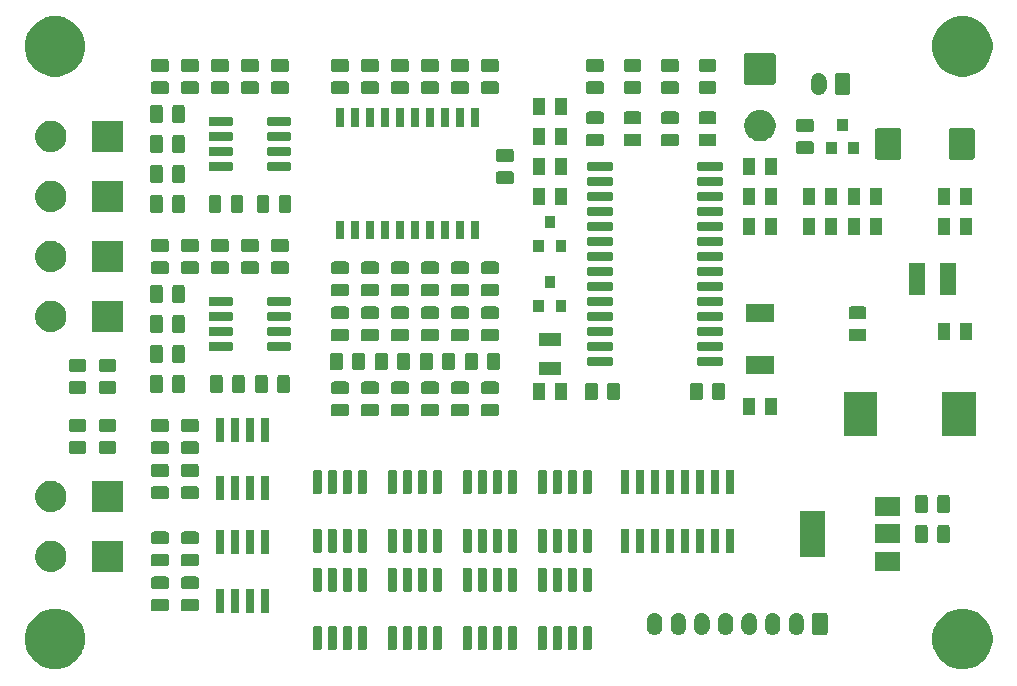
<source format=gts>
G04 #@! TF.GenerationSoftware,KiCad,Pcbnew,5.1.5+dfsg1-2build2*
G04 #@! TF.CreationDate,2020-07-01T20:14:48+02:00*
G04 #@! TF.ProjectId,spinnaker,7370696e-6e61-46b6-9572-2e6b69636164,rev?*
G04 #@! TF.SameCoordinates,Original*
G04 #@! TF.FileFunction,Soldermask,Top*
G04 #@! TF.FilePolarity,Negative*
%FSLAX46Y46*%
G04 Gerber Fmt 4.6, Leading zero omitted, Abs format (unit mm)*
G04 Created by KiCad (PCBNEW 5.1.5+dfsg1-2build2) date 2020-07-01 20:14:48*
%MOMM*%
%LPD*%
G04 APERTURE LIST*
%ADD10C,0.100000*%
G04 APERTURE END LIST*
D10*
G36*
X184894098Y-109942033D02*
G01*
X185358350Y-110134332D01*
X185358352Y-110134333D01*
X185776168Y-110413509D01*
X186131491Y-110768832D01*
X186266575Y-110971000D01*
X186410668Y-111186650D01*
X186602967Y-111650902D01*
X186701000Y-112143747D01*
X186701000Y-112646253D01*
X186602967Y-113139098D01*
X186481093Y-113433329D01*
X186410667Y-113603352D01*
X186131491Y-114021168D01*
X185776168Y-114376491D01*
X185358352Y-114655667D01*
X185358351Y-114655668D01*
X185358350Y-114655668D01*
X184894098Y-114847967D01*
X184401253Y-114946000D01*
X183898747Y-114946000D01*
X183405902Y-114847967D01*
X182941650Y-114655668D01*
X182941649Y-114655668D01*
X182941648Y-114655667D01*
X182523832Y-114376491D01*
X182168509Y-114021168D01*
X181889333Y-113603352D01*
X181818907Y-113433329D01*
X181697033Y-113139098D01*
X181599000Y-112646253D01*
X181599000Y-112143747D01*
X181697033Y-111650902D01*
X181889332Y-111186650D01*
X182033425Y-110971000D01*
X182168509Y-110768832D01*
X182523832Y-110413509D01*
X182941648Y-110134333D01*
X182941650Y-110134332D01*
X183405902Y-109942033D01*
X183898747Y-109844000D01*
X184401253Y-109844000D01*
X184894098Y-109942033D01*
G37*
G36*
X108059098Y-109942033D02*
G01*
X108523350Y-110134332D01*
X108523352Y-110134333D01*
X108941168Y-110413509D01*
X109296491Y-110768832D01*
X109431575Y-110971000D01*
X109575668Y-111186650D01*
X109767967Y-111650902D01*
X109866000Y-112143747D01*
X109866000Y-112646253D01*
X109767967Y-113139098D01*
X109646093Y-113433329D01*
X109575667Y-113603352D01*
X109296491Y-114021168D01*
X108941168Y-114376491D01*
X108523352Y-114655667D01*
X108523351Y-114655668D01*
X108523350Y-114655668D01*
X108059098Y-114847967D01*
X107566253Y-114946000D01*
X107063747Y-114946000D01*
X106570902Y-114847967D01*
X106106650Y-114655668D01*
X106106649Y-114655668D01*
X106106648Y-114655667D01*
X105688832Y-114376491D01*
X105333509Y-114021168D01*
X105054333Y-113603352D01*
X104983907Y-113433329D01*
X104862033Y-113139098D01*
X104764000Y-112646253D01*
X104764000Y-112143747D01*
X104862033Y-111650902D01*
X105054332Y-111186650D01*
X105198425Y-110971000D01*
X105333509Y-110768832D01*
X105688832Y-110413509D01*
X106106648Y-110134333D01*
X106106650Y-110134332D01*
X106570902Y-109942033D01*
X107063747Y-109844000D01*
X107566253Y-109844000D01*
X108059098Y-109942033D01*
G37*
G36*
X148849928Y-111306764D02*
G01*
X148871009Y-111313160D01*
X148890445Y-111323548D01*
X148907476Y-111337524D01*
X148921452Y-111354555D01*
X148931840Y-111373991D01*
X148938236Y-111395072D01*
X148941000Y-111423140D01*
X148941000Y-113236860D01*
X148938236Y-113264928D01*
X148931840Y-113286009D01*
X148921452Y-113305445D01*
X148907476Y-113322476D01*
X148890445Y-113336452D01*
X148871009Y-113346840D01*
X148849928Y-113353236D01*
X148821860Y-113356000D01*
X148358140Y-113356000D01*
X148330072Y-113353236D01*
X148308991Y-113346840D01*
X148289555Y-113336452D01*
X148272524Y-113322476D01*
X148258548Y-113305445D01*
X148248160Y-113286009D01*
X148241764Y-113264928D01*
X148239000Y-113236860D01*
X148239000Y-111423140D01*
X148241764Y-111395072D01*
X148248160Y-111373991D01*
X148258548Y-111354555D01*
X148272524Y-111337524D01*
X148289555Y-111323548D01*
X148308991Y-111313160D01*
X148330072Y-111306764D01*
X148358140Y-111304000D01*
X148821860Y-111304000D01*
X148849928Y-111306764D01*
G37*
G36*
X146309928Y-111306764D02*
G01*
X146331009Y-111313160D01*
X146350445Y-111323548D01*
X146367476Y-111337524D01*
X146381452Y-111354555D01*
X146391840Y-111373991D01*
X146398236Y-111395072D01*
X146401000Y-111423140D01*
X146401000Y-113236860D01*
X146398236Y-113264928D01*
X146391840Y-113286009D01*
X146381452Y-113305445D01*
X146367476Y-113322476D01*
X146350445Y-113336452D01*
X146331009Y-113346840D01*
X146309928Y-113353236D01*
X146281860Y-113356000D01*
X145818140Y-113356000D01*
X145790072Y-113353236D01*
X145768991Y-113346840D01*
X145749555Y-113336452D01*
X145732524Y-113322476D01*
X145718548Y-113305445D01*
X145708160Y-113286009D01*
X145701764Y-113264928D01*
X145699000Y-113236860D01*
X145699000Y-111423140D01*
X145701764Y-111395072D01*
X145708160Y-111373991D01*
X145718548Y-111354555D01*
X145732524Y-111337524D01*
X145749555Y-111323548D01*
X145768991Y-111313160D01*
X145790072Y-111306764D01*
X145818140Y-111304000D01*
X146281860Y-111304000D01*
X146309928Y-111306764D01*
G37*
G36*
X132339928Y-111306764D02*
G01*
X132361009Y-111313160D01*
X132380445Y-111323548D01*
X132397476Y-111337524D01*
X132411452Y-111354555D01*
X132421840Y-111373991D01*
X132428236Y-111395072D01*
X132431000Y-111423140D01*
X132431000Y-113236860D01*
X132428236Y-113264928D01*
X132421840Y-113286009D01*
X132411452Y-113305445D01*
X132397476Y-113322476D01*
X132380445Y-113336452D01*
X132361009Y-113346840D01*
X132339928Y-113353236D01*
X132311860Y-113356000D01*
X131848140Y-113356000D01*
X131820072Y-113353236D01*
X131798991Y-113346840D01*
X131779555Y-113336452D01*
X131762524Y-113322476D01*
X131748548Y-113305445D01*
X131738160Y-113286009D01*
X131731764Y-113264928D01*
X131729000Y-113236860D01*
X131729000Y-111423140D01*
X131731764Y-111395072D01*
X131738160Y-111373991D01*
X131748548Y-111354555D01*
X131762524Y-111337524D01*
X131779555Y-111323548D01*
X131798991Y-111313160D01*
X131820072Y-111306764D01*
X131848140Y-111304000D01*
X132311860Y-111304000D01*
X132339928Y-111306764D01*
G37*
G36*
X131069928Y-111306764D02*
G01*
X131091009Y-111313160D01*
X131110445Y-111323548D01*
X131127476Y-111337524D01*
X131141452Y-111354555D01*
X131151840Y-111373991D01*
X131158236Y-111395072D01*
X131161000Y-111423140D01*
X131161000Y-113236860D01*
X131158236Y-113264928D01*
X131151840Y-113286009D01*
X131141452Y-113305445D01*
X131127476Y-113322476D01*
X131110445Y-113336452D01*
X131091009Y-113346840D01*
X131069928Y-113353236D01*
X131041860Y-113356000D01*
X130578140Y-113356000D01*
X130550072Y-113353236D01*
X130528991Y-113346840D01*
X130509555Y-113336452D01*
X130492524Y-113322476D01*
X130478548Y-113305445D01*
X130468160Y-113286009D01*
X130461764Y-113264928D01*
X130459000Y-113236860D01*
X130459000Y-111423140D01*
X130461764Y-111395072D01*
X130468160Y-111373991D01*
X130478548Y-111354555D01*
X130492524Y-111337524D01*
X130509555Y-111323548D01*
X130528991Y-111313160D01*
X130550072Y-111306764D01*
X130578140Y-111304000D01*
X131041860Y-111304000D01*
X131069928Y-111306764D01*
G37*
G36*
X133609928Y-111306764D02*
G01*
X133631009Y-111313160D01*
X133650445Y-111323548D01*
X133667476Y-111337524D01*
X133681452Y-111354555D01*
X133691840Y-111373991D01*
X133698236Y-111395072D01*
X133701000Y-111423140D01*
X133701000Y-113236860D01*
X133698236Y-113264928D01*
X133691840Y-113286009D01*
X133681452Y-113305445D01*
X133667476Y-113322476D01*
X133650445Y-113336452D01*
X133631009Y-113346840D01*
X133609928Y-113353236D01*
X133581860Y-113356000D01*
X133118140Y-113356000D01*
X133090072Y-113353236D01*
X133068991Y-113346840D01*
X133049555Y-113336452D01*
X133032524Y-113322476D01*
X133018548Y-113305445D01*
X133008160Y-113286009D01*
X133001764Y-113264928D01*
X132999000Y-113236860D01*
X132999000Y-111423140D01*
X133001764Y-111395072D01*
X133008160Y-111373991D01*
X133018548Y-111354555D01*
X133032524Y-111337524D01*
X133049555Y-111323548D01*
X133068991Y-111313160D01*
X133090072Y-111306764D01*
X133118140Y-111304000D01*
X133581860Y-111304000D01*
X133609928Y-111306764D01*
G37*
G36*
X151389928Y-111306764D02*
G01*
X151411009Y-111313160D01*
X151430445Y-111323548D01*
X151447476Y-111337524D01*
X151461452Y-111354555D01*
X151471840Y-111373991D01*
X151478236Y-111395072D01*
X151481000Y-111423140D01*
X151481000Y-113236860D01*
X151478236Y-113264928D01*
X151471840Y-113286009D01*
X151461452Y-113305445D01*
X151447476Y-113322476D01*
X151430445Y-113336452D01*
X151411009Y-113346840D01*
X151389928Y-113353236D01*
X151361860Y-113356000D01*
X150898140Y-113356000D01*
X150870072Y-113353236D01*
X150848991Y-113346840D01*
X150829555Y-113336452D01*
X150812524Y-113322476D01*
X150798548Y-113305445D01*
X150788160Y-113286009D01*
X150781764Y-113264928D01*
X150779000Y-113236860D01*
X150779000Y-111423140D01*
X150781764Y-111395072D01*
X150788160Y-111373991D01*
X150798548Y-111354555D01*
X150812524Y-111337524D01*
X150829555Y-111323548D01*
X150848991Y-111313160D01*
X150870072Y-111306764D01*
X150898140Y-111304000D01*
X151361860Y-111304000D01*
X151389928Y-111306764D01*
G37*
G36*
X152659928Y-111306764D02*
G01*
X152681009Y-111313160D01*
X152700445Y-111323548D01*
X152717476Y-111337524D01*
X152731452Y-111354555D01*
X152741840Y-111373991D01*
X152748236Y-111395072D01*
X152751000Y-111423140D01*
X152751000Y-113236860D01*
X152748236Y-113264928D01*
X152741840Y-113286009D01*
X152731452Y-113305445D01*
X152717476Y-113322476D01*
X152700445Y-113336452D01*
X152681009Y-113346840D01*
X152659928Y-113353236D01*
X152631860Y-113356000D01*
X152168140Y-113356000D01*
X152140072Y-113353236D01*
X152118991Y-113346840D01*
X152099555Y-113336452D01*
X152082524Y-113322476D01*
X152068548Y-113305445D01*
X152058160Y-113286009D01*
X152051764Y-113264928D01*
X152049000Y-113236860D01*
X152049000Y-111423140D01*
X152051764Y-111395072D01*
X152058160Y-111373991D01*
X152068548Y-111354555D01*
X152082524Y-111337524D01*
X152099555Y-111323548D01*
X152118991Y-111313160D01*
X152140072Y-111306764D01*
X152168140Y-111304000D01*
X152631860Y-111304000D01*
X152659928Y-111306764D01*
G37*
G36*
X136149928Y-111306764D02*
G01*
X136171009Y-111313160D01*
X136190445Y-111323548D01*
X136207476Y-111337524D01*
X136221452Y-111354555D01*
X136231840Y-111373991D01*
X136238236Y-111395072D01*
X136241000Y-111423140D01*
X136241000Y-113236860D01*
X136238236Y-113264928D01*
X136231840Y-113286009D01*
X136221452Y-113305445D01*
X136207476Y-113322476D01*
X136190445Y-113336452D01*
X136171009Y-113346840D01*
X136149928Y-113353236D01*
X136121860Y-113356000D01*
X135658140Y-113356000D01*
X135630072Y-113353236D01*
X135608991Y-113346840D01*
X135589555Y-113336452D01*
X135572524Y-113322476D01*
X135558548Y-113305445D01*
X135548160Y-113286009D01*
X135541764Y-113264928D01*
X135539000Y-113236860D01*
X135539000Y-111423140D01*
X135541764Y-111395072D01*
X135548160Y-111373991D01*
X135558548Y-111354555D01*
X135572524Y-111337524D01*
X135589555Y-111323548D01*
X135608991Y-111313160D01*
X135630072Y-111306764D01*
X135658140Y-111304000D01*
X136121860Y-111304000D01*
X136149928Y-111306764D01*
G37*
G36*
X137419928Y-111306764D02*
G01*
X137441009Y-111313160D01*
X137460445Y-111323548D01*
X137477476Y-111337524D01*
X137491452Y-111354555D01*
X137501840Y-111373991D01*
X137508236Y-111395072D01*
X137511000Y-111423140D01*
X137511000Y-113236860D01*
X137508236Y-113264928D01*
X137501840Y-113286009D01*
X137491452Y-113305445D01*
X137477476Y-113322476D01*
X137460445Y-113336452D01*
X137441009Y-113346840D01*
X137419928Y-113353236D01*
X137391860Y-113356000D01*
X136928140Y-113356000D01*
X136900072Y-113353236D01*
X136878991Y-113346840D01*
X136859555Y-113336452D01*
X136842524Y-113322476D01*
X136828548Y-113305445D01*
X136818160Y-113286009D01*
X136811764Y-113264928D01*
X136809000Y-113236860D01*
X136809000Y-111423140D01*
X136811764Y-111395072D01*
X136818160Y-111373991D01*
X136828548Y-111354555D01*
X136842524Y-111337524D01*
X136859555Y-111323548D01*
X136878991Y-111313160D01*
X136900072Y-111306764D01*
X136928140Y-111304000D01*
X137391860Y-111304000D01*
X137419928Y-111306764D01*
G37*
G36*
X138689928Y-111306764D02*
G01*
X138711009Y-111313160D01*
X138730445Y-111323548D01*
X138747476Y-111337524D01*
X138761452Y-111354555D01*
X138771840Y-111373991D01*
X138778236Y-111395072D01*
X138781000Y-111423140D01*
X138781000Y-113236860D01*
X138778236Y-113264928D01*
X138771840Y-113286009D01*
X138761452Y-113305445D01*
X138747476Y-113322476D01*
X138730445Y-113336452D01*
X138711009Y-113346840D01*
X138689928Y-113353236D01*
X138661860Y-113356000D01*
X138198140Y-113356000D01*
X138170072Y-113353236D01*
X138148991Y-113346840D01*
X138129555Y-113336452D01*
X138112524Y-113322476D01*
X138098548Y-113305445D01*
X138088160Y-113286009D01*
X138081764Y-113264928D01*
X138079000Y-113236860D01*
X138079000Y-111423140D01*
X138081764Y-111395072D01*
X138088160Y-111373991D01*
X138098548Y-111354555D01*
X138112524Y-111337524D01*
X138129555Y-111323548D01*
X138148991Y-111313160D01*
X138170072Y-111306764D01*
X138198140Y-111304000D01*
X138661860Y-111304000D01*
X138689928Y-111306764D01*
G37*
G36*
X139959928Y-111306764D02*
G01*
X139981009Y-111313160D01*
X140000445Y-111323548D01*
X140017476Y-111337524D01*
X140031452Y-111354555D01*
X140041840Y-111373991D01*
X140048236Y-111395072D01*
X140051000Y-111423140D01*
X140051000Y-113236860D01*
X140048236Y-113264928D01*
X140041840Y-113286009D01*
X140031452Y-113305445D01*
X140017476Y-113322476D01*
X140000445Y-113336452D01*
X139981009Y-113346840D01*
X139959928Y-113353236D01*
X139931860Y-113356000D01*
X139468140Y-113356000D01*
X139440072Y-113353236D01*
X139418991Y-113346840D01*
X139399555Y-113336452D01*
X139382524Y-113322476D01*
X139368548Y-113305445D01*
X139358160Y-113286009D01*
X139351764Y-113264928D01*
X139349000Y-113236860D01*
X139349000Y-111423140D01*
X139351764Y-111395072D01*
X139358160Y-111373991D01*
X139368548Y-111354555D01*
X139382524Y-111337524D01*
X139399555Y-111323548D01*
X139418991Y-111313160D01*
X139440072Y-111306764D01*
X139468140Y-111304000D01*
X139931860Y-111304000D01*
X139959928Y-111306764D01*
G37*
G36*
X150119928Y-111306764D02*
G01*
X150141009Y-111313160D01*
X150160445Y-111323548D01*
X150177476Y-111337524D01*
X150191452Y-111354555D01*
X150201840Y-111373991D01*
X150208236Y-111395072D01*
X150211000Y-111423140D01*
X150211000Y-113236860D01*
X150208236Y-113264928D01*
X150201840Y-113286009D01*
X150191452Y-113305445D01*
X150177476Y-113322476D01*
X150160445Y-113336452D01*
X150141009Y-113346840D01*
X150119928Y-113353236D01*
X150091860Y-113356000D01*
X149628140Y-113356000D01*
X149600072Y-113353236D01*
X149578991Y-113346840D01*
X149559555Y-113336452D01*
X149542524Y-113322476D01*
X149528548Y-113305445D01*
X149518160Y-113286009D01*
X149511764Y-113264928D01*
X149509000Y-113236860D01*
X149509000Y-111423140D01*
X149511764Y-111395072D01*
X149518160Y-111373991D01*
X149528548Y-111354555D01*
X149542524Y-111337524D01*
X149559555Y-111323548D01*
X149578991Y-111313160D01*
X149600072Y-111306764D01*
X149628140Y-111304000D01*
X150091860Y-111304000D01*
X150119928Y-111306764D01*
G37*
G36*
X142499928Y-111306764D02*
G01*
X142521009Y-111313160D01*
X142540445Y-111323548D01*
X142557476Y-111337524D01*
X142571452Y-111354555D01*
X142581840Y-111373991D01*
X142588236Y-111395072D01*
X142591000Y-111423140D01*
X142591000Y-113236860D01*
X142588236Y-113264928D01*
X142581840Y-113286009D01*
X142571452Y-113305445D01*
X142557476Y-113322476D01*
X142540445Y-113336452D01*
X142521009Y-113346840D01*
X142499928Y-113353236D01*
X142471860Y-113356000D01*
X142008140Y-113356000D01*
X141980072Y-113353236D01*
X141958991Y-113346840D01*
X141939555Y-113336452D01*
X141922524Y-113322476D01*
X141908548Y-113305445D01*
X141898160Y-113286009D01*
X141891764Y-113264928D01*
X141889000Y-113236860D01*
X141889000Y-111423140D01*
X141891764Y-111395072D01*
X141898160Y-111373991D01*
X141908548Y-111354555D01*
X141922524Y-111337524D01*
X141939555Y-111323548D01*
X141958991Y-111313160D01*
X141980072Y-111306764D01*
X142008140Y-111304000D01*
X142471860Y-111304000D01*
X142499928Y-111306764D01*
G37*
G36*
X143769928Y-111306764D02*
G01*
X143791009Y-111313160D01*
X143810445Y-111323548D01*
X143827476Y-111337524D01*
X143841452Y-111354555D01*
X143851840Y-111373991D01*
X143858236Y-111395072D01*
X143861000Y-111423140D01*
X143861000Y-113236860D01*
X143858236Y-113264928D01*
X143851840Y-113286009D01*
X143841452Y-113305445D01*
X143827476Y-113322476D01*
X143810445Y-113336452D01*
X143791009Y-113346840D01*
X143769928Y-113353236D01*
X143741860Y-113356000D01*
X143278140Y-113356000D01*
X143250072Y-113353236D01*
X143228991Y-113346840D01*
X143209555Y-113336452D01*
X143192524Y-113322476D01*
X143178548Y-113305445D01*
X143168160Y-113286009D01*
X143161764Y-113264928D01*
X143159000Y-113236860D01*
X143159000Y-111423140D01*
X143161764Y-111395072D01*
X143168160Y-111373991D01*
X143178548Y-111354555D01*
X143192524Y-111337524D01*
X143209555Y-111323548D01*
X143228991Y-111313160D01*
X143250072Y-111306764D01*
X143278140Y-111304000D01*
X143741860Y-111304000D01*
X143769928Y-111306764D01*
G37*
G36*
X145039928Y-111306764D02*
G01*
X145061009Y-111313160D01*
X145080445Y-111323548D01*
X145097476Y-111337524D01*
X145111452Y-111354555D01*
X145121840Y-111373991D01*
X145128236Y-111395072D01*
X145131000Y-111423140D01*
X145131000Y-113236860D01*
X145128236Y-113264928D01*
X145121840Y-113286009D01*
X145111452Y-113305445D01*
X145097476Y-113322476D01*
X145080445Y-113336452D01*
X145061009Y-113346840D01*
X145039928Y-113353236D01*
X145011860Y-113356000D01*
X144548140Y-113356000D01*
X144520072Y-113353236D01*
X144498991Y-113346840D01*
X144479555Y-113336452D01*
X144462524Y-113322476D01*
X144448548Y-113305445D01*
X144438160Y-113286009D01*
X144431764Y-113264928D01*
X144429000Y-113236860D01*
X144429000Y-111423140D01*
X144431764Y-111395072D01*
X144438160Y-111373991D01*
X144448548Y-111354555D01*
X144462524Y-111337524D01*
X144479555Y-111323548D01*
X144498991Y-111313160D01*
X144520072Y-111306764D01*
X144548140Y-111304000D01*
X145011860Y-111304000D01*
X145039928Y-111306764D01*
G37*
G36*
X129799928Y-111306764D02*
G01*
X129821009Y-111313160D01*
X129840445Y-111323548D01*
X129857476Y-111337524D01*
X129871452Y-111354555D01*
X129881840Y-111373991D01*
X129888236Y-111395072D01*
X129891000Y-111423140D01*
X129891000Y-113236860D01*
X129888236Y-113264928D01*
X129881840Y-113286009D01*
X129871452Y-113305445D01*
X129857476Y-113322476D01*
X129840445Y-113336452D01*
X129821009Y-113346840D01*
X129799928Y-113353236D01*
X129771860Y-113356000D01*
X129308140Y-113356000D01*
X129280072Y-113353236D01*
X129258991Y-113346840D01*
X129239555Y-113336452D01*
X129222524Y-113322476D01*
X129208548Y-113305445D01*
X129198160Y-113286009D01*
X129191764Y-113264928D01*
X129189000Y-113236860D01*
X129189000Y-111423140D01*
X129191764Y-111395072D01*
X129198160Y-111373991D01*
X129208548Y-111354555D01*
X129222524Y-111337524D01*
X129239555Y-111323548D01*
X129258991Y-111313160D01*
X129280072Y-111306764D01*
X129308140Y-111304000D01*
X129771860Y-111304000D01*
X129799928Y-111306764D01*
G37*
G36*
X160212618Y-110208420D02*
G01*
X160292012Y-110232504D01*
X160335336Y-110245646D01*
X160448425Y-110306094D01*
X160547554Y-110387446D01*
X160628906Y-110486575D01*
X160689354Y-110599664D01*
X160689355Y-110599668D01*
X160726580Y-110722382D01*
X160736000Y-110818027D01*
X160736000Y-111431973D01*
X160726580Y-111527618D01*
X160699040Y-111618404D01*
X160689354Y-111650336D01*
X160628906Y-111763425D01*
X160547554Y-111862553D01*
X160448424Y-111943906D01*
X160335335Y-112004354D01*
X160303403Y-112014040D01*
X160212617Y-112041580D01*
X160085000Y-112054149D01*
X159957382Y-112041580D01*
X159866596Y-112014040D01*
X159834664Y-112004354D01*
X159721575Y-111943906D01*
X159622447Y-111862554D01*
X159541094Y-111763424D01*
X159480646Y-111650335D01*
X159470960Y-111618403D01*
X159443420Y-111527617D01*
X159434000Y-111431972D01*
X159434000Y-110818027D01*
X159443420Y-110722382D01*
X159480645Y-110599668D01*
X159480645Y-110599667D01*
X159512957Y-110539217D01*
X159541095Y-110486574D01*
X159554493Y-110470249D01*
X159622447Y-110387446D01*
X159721576Y-110306094D01*
X159834665Y-110245646D01*
X159877989Y-110232504D01*
X159957383Y-110208420D01*
X160085000Y-110195851D01*
X160212618Y-110208420D01*
G37*
G36*
X170212618Y-110208420D02*
G01*
X170292012Y-110232504D01*
X170335336Y-110245646D01*
X170448425Y-110306094D01*
X170547554Y-110387446D01*
X170628906Y-110486575D01*
X170689354Y-110599664D01*
X170689355Y-110599668D01*
X170726580Y-110722382D01*
X170736000Y-110818027D01*
X170736000Y-111431973D01*
X170726580Y-111527618D01*
X170699040Y-111618404D01*
X170689354Y-111650336D01*
X170628906Y-111763425D01*
X170547554Y-111862553D01*
X170448424Y-111943906D01*
X170335335Y-112004354D01*
X170303403Y-112014040D01*
X170212617Y-112041580D01*
X170085000Y-112054149D01*
X169957382Y-112041580D01*
X169866596Y-112014040D01*
X169834664Y-112004354D01*
X169721575Y-111943906D01*
X169622447Y-111862554D01*
X169541094Y-111763424D01*
X169480646Y-111650335D01*
X169470960Y-111618403D01*
X169443420Y-111527617D01*
X169434000Y-111431972D01*
X169434000Y-110818027D01*
X169443420Y-110722382D01*
X169480645Y-110599668D01*
X169480645Y-110599667D01*
X169512957Y-110539217D01*
X169541095Y-110486574D01*
X169554493Y-110470249D01*
X169622447Y-110387446D01*
X169721576Y-110306094D01*
X169834665Y-110245646D01*
X169877989Y-110232504D01*
X169957383Y-110208420D01*
X170085000Y-110195851D01*
X170212618Y-110208420D01*
G37*
G36*
X168212618Y-110208420D02*
G01*
X168292012Y-110232504D01*
X168335336Y-110245646D01*
X168448425Y-110306094D01*
X168547554Y-110387446D01*
X168628906Y-110486575D01*
X168689354Y-110599664D01*
X168689355Y-110599668D01*
X168726580Y-110722382D01*
X168736000Y-110818027D01*
X168736000Y-111431973D01*
X168726580Y-111527618D01*
X168699040Y-111618404D01*
X168689354Y-111650336D01*
X168628906Y-111763425D01*
X168547554Y-111862553D01*
X168448424Y-111943906D01*
X168335335Y-112004354D01*
X168303403Y-112014040D01*
X168212617Y-112041580D01*
X168085000Y-112054149D01*
X167957382Y-112041580D01*
X167866596Y-112014040D01*
X167834664Y-112004354D01*
X167721575Y-111943906D01*
X167622447Y-111862554D01*
X167541094Y-111763424D01*
X167480646Y-111650335D01*
X167470960Y-111618403D01*
X167443420Y-111527617D01*
X167434000Y-111431972D01*
X167434000Y-110818027D01*
X167443420Y-110722382D01*
X167480645Y-110599668D01*
X167480645Y-110599667D01*
X167512957Y-110539217D01*
X167541095Y-110486574D01*
X167554493Y-110470249D01*
X167622447Y-110387446D01*
X167721576Y-110306094D01*
X167834665Y-110245646D01*
X167877989Y-110232504D01*
X167957383Y-110208420D01*
X168085000Y-110195851D01*
X168212618Y-110208420D01*
G37*
G36*
X166212618Y-110208420D02*
G01*
X166292012Y-110232504D01*
X166335336Y-110245646D01*
X166448425Y-110306094D01*
X166547554Y-110387446D01*
X166628906Y-110486575D01*
X166689354Y-110599664D01*
X166689355Y-110599668D01*
X166726580Y-110722382D01*
X166736000Y-110818027D01*
X166736000Y-111431973D01*
X166726580Y-111527618D01*
X166699040Y-111618404D01*
X166689354Y-111650336D01*
X166628906Y-111763425D01*
X166547554Y-111862553D01*
X166448424Y-111943906D01*
X166335335Y-112004354D01*
X166303403Y-112014040D01*
X166212617Y-112041580D01*
X166085000Y-112054149D01*
X165957382Y-112041580D01*
X165866596Y-112014040D01*
X165834664Y-112004354D01*
X165721575Y-111943906D01*
X165622447Y-111862554D01*
X165541094Y-111763424D01*
X165480646Y-111650335D01*
X165470960Y-111618403D01*
X165443420Y-111527617D01*
X165434000Y-111431972D01*
X165434000Y-110818027D01*
X165443420Y-110722382D01*
X165480645Y-110599668D01*
X165480645Y-110599667D01*
X165512957Y-110539217D01*
X165541095Y-110486574D01*
X165554493Y-110470249D01*
X165622447Y-110387446D01*
X165721576Y-110306094D01*
X165834665Y-110245646D01*
X165877989Y-110232504D01*
X165957383Y-110208420D01*
X166085000Y-110195851D01*
X166212618Y-110208420D01*
G37*
G36*
X164212618Y-110208420D02*
G01*
X164292012Y-110232504D01*
X164335336Y-110245646D01*
X164448425Y-110306094D01*
X164547554Y-110387446D01*
X164628906Y-110486575D01*
X164689354Y-110599664D01*
X164689355Y-110599668D01*
X164726580Y-110722382D01*
X164736000Y-110818027D01*
X164736000Y-111431973D01*
X164726580Y-111527618D01*
X164699040Y-111618404D01*
X164689354Y-111650336D01*
X164628906Y-111763425D01*
X164547554Y-111862553D01*
X164448424Y-111943906D01*
X164335335Y-112004354D01*
X164303403Y-112014040D01*
X164212617Y-112041580D01*
X164085000Y-112054149D01*
X163957382Y-112041580D01*
X163866596Y-112014040D01*
X163834664Y-112004354D01*
X163721575Y-111943906D01*
X163622447Y-111862554D01*
X163541094Y-111763424D01*
X163480646Y-111650335D01*
X163470960Y-111618403D01*
X163443420Y-111527617D01*
X163434000Y-111431972D01*
X163434000Y-110818027D01*
X163443420Y-110722382D01*
X163480645Y-110599668D01*
X163480645Y-110599667D01*
X163512957Y-110539217D01*
X163541095Y-110486574D01*
X163554493Y-110470249D01*
X163622447Y-110387446D01*
X163721576Y-110306094D01*
X163834665Y-110245646D01*
X163877989Y-110232504D01*
X163957383Y-110208420D01*
X164085000Y-110195851D01*
X164212618Y-110208420D01*
G37*
G36*
X162212618Y-110208420D02*
G01*
X162292012Y-110232504D01*
X162335336Y-110245646D01*
X162448425Y-110306094D01*
X162547554Y-110387446D01*
X162628906Y-110486575D01*
X162689354Y-110599664D01*
X162689355Y-110599668D01*
X162726580Y-110722382D01*
X162736000Y-110818027D01*
X162736000Y-111431973D01*
X162726580Y-111527618D01*
X162699040Y-111618404D01*
X162689354Y-111650336D01*
X162628906Y-111763425D01*
X162547554Y-111862553D01*
X162448424Y-111943906D01*
X162335335Y-112004354D01*
X162303403Y-112014040D01*
X162212617Y-112041580D01*
X162085000Y-112054149D01*
X161957382Y-112041580D01*
X161866596Y-112014040D01*
X161834664Y-112004354D01*
X161721575Y-111943906D01*
X161622447Y-111862554D01*
X161541094Y-111763424D01*
X161480646Y-111650335D01*
X161470960Y-111618403D01*
X161443420Y-111527617D01*
X161434000Y-111431972D01*
X161434000Y-110818027D01*
X161443420Y-110722382D01*
X161480645Y-110599668D01*
X161480645Y-110599667D01*
X161512957Y-110539217D01*
X161541095Y-110486574D01*
X161554493Y-110470249D01*
X161622447Y-110387446D01*
X161721576Y-110306094D01*
X161834665Y-110245646D01*
X161877989Y-110232504D01*
X161957383Y-110208420D01*
X162085000Y-110195851D01*
X162212618Y-110208420D01*
G37*
G36*
X158212618Y-110208420D02*
G01*
X158292012Y-110232504D01*
X158335336Y-110245646D01*
X158448425Y-110306094D01*
X158547554Y-110387446D01*
X158628906Y-110486575D01*
X158689354Y-110599664D01*
X158689355Y-110599668D01*
X158726580Y-110722382D01*
X158736000Y-110818027D01*
X158736000Y-111431973D01*
X158726580Y-111527618D01*
X158699040Y-111618404D01*
X158689354Y-111650336D01*
X158628906Y-111763425D01*
X158547554Y-111862553D01*
X158448424Y-111943906D01*
X158335335Y-112004354D01*
X158303403Y-112014040D01*
X158212617Y-112041580D01*
X158085000Y-112054149D01*
X157957382Y-112041580D01*
X157866596Y-112014040D01*
X157834664Y-112004354D01*
X157721575Y-111943906D01*
X157622447Y-111862554D01*
X157541094Y-111763424D01*
X157480646Y-111650335D01*
X157470960Y-111618403D01*
X157443420Y-111527617D01*
X157434000Y-111431972D01*
X157434000Y-110818027D01*
X157443420Y-110722382D01*
X157480645Y-110599668D01*
X157480645Y-110599667D01*
X157512957Y-110539217D01*
X157541095Y-110486574D01*
X157554493Y-110470249D01*
X157622447Y-110387446D01*
X157721576Y-110306094D01*
X157834665Y-110245646D01*
X157877989Y-110232504D01*
X157957383Y-110208420D01*
X158085000Y-110195851D01*
X158212618Y-110208420D01*
G37*
G36*
X172576242Y-110203404D02*
G01*
X172613337Y-110214657D01*
X172647515Y-110232925D01*
X172677481Y-110257519D01*
X172702075Y-110287485D01*
X172720343Y-110321663D01*
X172731596Y-110358758D01*
X172736000Y-110403474D01*
X172736000Y-111846526D01*
X172731596Y-111891242D01*
X172720343Y-111928337D01*
X172702075Y-111962515D01*
X172677481Y-111992481D01*
X172647515Y-112017075D01*
X172613337Y-112035343D01*
X172576242Y-112046596D01*
X172531526Y-112051000D01*
X171638474Y-112051000D01*
X171593758Y-112046596D01*
X171556663Y-112035343D01*
X171522485Y-112017075D01*
X171492519Y-111992481D01*
X171467925Y-111962515D01*
X171449657Y-111928337D01*
X171438404Y-111891242D01*
X171434000Y-111846526D01*
X171434000Y-110403474D01*
X171438404Y-110358758D01*
X171449657Y-110321663D01*
X171467925Y-110287485D01*
X171492519Y-110257519D01*
X171522485Y-110232925D01*
X171556663Y-110214657D01*
X171593758Y-110203404D01*
X171638474Y-110199000D01*
X172531526Y-110199000D01*
X172576242Y-110203404D01*
G37*
G36*
X125354928Y-108131764D02*
G01*
X125376009Y-108138160D01*
X125395445Y-108148548D01*
X125412476Y-108162524D01*
X125426452Y-108179555D01*
X125436840Y-108198991D01*
X125443236Y-108220072D01*
X125446000Y-108248140D01*
X125446000Y-110061860D01*
X125443236Y-110089928D01*
X125436840Y-110111009D01*
X125426452Y-110130445D01*
X125412476Y-110147476D01*
X125395445Y-110161452D01*
X125376009Y-110171840D01*
X125354928Y-110178236D01*
X125326860Y-110181000D01*
X124863140Y-110181000D01*
X124835072Y-110178236D01*
X124813991Y-110171840D01*
X124794555Y-110161452D01*
X124777524Y-110147476D01*
X124763548Y-110130445D01*
X124753160Y-110111009D01*
X124746764Y-110089928D01*
X124744000Y-110061860D01*
X124744000Y-108248140D01*
X124746764Y-108220072D01*
X124753160Y-108198991D01*
X124763548Y-108179555D01*
X124777524Y-108162524D01*
X124794555Y-108148548D01*
X124813991Y-108138160D01*
X124835072Y-108131764D01*
X124863140Y-108129000D01*
X125326860Y-108129000D01*
X125354928Y-108131764D01*
G37*
G36*
X121544928Y-108131764D02*
G01*
X121566009Y-108138160D01*
X121585445Y-108148548D01*
X121602476Y-108162524D01*
X121616452Y-108179555D01*
X121626840Y-108198991D01*
X121633236Y-108220072D01*
X121636000Y-108248140D01*
X121636000Y-110061860D01*
X121633236Y-110089928D01*
X121626840Y-110111009D01*
X121616452Y-110130445D01*
X121602476Y-110147476D01*
X121585445Y-110161452D01*
X121566009Y-110171840D01*
X121544928Y-110178236D01*
X121516860Y-110181000D01*
X121053140Y-110181000D01*
X121025072Y-110178236D01*
X121003991Y-110171840D01*
X120984555Y-110161452D01*
X120967524Y-110147476D01*
X120953548Y-110130445D01*
X120943160Y-110111009D01*
X120936764Y-110089928D01*
X120934000Y-110061860D01*
X120934000Y-108248140D01*
X120936764Y-108220072D01*
X120943160Y-108198991D01*
X120953548Y-108179555D01*
X120967524Y-108162524D01*
X120984555Y-108148548D01*
X121003991Y-108138160D01*
X121025072Y-108131764D01*
X121053140Y-108129000D01*
X121516860Y-108129000D01*
X121544928Y-108131764D01*
G37*
G36*
X122814928Y-108131764D02*
G01*
X122836009Y-108138160D01*
X122855445Y-108148548D01*
X122872476Y-108162524D01*
X122886452Y-108179555D01*
X122896840Y-108198991D01*
X122903236Y-108220072D01*
X122906000Y-108248140D01*
X122906000Y-110061860D01*
X122903236Y-110089928D01*
X122896840Y-110111009D01*
X122886452Y-110130445D01*
X122872476Y-110147476D01*
X122855445Y-110161452D01*
X122836009Y-110171840D01*
X122814928Y-110178236D01*
X122786860Y-110181000D01*
X122323140Y-110181000D01*
X122295072Y-110178236D01*
X122273991Y-110171840D01*
X122254555Y-110161452D01*
X122237524Y-110147476D01*
X122223548Y-110130445D01*
X122213160Y-110111009D01*
X122206764Y-110089928D01*
X122204000Y-110061860D01*
X122204000Y-108248140D01*
X122206764Y-108220072D01*
X122213160Y-108198991D01*
X122223548Y-108179555D01*
X122237524Y-108162524D01*
X122254555Y-108148548D01*
X122273991Y-108138160D01*
X122295072Y-108131764D01*
X122323140Y-108129000D01*
X122786860Y-108129000D01*
X122814928Y-108131764D01*
G37*
G36*
X124084928Y-108131764D02*
G01*
X124106009Y-108138160D01*
X124125445Y-108148548D01*
X124142476Y-108162524D01*
X124156452Y-108179555D01*
X124166840Y-108198991D01*
X124173236Y-108220072D01*
X124176000Y-108248140D01*
X124176000Y-110061860D01*
X124173236Y-110089928D01*
X124166840Y-110111009D01*
X124156452Y-110130445D01*
X124142476Y-110147476D01*
X124125445Y-110161452D01*
X124106009Y-110171840D01*
X124084928Y-110178236D01*
X124056860Y-110181000D01*
X123593140Y-110181000D01*
X123565072Y-110178236D01*
X123543991Y-110171840D01*
X123524555Y-110161452D01*
X123507524Y-110147476D01*
X123493548Y-110130445D01*
X123483160Y-110111009D01*
X123476764Y-110089928D01*
X123474000Y-110061860D01*
X123474000Y-108248140D01*
X123476764Y-108220072D01*
X123483160Y-108198991D01*
X123493548Y-108179555D01*
X123507524Y-108162524D01*
X123524555Y-108148548D01*
X123543991Y-108138160D01*
X123565072Y-108131764D01*
X123593140Y-108129000D01*
X124056860Y-108129000D01*
X124084928Y-108131764D01*
G37*
G36*
X116789468Y-108988565D02*
G01*
X116828138Y-109000296D01*
X116863777Y-109019346D01*
X116895017Y-109044983D01*
X116920654Y-109076223D01*
X116939704Y-109111862D01*
X116951435Y-109150532D01*
X116956000Y-109196888D01*
X116956000Y-109848112D01*
X116951435Y-109894468D01*
X116939704Y-109933138D01*
X116920654Y-109968777D01*
X116895017Y-110000017D01*
X116863777Y-110025654D01*
X116828138Y-110044704D01*
X116789468Y-110056435D01*
X116743112Y-110061000D01*
X115666888Y-110061000D01*
X115620532Y-110056435D01*
X115581862Y-110044704D01*
X115546223Y-110025654D01*
X115514983Y-110000017D01*
X115489346Y-109968777D01*
X115470296Y-109933138D01*
X115458565Y-109894468D01*
X115454000Y-109848112D01*
X115454000Y-109196888D01*
X115458565Y-109150532D01*
X115470296Y-109111862D01*
X115489346Y-109076223D01*
X115514983Y-109044983D01*
X115546223Y-109019346D01*
X115581862Y-109000296D01*
X115620532Y-108988565D01*
X115666888Y-108984000D01*
X116743112Y-108984000D01*
X116789468Y-108988565D01*
G37*
G36*
X119329468Y-108988565D02*
G01*
X119368138Y-109000296D01*
X119403777Y-109019346D01*
X119435017Y-109044983D01*
X119460654Y-109076223D01*
X119479704Y-109111862D01*
X119491435Y-109150532D01*
X119496000Y-109196888D01*
X119496000Y-109848112D01*
X119491435Y-109894468D01*
X119479704Y-109933138D01*
X119460654Y-109968777D01*
X119435017Y-110000017D01*
X119403777Y-110025654D01*
X119368138Y-110044704D01*
X119329468Y-110056435D01*
X119283112Y-110061000D01*
X118206888Y-110061000D01*
X118160532Y-110056435D01*
X118121862Y-110044704D01*
X118086223Y-110025654D01*
X118054983Y-110000017D01*
X118029346Y-109968777D01*
X118010296Y-109933138D01*
X117998565Y-109894468D01*
X117994000Y-109848112D01*
X117994000Y-109196888D01*
X117998565Y-109150532D01*
X118010296Y-109111862D01*
X118029346Y-109076223D01*
X118054983Y-109044983D01*
X118086223Y-109019346D01*
X118121862Y-109000296D01*
X118160532Y-108988565D01*
X118206888Y-108984000D01*
X119283112Y-108984000D01*
X119329468Y-108988565D01*
G37*
G36*
X129799928Y-106356764D02*
G01*
X129821009Y-106363160D01*
X129840445Y-106373548D01*
X129857476Y-106387524D01*
X129871452Y-106404555D01*
X129881840Y-106423991D01*
X129888236Y-106445072D01*
X129891000Y-106473140D01*
X129891000Y-108286860D01*
X129888236Y-108314928D01*
X129881840Y-108336009D01*
X129871452Y-108355445D01*
X129857476Y-108372476D01*
X129840445Y-108386452D01*
X129821009Y-108396840D01*
X129799928Y-108403236D01*
X129771860Y-108406000D01*
X129308140Y-108406000D01*
X129280072Y-108403236D01*
X129258991Y-108396840D01*
X129239555Y-108386452D01*
X129222524Y-108372476D01*
X129208548Y-108355445D01*
X129198160Y-108336009D01*
X129191764Y-108314928D01*
X129189000Y-108286860D01*
X129189000Y-106473140D01*
X129191764Y-106445072D01*
X129198160Y-106423991D01*
X129208548Y-106404555D01*
X129222524Y-106387524D01*
X129239555Y-106373548D01*
X129258991Y-106363160D01*
X129280072Y-106356764D01*
X129308140Y-106354000D01*
X129771860Y-106354000D01*
X129799928Y-106356764D01*
G37*
G36*
X151389928Y-106356764D02*
G01*
X151411009Y-106363160D01*
X151430445Y-106373548D01*
X151447476Y-106387524D01*
X151461452Y-106404555D01*
X151471840Y-106423991D01*
X151478236Y-106445072D01*
X151481000Y-106473140D01*
X151481000Y-108286860D01*
X151478236Y-108314928D01*
X151471840Y-108336009D01*
X151461452Y-108355445D01*
X151447476Y-108372476D01*
X151430445Y-108386452D01*
X151411009Y-108396840D01*
X151389928Y-108403236D01*
X151361860Y-108406000D01*
X150898140Y-108406000D01*
X150870072Y-108403236D01*
X150848991Y-108396840D01*
X150829555Y-108386452D01*
X150812524Y-108372476D01*
X150798548Y-108355445D01*
X150788160Y-108336009D01*
X150781764Y-108314928D01*
X150779000Y-108286860D01*
X150779000Y-106473140D01*
X150781764Y-106445072D01*
X150788160Y-106423991D01*
X150798548Y-106404555D01*
X150812524Y-106387524D01*
X150829555Y-106373548D01*
X150848991Y-106363160D01*
X150870072Y-106356764D01*
X150898140Y-106354000D01*
X151361860Y-106354000D01*
X151389928Y-106356764D01*
G37*
G36*
X150119928Y-106356764D02*
G01*
X150141009Y-106363160D01*
X150160445Y-106373548D01*
X150177476Y-106387524D01*
X150191452Y-106404555D01*
X150201840Y-106423991D01*
X150208236Y-106445072D01*
X150211000Y-106473140D01*
X150211000Y-108286860D01*
X150208236Y-108314928D01*
X150201840Y-108336009D01*
X150191452Y-108355445D01*
X150177476Y-108372476D01*
X150160445Y-108386452D01*
X150141009Y-108396840D01*
X150119928Y-108403236D01*
X150091860Y-108406000D01*
X149628140Y-108406000D01*
X149600072Y-108403236D01*
X149578991Y-108396840D01*
X149559555Y-108386452D01*
X149542524Y-108372476D01*
X149528548Y-108355445D01*
X149518160Y-108336009D01*
X149511764Y-108314928D01*
X149509000Y-108286860D01*
X149509000Y-106473140D01*
X149511764Y-106445072D01*
X149518160Y-106423991D01*
X149528548Y-106404555D01*
X149542524Y-106387524D01*
X149559555Y-106373548D01*
X149578991Y-106363160D01*
X149600072Y-106356764D01*
X149628140Y-106354000D01*
X150091860Y-106354000D01*
X150119928Y-106356764D01*
G37*
G36*
X148849928Y-106356764D02*
G01*
X148871009Y-106363160D01*
X148890445Y-106373548D01*
X148907476Y-106387524D01*
X148921452Y-106404555D01*
X148931840Y-106423991D01*
X148938236Y-106445072D01*
X148941000Y-106473140D01*
X148941000Y-108286860D01*
X148938236Y-108314928D01*
X148931840Y-108336009D01*
X148921452Y-108355445D01*
X148907476Y-108372476D01*
X148890445Y-108386452D01*
X148871009Y-108396840D01*
X148849928Y-108403236D01*
X148821860Y-108406000D01*
X148358140Y-108406000D01*
X148330072Y-108403236D01*
X148308991Y-108396840D01*
X148289555Y-108386452D01*
X148272524Y-108372476D01*
X148258548Y-108355445D01*
X148248160Y-108336009D01*
X148241764Y-108314928D01*
X148239000Y-108286860D01*
X148239000Y-106473140D01*
X148241764Y-106445072D01*
X148248160Y-106423991D01*
X148258548Y-106404555D01*
X148272524Y-106387524D01*
X148289555Y-106373548D01*
X148308991Y-106363160D01*
X148330072Y-106356764D01*
X148358140Y-106354000D01*
X148821860Y-106354000D01*
X148849928Y-106356764D01*
G37*
G36*
X152659928Y-106356764D02*
G01*
X152681009Y-106363160D01*
X152700445Y-106373548D01*
X152717476Y-106387524D01*
X152731452Y-106404555D01*
X152741840Y-106423991D01*
X152748236Y-106445072D01*
X152751000Y-106473140D01*
X152751000Y-108286860D01*
X152748236Y-108314928D01*
X152741840Y-108336009D01*
X152731452Y-108355445D01*
X152717476Y-108372476D01*
X152700445Y-108386452D01*
X152681009Y-108396840D01*
X152659928Y-108403236D01*
X152631860Y-108406000D01*
X152168140Y-108406000D01*
X152140072Y-108403236D01*
X152118991Y-108396840D01*
X152099555Y-108386452D01*
X152082524Y-108372476D01*
X152068548Y-108355445D01*
X152058160Y-108336009D01*
X152051764Y-108314928D01*
X152049000Y-108286860D01*
X152049000Y-106473140D01*
X152051764Y-106445072D01*
X152058160Y-106423991D01*
X152068548Y-106404555D01*
X152082524Y-106387524D01*
X152099555Y-106373548D01*
X152118991Y-106363160D01*
X152140072Y-106356764D01*
X152168140Y-106354000D01*
X152631860Y-106354000D01*
X152659928Y-106356764D01*
G37*
G36*
X131069928Y-106356764D02*
G01*
X131091009Y-106363160D01*
X131110445Y-106373548D01*
X131127476Y-106387524D01*
X131141452Y-106404555D01*
X131151840Y-106423991D01*
X131158236Y-106445072D01*
X131161000Y-106473140D01*
X131161000Y-108286860D01*
X131158236Y-108314928D01*
X131151840Y-108336009D01*
X131141452Y-108355445D01*
X131127476Y-108372476D01*
X131110445Y-108386452D01*
X131091009Y-108396840D01*
X131069928Y-108403236D01*
X131041860Y-108406000D01*
X130578140Y-108406000D01*
X130550072Y-108403236D01*
X130528991Y-108396840D01*
X130509555Y-108386452D01*
X130492524Y-108372476D01*
X130478548Y-108355445D01*
X130468160Y-108336009D01*
X130461764Y-108314928D01*
X130459000Y-108286860D01*
X130459000Y-106473140D01*
X130461764Y-106445072D01*
X130468160Y-106423991D01*
X130478548Y-106404555D01*
X130492524Y-106387524D01*
X130509555Y-106373548D01*
X130528991Y-106363160D01*
X130550072Y-106356764D01*
X130578140Y-106354000D01*
X131041860Y-106354000D01*
X131069928Y-106356764D01*
G37*
G36*
X132339928Y-106356764D02*
G01*
X132361009Y-106363160D01*
X132380445Y-106373548D01*
X132397476Y-106387524D01*
X132411452Y-106404555D01*
X132421840Y-106423991D01*
X132428236Y-106445072D01*
X132431000Y-106473140D01*
X132431000Y-108286860D01*
X132428236Y-108314928D01*
X132421840Y-108336009D01*
X132411452Y-108355445D01*
X132397476Y-108372476D01*
X132380445Y-108386452D01*
X132361009Y-108396840D01*
X132339928Y-108403236D01*
X132311860Y-108406000D01*
X131848140Y-108406000D01*
X131820072Y-108403236D01*
X131798991Y-108396840D01*
X131779555Y-108386452D01*
X131762524Y-108372476D01*
X131748548Y-108355445D01*
X131738160Y-108336009D01*
X131731764Y-108314928D01*
X131729000Y-108286860D01*
X131729000Y-106473140D01*
X131731764Y-106445072D01*
X131738160Y-106423991D01*
X131748548Y-106404555D01*
X131762524Y-106387524D01*
X131779555Y-106373548D01*
X131798991Y-106363160D01*
X131820072Y-106356764D01*
X131848140Y-106354000D01*
X132311860Y-106354000D01*
X132339928Y-106356764D01*
G37*
G36*
X133609928Y-106356764D02*
G01*
X133631009Y-106363160D01*
X133650445Y-106373548D01*
X133667476Y-106387524D01*
X133681452Y-106404555D01*
X133691840Y-106423991D01*
X133698236Y-106445072D01*
X133701000Y-106473140D01*
X133701000Y-108286860D01*
X133698236Y-108314928D01*
X133691840Y-108336009D01*
X133681452Y-108355445D01*
X133667476Y-108372476D01*
X133650445Y-108386452D01*
X133631009Y-108396840D01*
X133609928Y-108403236D01*
X133581860Y-108406000D01*
X133118140Y-108406000D01*
X133090072Y-108403236D01*
X133068991Y-108396840D01*
X133049555Y-108386452D01*
X133032524Y-108372476D01*
X133018548Y-108355445D01*
X133008160Y-108336009D01*
X133001764Y-108314928D01*
X132999000Y-108286860D01*
X132999000Y-106473140D01*
X133001764Y-106445072D01*
X133008160Y-106423991D01*
X133018548Y-106404555D01*
X133032524Y-106387524D01*
X133049555Y-106373548D01*
X133068991Y-106363160D01*
X133090072Y-106356764D01*
X133118140Y-106354000D01*
X133581860Y-106354000D01*
X133609928Y-106356764D01*
G37*
G36*
X137419928Y-106356764D02*
G01*
X137441009Y-106363160D01*
X137460445Y-106373548D01*
X137477476Y-106387524D01*
X137491452Y-106404555D01*
X137501840Y-106423991D01*
X137508236Y-106445072D01*
X137511000Y-106473140D01*
X137511000Y-108286860D01*
X137508236Y-108314928D01*
X137501840Y-108336009D01*
X137491452Y-108355445D01*
X137477476Y-108372476D01*
X137460445Y-108386452D01*
X137441009Y-108396840D01*
X137419928Y-108403236D01*
X137391860Y-108406000D01*
X136928140Y-108406000D01*
X136900072Y-108403236D01*
X136878991Y-108396840D01*
X136859555Y-108386452D01*
X136842524Y-108372476D01*
X136828548Y-108355445D01*
X136818160Y-108336009D01*
X136811764Y-108314928D01*
X136809000Y-108286860D01*
X136809000Y-106473140D01*
X136811764Y-106445072D01*
X136818160Y-106423991D01*
X136828548Y-106404555D01*
X136842524Y-106387524D01*
X136859555Y-106373548D01*
X136878991Y-106363160D01*
X136900072Y-106356764D01*
X136928140Y-106354000D01*
X137391860Y-106354000D01*
X137419928Y-106356764D01*
G37*
G36*
X138689928Y-106356764D02*
G01*
X138711009Y-106363160D01*
X138730445Y-106373548D01*
X138747476Y-106387524D01*
X138761452Y-106404555D01*
X138771840Y-106423991D01*
X138778236Y-106445072D01*
X138781000Y-106473140D01*
X138781000Y-108286860D01*
X138778236Y-108314928D01*
X138771840Y-108336009D01*
X138761452Y-108355445D01*
X138747476Y-108372476D01*
X138730445Y-108386452D01*
X138711009Y-108396840D01*
X138689928Y-108403236D01*
X138661860Y-108406000D01*
X138198140Y-108406000D01*
X138170072Y-108403236D01*
X138148991Y-108396840D01*
X138129555Y-108386452D01*
X138112524Y-108372476D01*
X138098548Y-108355445D01*
X138088160Y-108336009D01*
X138081764Y-108314928D01*
X138079000Y-108286860D01*
X138079000Y-106473140D01*
X138081764Y-106445072D01*
X138088160Y-106423991D01*
X138098548Y-106404555D01*
X138112524Y-106387524D01*
X138129555Y-106373548D01*
X138148991Y-106363160D01*
X138170072Y-106356764D01*
X138198140Y-106354000D01*
X138661860Y-106354000D01*
X138689928Y-106356764D01*
G37*
G36*
X139959928Y-106356764D02*
G01*
X139981009Y-106363160D01*
X140000445Y-106373548D01*
X140017476Y-106387524D01*
X140031452Y-106404555D01*
X140041840Y-106423991D01*
X140048236Y-106445072D01*
X140051000Y-106473140D01*
X140051000Y-108286860D01*
X140048236Y-108314928D01*
X140041840Y-108336009D01*
X140031452Y-108355445D01*
X140017476Y-108372476D01*
X140000445Y-108386452D01*
X139981009Y-108396840D01*
X139959928Y-108403236D01*
X139931860Y-108406000D01*
X139468140Y-108406000D01*
X139440072Y-108403236D01*
X139418991Y-108396840D01*
X139399555Y-108386452D01*
X139382524Y-108372476D01*
X139368548Y-108355445D01*
X139358160Y-108336009D01*
X139351764Y-108314928D01*
X139349000Y-108286860D01*
X139349000Y-106473140D01*
X139351764Y-106445072D01*
X139358160Y-106423991D01*
X139368548Y-106404555D01*
X139382524Y-106387524D01*
X139399555Y-106373548D01*
X139418991Y-106363160D01*
X139440072Y-106356764D01*
X139468140Y-106354000D01*
X139931860Y-106354000D01*
X139959928Y-106356764D01*
G37*
G36*
X142499928Y-106356764D02*
G01*
X142521009Y-106363160D01*
X142540445Y-106373548D01*
X142557476Y-106387524D01*
X142571452Y-106404555D01*
X142581840Y-106423991D01*
X142588236Y-106445072D01*
X142591000Y-106473140D01*
X142591000Y-108286860D01*
X142588236Y-108314928D01*
X142581840Y-108336009D01*
X142571452Y-108355445D01*
X142557476Y-108372476D01*
X142540445Y-108386452D01*
X142521009Y-108396840D01*
X142499928Y-108403236D01*
X142471860Y-108406000D01*
X142008140Y-108406000D01*
X141980072Y-108403236D01*
X141958991Y-108396840D01*
X141939555Y-108386452D01*
X141922524Y-108372476D01*
X141908548Y-108355445D01*
X141898160Y-108336009D01*
X141891764Y-108314928D01*
X141889000Y-108286860D01*
X141889000Y-106473140D01*
X141891764Y-106445072D01*
X141898160Y-106423991D01*
X141908548Y-106404555D01*
X141922524Y-106387524D01*
X141939555Y-106373548D01*
X141958991Y-106363160D01*
X141980072Y-106356764D01*
X142008140Y-106354000D01*
X142471860Y-106354000D01*
X142499928Y-106356764D01*
G37*
G36*
X143769928Y-106356764D02*
G01*
X143791009Y-106363160D01*
X143810445Y-106373548D01*
X143827476Y-106387524D01*
X143841452Y-106404555D01*
X143851840Y-106423991D01*
X143858236Y-106445072D01*
X143861000Y-106473140D01*
X143861000Y-108286860D01*
X143858236Y-108314928D01*
X143851840Y-108336009D01*
X143841452Y-108355445D01*
X143827476Y-108372476D01*
X143810445Y-108386452D01*
X143791009Y-108396840D01*
X143769928Y-108403236D01*
X143741860Y-108406000D01*
X143278140Y-108406000D01*
X143250072Y-108403236D01*
X143228991Y-108396840D01*
X143209555Y-108386452D01*
X143192524Y-108372476D01*
X143178548Y-108355445D01*
X143168160Y-108336009D01*
X143161764Y-108314928D01*
X143159000Y-108286860D01*
X143159000Y-106473140D01*
X143161764Y-106445072D01*
X143168160Y-106423991D01*
X143178548Y-106404555D01*
X143192524Y-106387524D01*
X143209555Y-106373548D01*
X143228991Y-106363160D01*
X143250072Y-106356764D01*
X143278140Y-106354000D01*
X143741860Y-106354000D01*
X143769928Y-106356764D01*
G37*
G36*
X145039928Y-106356764D02*
G01*
X145061009Y-106363160D01*
X145080445Y-106373548D01*
X145097476Y-106387524D01*
X145111452Y-106404555D01*
X145121840Y-106423991D01*
X145128236Y-106445072D01*
X145131000Y-106473140D01*
X145131000Y-108286860D01*
X145128236Y-108314928D01*
X145121840Y-108336009D01*
X145111452Y-108355445D01*
X145097476Y-108372476D01*
X145080445Y-108386452D01*
X145061009Y-108396840D01*
X145039928Y-108403236D01*
X145011860Y-108406000D01*
X144548140Y-108406000D01*
X144520072Y-108403236D01*
X144498991Y-108396840D01*
X144479555Y-108386452D01*
X144462524Y-108372476D01*
X144448548Y-108355445D01*
X144438160Y-108336009D01*
X144431764Y-108314928D01*
X144429000Y-108286860D01*
X144429000Y-106473140D01*
X144431764Y-106445072D01*
X144438160Y-106423991D01*
X144448548Y-106404555D01*
X144462524Y-106387524D01*
X144479555Y-106373548D01*
X144498991Y-106363160D01*
X144520072Y-106356764D01*
X144548140Y-106354000D01*
X145011860Y-106354000D01*
X145039928Y-106356764D01*
G37*
G36*
X146309928Y-106356764D02*
G01*
X146331009Y-106363160D01*
X146350445Y-106373548D01*
X146367476Y-106387524D01*
X146381452Y-106404555D01*
X146391840Y-106423991D01*
X146398236Y-106445072D01*
X146401000Y-106473140D01*
X146401000Y-108286860D01*
X146398236Y-108314928D01*
X146391840Y-108336009D01*
X146381452Y-108355445D01*
X146367476Y-108372476D01*
X146350445Y-108386452D01*
X146331009Y-108396840D01*
X146309928Y-108403236D01*
X146281860Y-108406000D01*
X145818140Y-108406000D01*
X145790072Y-108403236D01*
X145768991Y-108396840D01*
X145749555Y-108386452D01*
X145732524Y-108372476D01*
X145718548Y-108355445D01*
X145708160Y-108336009D01*
X145701764Y-108314928D01*
X145699000Y-108286860D01*
X145699000Y-106473140D01*
X145701764Y-106445072D01*
X145708160Y-106423991D01*
X145718548Y-106404555D01*
X145732524Y-106387524D01*
X145749555Y-106373548D01*
X145768991Y-106363160D01*
X145790072Y-106356764D01*
X145818140Y-106354000D01*
X146281860Y-106354000D01*
X146309928Y-106356764D01*
G37*
G36*
X136149928Y-106356764D02*
G01*
X136171009Y-106363160D01*
X136190445Y-106373548D01*
X136207476Y-106387524D01*
X136221452Y-106404555D01*
X136231840Y-106423991D01*
X136238236Y-106445072D01*
X136241000Y-106473140D01*
X136241000Y-108286860D01*
X136238236Y-108314928D01*
X136231840Y-108336009D01*
X136221452Y-108355445D01*
X136207476Y-108372476D01*
X136190445Y-108386452D01*
X136171009Y-108396840D01*
X136149928Y-108403236D01*
X136121860Y-108406000D01*
X135658140Y-108406000D01*
X135630072Y-108403236D01*
X135608991Y-108396840D01*
X135589555Y-108386452D01*
X135572524Y-108372476D01*
X135558548Y-108355445D01*
X135548160Y-108336009D01*
X135541764Y-108314928D01*
X135539000Y-108286860D01*
X135539000Y-106473140D01*
X135541764Y-106445072D01*
X135548160Y-106423991D01*
X135558548Y-106404555D01*
X135572524Y-106387524D01*
X135589555Y-106373548D01*
X135608991Y-106363160D01*
X135630072Y-106356764D01*
X135658140Y-106354000D01*
X136121860Y-106354000D01*
X136149928Y-106356764D01*
G37*
G36*
X116789468Y-107113565D02*
G01*
X116828138Y-107125296D01*
X116863777Y-107144346D01*
X116895017Y-107169983D01*
X116920654Y-107201223D01*
X116939704Y-107236862D01*
X116951435Y-107275532D01*
X116956000Y-107321888D01*
X116956000Y-107973112D01*
X116951435Y-108019468D01*
X116939704Y-108058138D01*
X116920654Y-108093777D01*
X116895017Y-108125017D01*
X116863777Y-108150654D01*
X116828138Y-108169704D01*
X116789468Y-108181435D01*
X116743112Y-108186000D01*
X115666888Y-108186000D01*
X115620532Y-108181435D01*
X115581862Y-108169704D01*
X115546223Y-108150654D01*
X115514983Y-108125017D01*
X115489346Y-108093777D01*
X115470296Y-108058138D01*
X115458565Y-108019468D01*
X115454000Y-107973112D01*
X115454000Y-107321888D01*
X115458565Y-107275532D01*
X115470296Y-107236862D01*
X115489346Y-107201223D01*
X115514983Y-107169983D01*
X115546223Y-107144346D01*
X115581862Y-107125296D01*
X115620532Y-107113565D01*
X115666888Y-107109000D01*
X116743112Y-107109000D01*
X116789468Y-107113565D01*
G37*
G36*
X119329468Y-107113565D02*
G01*
X119368138Y-107125296D01*
X119403777Y-107144346D01*
X119435017Y-107169983D01*
X119460654Y-107201223D01*
X119479704Y-107236862D01*
X119491435Y-107275532D01*
X119496000Y-107321888D01*
X119496000Y-107973112D01*
X119491435Y-108019468D01*
X119479704Y-108058138D01*
X119460654Y-108093777D01*
X119435017Y-108125017D01*
X119403777Y-108150654D01*
X119368138Y-108169704D01*
X119329468Y-108181435D01*
X119283112Y-108186000D01*
X118206888Y-108186000D01*
X118160532Y-108181435D01*
X118121862Y-108169704D01*
X118086223Y-108150654D01*
X118054983Y-108125017D01*
X118029346Y-108093777D01*
X118010296Y-108058138D01*
X117998565Y-108019468D01*
X117994000Y-107973112D01*
X117994000Y-107321888D01*
X117998565Y-107275532D01*
X118010296Y-107236862D01*
X118029346Y-107201223D01*
X118054983Y-107169983D01*
X118086223Y-107144346D01*
X118121862Y-107125296D01*
X118160532Y-107113565D01*
X118206888Y-107109000D01*
X119283112Y-107109000D01*
X119329468Y-107113565D01*
G37*
G36*
X112957490Y-104087658D02*
G01*
X112987302Y-104096701D01*
X113014775Y-104111386D01*
X113038854Y-104131146D01*
X113058614Y-104155225D01*
X113073299Y-104182698D01*
X113082342Y-104212510D01*
X113086000Y-104249650D01*
X113086000Y-106570350D01*
X113082342Y-106607490D01*
X113073299Y-106637302D01*
X113058614Y-106664775D01*
X113038854Y-106688854D01*
X113014775Y-106708614D01*
X112987302Y-106723299D01*
X112957490Y-106732342D01*
X112920350Y-106736000D01*
X110599650Y-106736000D01*
X110562510Y-106732342D01*
X110532698Y-106723299D01*
X110505225Y-106708614D01*
X110481146Y-106688854D01*
X110461386Y-106664775D01*
X110446701Y-106637302D01*
X110437658Y-106607490D01*
X110434000Y-106570350D01*
X110434000Y-104249650D01*
X110437658Y-104212510D01*
X110446701Y-104182698D01*
X110461386Y-104155225D01*
X110481146Y-104131146D01*
X110505225Y-104111386D01*
X110532698Y-104096701D01*
X110562510Y-104087658D01*
X110599650Y-104084000D01*
X112920350Y-104084000D01*
X112957490Y-104087658D01*
G37*
G36*
X107154453Y-104096701D02*
G01*
X107346780Y-104134957D01*
X107491777Y-104195017D01*
X107553671Y-104220654D01*
X107588097Y-104234914D01*
X107681223Y-104297139D01*
X107799247Y-104376000D01*
X107805276Y-104380029D01*
X107989971Y-104564724D01*
X108135086Y-104781903D01*
X108235043Y-105023220D01*
X108250514Y-105101000D01*
X108286000Y-105279399D01*
X108286000Y-105540601D01*
X108235043Y-105796779D01*
X108135087Y-106038095D01*
X107989972Y-106255275D01*
X107805275Y-106439972D01*
X107751354Y-106476001D01*
X107588097Y-106585086D01*
X107346780Y-106685043D01*
X107228280Y-106708614D01*
X107090601Y-106736000D01*
X106829399Y-106736000D01*
X106691720Y-106708614D01*
X106573220Y-106685043D01*
X106331903Y-106585086D01*
X106168646Y-106476001D01*
X106114725Y-106439972D01*
X105930028Y-106255275D01*
X105784913Y-106038095D01*
X105684957Y-105796779D01*
X105634000Y-105540601D01*
X105634000Y-105279399D01*
X105669486Y-105101000D01*
X105684957Y-105023220D01*
X105784914Y-104781903D01*
X105930029Y-104564724D01*
X106114724Y-104380029D01*
X106120754Y-104376000D01*
X106238777Y-104297139D01*
X106331903Y-104234914D01*
X106366330Y-104220654D01*
X106428223Y-104195017D01*
X106573220Y-104134957D01*
X106765547Y-104096701D01*
X106829399Y-104084000D01*
X107090601Y-104084000D01*
X107154453Y-104096701D01*
G37*
G36*
X178826000Y-106606000D02*
G01*
X176724000Y-106606000D01*
X176724000Y-105004000D01*
X178826000Y-105004000D01*
X178826000Y-106606000D01*
G37*
G36*
X119329468Y-105178565D02*
G01*
X119368138Y-105190296D01*
X119403777Y-105209346D01*
X119435017Y-105234983D01*
X119460654Y-105266223D01*
X119479704Y-105301862D01*
X119491435Y-105340532D01*
X119496000Y-105386888D01*
X119496000Y-106038112D01*
X119491435Y-106084468D01*
X119479704Y-106123138D01*
X119460654Y-106158777D01*
X119435017Y-106190017D01*
X119403777Y-106215654D01*
X119368138Y-106234704D01*
X119329468Y-106246435D01*
X119283112Y-106251000D01*
X118206888Y-106251000D01*
X118160532Y-106246435D01*
X118121862Y-106234704D01*
X118086223Y-106215654D01*
X118054983Y-106190017D01*
X118029346Y-106158777D01*
X118010296Y-106123138D01*
X117998565Y-106084468D01*
X117994000Y-106038112D01*
X117994000Y-105386888D01*
X117998565Y-105340532D01*
X118010296Y-105301862D01*
X118029346Y-105266223D01*
X118054983Y-105234983D01*
X118086223Y-105209346D01*
X118121862Y-105190296D01*
X118160532Y-105178565D01*
X118206888Y-105174000D01*
X119283112Y-105174000D01*
X119329468Y-105178565D01*
G37*
G36*
X116789468Y-105178565D02*
G01*
X116828138Y-105190296D01*
X116863777Y-105209346D01*
X116895017Y-105234983D01*
X116920654Y-105266223D01*
X116939704Y-105301862D01*
X116951435Y-105340532D01*
X116956000Y-105386888D01*
X116956000Y-106038112D01*
X116951435Y-106084468D01*
X116939704Y-106123138D01*
X116920654Y-106158777D01*
X116895017Y-106190017D01*
X116863777Y-106215654D01*
X116828138Y-106234704D01*
X116789468Y-106246435D01*
X116743112Y-106251000D01*
X115666888Y-106251000D01*
X115620532Y-106246435D01*
X115581862Y-106234704D01*
X115546223Y-106215654D01*
X115514983Y-106190017D01*
X115489346Y-106158777D01*
X115470296Y-106123138D01*
X115458565Y-106084468D01*
X115454000Y-106038112D01*
X115454000Y-105386888D01*
X115458565Y-105340532D01*
X115470296Y-105301862D01*
X115489346Y-105266223D01*
X115514983Y-105234983D01*
X115546223Y-105209346D01*
X115581862Y-105190296D01*
X115620532Y-105178565D01*
X115666888Y-105174000D01*
X116743112Y-105174000D01*
X116789468Y-105178565D01*
G37*
G36*
X172526000Y-105456000D02*
G01*
X170424000Y-105456000D01*
X170424000Y-101554000D01*
X172526000Y-101554000D01*
X172526000Y-105456000D01*
G37*
G36*
X121544928Y-103181764D02*
G01*
X121566009Y-103188160D01*
X121585445Y-103198548D01*
X121602476Y-103212524D01*
X121616452Y-103229555D01*
X121626840Y-103248991D01*
X121633236Y-103270072D01*
X121636000Y-103298140D01*
X121636000Y-105111860D01*
X121633236Y-105139928D01*
X121626840Y-105161009D01*
X121616452Y-105180445D01*
X121602476Y-105197476D01*
X121585445Y-105211452D01*
X121566009Y-105221840D01*
X121544928Y-105228236D01*
X121516860Y-105231000D01*
X121053140Y-105231000D01*
X121025072Y-105228236D01*
X121003991Y-105221840D01*
X120984555Y-105211452D01*
X120967524Y-105197476D01*
X120953548Y-105180445D01*
X120943160Y-105161009D01*
X120936764Y-105139928D01*
X120934000Y-105111860D01*
X120934000Y-103298140D01*
X120936764Y-103270072D01*
X120943160Y-103248991D01*
X120953548Y-103229555D01*
X120967524Y-103212524D01*
X120984555Y-103198548D01*
X121003991Y-103188160D01*
X121025072Y-103181764D01*
X121053140Y-103179000D01*
X121516860Y-103179000D01*
X121544928Y-103181764D01*
G37*
G36*
X125354928Y-103181764D02*
G01*
X125376009Y-103188160D01*
X125395445Y-103198548D01*
X125412476Y-103212524D01*
X125426452Y-103229555D01*
X125436840Y-103248991D01*
X125443236Y-103270072D01*
X125446000Y-103298140D01*
X125446000Y-105111860D01*
X125443236Y-105139928D01*
X125436840Y-105161009D01*
X125426452Y-105180445D01*
X125412476Y-105197476D01*
X125395445Y-105211452D01*
X125376009Y-105221840D01*
X125354928Y-105228236D01*
X125326860Y-105231000D01*
X124863140Y-105231000D01*
X124835072Y-105228236D01*
X124813991Y-105221840D01*
X124794555Y-105211452D01*
X124777524Y-105197476D01*
X124763548Y-105180445D01*
X124753160Y-105161009D01*
X124746764Y-105139928D01*
X124744000Y-105111860D01*
X124744000Y-103298140D01*
X124746764Y-103270072D01*
X124753160Y-103248991D01*
X124763548Y-103229555D01*
X124777524Y-103212524D01*
X124794555Y-103198548D01*
X124813991Y-103188160D01*
X124835072Y-103181764D01*
X124863140Y-103179000D01*
X125326860Y-103179000D01*
X125354928Y-103181764D01*
G37*
G36*
X124084928Y-103181764D02*
G01*
X124106009Y-103188160D01*
X124125445Y-103198548D01*
X124142476Y-103212524D01*
X124156452Y-103229555D01*
X124166840Y-103248991D01*
X124173236Y-103270072D01*
X124176000Y-103298140D01*
X124176000Y-105111860D01*
X124173236Y-105139928D01*
X124166840Y-105161009D01*
X124156452Y-105180445D01*
X124142476Y-105197476D01*
X124125445Y-105211452D01*
X124106009Y-105221840D01*
X124084928Y-105228236D01*
X124056860Y-105231000D01*
X123593140Y-105231000D01*
X123565072Y-105228236D01*
X123543991Y-105221840D01*
X123524555Y-105211452D01*
X123507524Y-105197476D01*
X123493548Y-105180445D01*
X123483160Y-105161009D01*
X123476764Y-105139928D01*
X123474000Y-105111860D01*
X123474000Y-103298140D01*
X123476764Y-103270072D01*
X123483160Y-103248991D01*
X123493548Y-103229555D01*
X123507524Y-103212524D01*
X123524555Y-103198548D01*
X123543991Y-103188160D01*
X123565072Y-103181764D01*
X123593140Y-103179000D01*
X124056860Y-103179000D01*
X124084928Y-103181764D01*
G37*
G36*
X122814928Y-103181764D02*
G01*
X122836009Y-103188160D01*
X122855445Y-103198548D01*
X122872476Y-103212524D01*
X122886452Y-103229555D01*
X122896840Y-103248991D01*
X122903236Y-103270072D01*
X122906000Y-103298140D01*
X122906000Y-105111860D01*
X122903236Y-105139928D01*
X122896840Y-105161009D01*
X122886452Y-105180445D01*
X122872476Y-105197476D01*
X122855445Y-105211452D01*
X122836009Y-105221840D01*
X122814928Y-105228236D01*
X122786860Y-105231000D01*
X122323140Y-105231000D01*
X122295072Y-105228236D01*
X122273991Y-105221840D01*
X122254555Y-105211452D01*
X122237524Y-105197476D01*
X122223548Y-105180445D01*
X122213160Y-105161009D01*
X122206764Y-105139928D01*
X122204000Y-105111860D01*
X122204000Y-103298140D01*
X122206764Y-103270072D01*
X122213160Y-103248991D01*
X122223548Y-103229555D01*
X122237524Y-103212524D01*
X122254555Y-103198548D01*
X122273991Y-103188160D01*
X122295072Y-103181764D01*
X122323140Y-103179000D01*
X122786860Y-103179000D01*
X122814928Y-103181764D01*
G37*
G36*
X163454928Y-103051764D02*
G01*
X163476009Y-103058160D01*
X163495445Y-103068548D01*
X163512476Y-103082524D01*
X163526452Y-103099555D01*
X163536840Y-103118991D01*
X163543236Y-103140072D01*
X163546000Y-103168140D01*
X163546000Y-104981860D01*
X163543236Y-105009928D01*
X163536840Y-105031009D01*
X163526452Y-105050445D01*
X163512476Y-105067476D01*
X163495445Y-105081452D01*
X163476009Y-105091840D01*
X163454928Y-105098236D01*
X163426860Y-105101000D01*
X162963140Y-105101000D01*
X162935072Y-105098236D01*
X162913991Y-105091840D01*
X162894555Y-105081452D01*
X162877524Y-105067476D01*
X162863548Y-105050445D01*
X162853160Y-105031009D01*
X162846764Y-105009928D01*
X162844000Y-104981860D01*
X162844000Y-103168140D01*
X162846764Y-103140072D01*
X162853160Y-103118991D01*
X162863548Y-103099555D01*
X162877524Y-103082524D01*
X162894555Y-103068548D01*
X162913991Y-103058160D01*
X162935072Y-103051764D01*
X162963140Y-103049000D01*
X163426860Y-103049000D01*
X163454928Y-103051764D01*
G37*
G36*
X150119928Y-103051764D02*
G01*
X150141009Y-103058160D01*
X150160445Y-103068548D01*
X150177476Y-103082524D01*
X150191452Y-103099555D01*
X150201840Y-103118991D01*
X150208236Y-103140072D01*
X150211000Y-103168140D01*
X150211000Y-104981860D01*
X150208236Y-105009928D01*
X150201840Y-105031009D01*
X150191452Y-105050445D01*
X150177476Y-105067476D01*
X150160445Y-105081452D01*
X150141009Y-105091840D01*
X150119928Y-105098236D01*
X150091860Y-105101000D01*
X149628140Y-105101000D01*
X149600072Y-105098236D01*
X149578991Y-105091840D01*
X149559555Y-105081452D01*
X149542524Y-105067476D01*
X149528548Y-105050445D01*
X149518160Y-105031009D01*
X149511764Y-105009928D01*
X149509000Y-104981860D01*
X149509000Y-103168140D01*
X149511764Y-103140072D01*
X149518160Y-103118991D01*
X149528548Y-103099555D01*
X149542524Y-103082524D01*
X149559555Y-103068548D01*
X149578991Y-103058160D01*
X149600072Y-103051764D01*
X149628140Y-103049000D01*
X150091860Y-103049000D01*
X150119928Y-103051764D01*
G37*
G36*
X145039928Y-103051764D02*
G01*
X145061009Y-103058160D01*
X145080445Y-103068548D01*
X145097476Y-103082524D01*
X145111452Y-103099555D01*
X145121840Y-103118991D01*
X145128236Y-103140072D01*
X145131000Y-103168140D01*
X145131000Y-104981860D01*
X145128236Y-105009928D01*
X145121840Y-105031009D01*
X145111452Y-105050445D01*
X145097476Y-105067476D01*
X145080445Y-105081452D01*
X145061009Y-105091840D01*
X145039928Y-105098236D01*
X145011860Y-105101000D01*
X144548140Y-105101000D01*
X144520072Y-105098236D01*
X144498991Y-105091840D01*
X144479555Y-105081452D01*
X144462524Y-105067476D01*
X144448548Y-105050445D01*
X144438160Y-105031009D01*
X144431764Y-105009928D01*
X144429000Y-104981860D01*
X144429000Y-103168140D01*
X144431764Y-103140072D01*
X144438160Y-103118991D01*
X144448548Y-103099555D01*
X144462524Y-103082524D01*
X144479555Y-103068548D01*
X144498991Y-103058160D01*
X144520072Y-103051764D01*
X144548140Y-103049000D01*
X145011860Y-103049000D01*
X145039928Y-103051764D01*
G37*
G36*
X151389928Y-103051764D02*
G01*
X151411009Y-103058160D01*
X151430445Y-103068548D01*
X151447476Y-103082524D01*
X151461452Y-103099555D01*
X151471840Y-103118991D01*
X151478236Y-103140072D01*
X151481000Y-103168140D01*
X151481000Y-104981860D01*
X151478236Y-105009928D01*
X151471840Y-105031009D01*
X151461452Y-105050445D01*
X151447476Y-105067476D01*
X151430445Y-105081452D01*
X151411009Y-105091840D01*
X151389928Y-105098236D01*
X151361860Y-105101000D01*
X150898140Y-105101000D01*
X150870072Y-105098236D01*
X150848991Y-105091840D01*
X150829555Y-105081452D01*
X150812524Y-105067476D01*
X150798548Y-105050445D01*
X150788160Y-105031009D01*
X150781764Y-105009928D01*
X150779000Y-104981860D01*
X150779000Y-103168140D01*
X150781764Y-103140072D01*
X150788160Y-103118991D01*
X150798548Y-103099555D01*
X150812524Y-103082524D01*
X150829555Y-103068548D01*
X150848991Y-103058160D01*
X150870072Y-103051764D01*
X150898140Y-103049000D01*
X151361860Y-103049000D01*
X151389928Y-103051764D01*
G37*
G36*
X152659928Y-103051764D02*
G01*
X152681009Y-103058160D01*
X152700445Y-103068548D01*
X152717476Y-103082524D01*
X152731452Y-103099555D01*
X152741840Y-103118991D01*
X152748236Y-103140072D01*
X152751000Y-103168140D01*
X152751000Y-104981860D01*
X152748236Y-105009928D01*
X152741840Y-105031009D01*
X152731452Y-105050445D01*
X152717476Y-105067476D01*
X152700445Y-105081452D01*
X152681009Y-105091840D01*
X152659928Y-105098236D01*
X152631860Y-105101000D01*
X152168140Y-105101000D01*
X152140072Y-105098236D01*
X152118991Y-105091840D01*
X152099555Y-105081452D01*
X152082524Y-105067476D01*
X152068548Y-105050445D01*
X152058160Y-105031009D01*
X152051764Y-105009928D01*
X152049000Y-104981860D01*
X152049000Y-103168140D01*
X152051764Y-103140072D01*
X152058160Y-103118991D01*
X152068548Y-103099555D01*
X152082524Y-103082524D01*
X152099555Y-103068548D01*
X152118991Y-103058160D01*
X152140072Y-103051764D01*
X152168140Y-103049000D01*
X152631860Y-103049000D01*
X152659928Y-103051764D01*
G37*
G36*
X148849928Y-103051764D02*
G01*
X148871009Y-103058160D01*
X148890445Y-103068548D01*
X148907476Y-103082524D01*
X148921452Y-103099555D01*
X148931840Y-103118991D01*
X148938236Y-103140072D01*
X148941000Y-103168140D01*
X148941000Y-104981860D01*
X148938236Y-105009928D01*
X148931840Y-105031009D01*
X148921452Y-105050445D01*
X148907476Y-105067476D01*
X148890445Y-105081452D01*
X148871009Y-105091840D01*
X148849928Y-105098236D01*
X148821860Y-105101000D01*
X148358140Y-105101000D01*
X148330072Y-105098236D01*
X148308991Y-105091840D01*
X148289555Y-105081452D01*
X148272524Y-105067476D01*
X148258548Y-105050445D01*
X148248160Y-105031009D01*
X148241764Y-105009928D01*
X148239000Y-104981860D01*
X148239000Y-103168140D01*
X148241764Y-103140072D01*
X148248160Y-103118991D01*
X148258548Y-103099555D01*
X148272524Y-103082524D01*
X148289555Y-103068548D01*
X148308991Y-103058160D01*
X148330072Y-103051764D01*
X148358140Y-103049000D01*
X148821860Y-103049000D01*
X148849928Y-103051764D01*
G37*
G36*
X162184928Y-103051764D02*
G01*
X162206009Y-103058160D01*
X162225445Y-103068548D01*
X162242476Y-103082524D01*
X162256452Y-103099555D01*
X162266840Y-103118991D01*
X162273236Y-103140072D01*
X162276000Y-103168140D01*
X162276000Y-104981860D01*
X162273236Y-105009928D01*
X162266840Y-105031009D01*
X162256452Y-105050445D01*
X162242476Y-105067476D01*
X162225445Y-105081452D01*
X162206009Y-105091840D01*
X162184928Y-105098236D01*
X162156860Y-105101000D01*
X161693140Y-105101000D01*
X161665072Y-105098236D01*
X161643991Y-105091840D01*
X161624555Y-105081452D01*
X161607524Y-105067476D01*
X161593548Y-105050445D01*
X161583160Y-105031009D01*
X161576764Y-105009928D01*
X161574000Y-104981860D01*
X161574000Y-103168140D01*
X161576764Y-103140072D01*
X161583160Y-103118991D01*
X161593548Y-103099555D01*
X161607524Y-103082524D01*
X161624555Y-103068548D01*
X161643991Y-103058160D01*
X161665072Y-103051764D01*
X161693140Y-103049000D01*
X162156860Y-103049000D01*
X162184928Y-103051764D01*
G37*
G36*
X160914928Y-103051764D02*
G01*
X160936009Y-103058160D01*
X160955445Y-103068548D01*
X160972476Y-103082524D01*
X160986452Y-103099555D01*
X160996840Y-103118991D01*
X161003236Y-103140072D01*
X161006000Y-103168140D01*
X161006000Y-104981860D01*
X161003236Y-105009928D01*
X160996840Y-105031009D01*
X160986452Y-105050445D01*
X160972476Y-105067476D01*
X160955445Y-105081452D01*
X160936009Y-105091840D01*
X160914928Y-105098236D01*
X160886860Y-105101000D01*
X160423140Y-105101000D01*
X160395072Y-105098236D01*
X160373991Y-105091840D01*
X160354555Y-105081452D01*
X160337524Y-105067476D01*
X160323548Y-105050445D01*
X160313160Y-105031009D01*
X160306764Y-105009928D01*
X160304000Y-104981860D01*
X160304000Y-103168140D01*
X160306764Y-103140072D01*
X160313160Y-103118991D01*
X160323548Y-103099555D01*
X160337524Y-103082524D01*
X160354555Y-103068548D01*
X160373991Y-103058160D01*
X160395072Y-103051764D01*
X160423140Y-103049000D01*
X160886860Y-103049000D01*
X160914928Y-103051764D01*
G37*
G36*
X159644928Y-103051764D02*
G01*
X159666009Y-103058160D01*
X159685445Y-103068548D01*
X159702476Y-103082524D01*
X159716452Y-103099555D01*
X159726840Y-103118991D01*
X159733236Y-103140072D01*
X159736000Y-103168140D01*
X159736000Y-104981860D01*
X159733236Y-105009928D01*
X159726840Y-105031009D01*
X159716452Y-105050445D01*
X159702476Y-105067476D01*
X159685445Y-105081452D01*
X159666009Y-105091840D01*
X159644928Y-105098236D01*
X159616860Y-105101000D01*
X159153140Y-105101000D01*
X159125072Y-105098236D01*
X159103991Y-105091840D01*
X159084555Y-105081452D01*
X159067524Y-105067476D01*
X159053548Y-105050445D01*
X159043160Y-105031009D01*
X159036764Y-105009928D01*
X159034000Y-104981860D01*
X159034000Y-103168140D01*
X159036764Y-103140072D01*
X159043160Y-103118991D01*
X159053548Y-103099555D01*
X159067524Y-103082524D01*
X159084555Y-103068548D01*
X159103991Y-103058160D01*
X159125072Y-103051764D01*
X159153140Y-103049000D01*
X159616860Y-103049000D01*
X159644928Y-103051764D01*
G37*
G36*
X158374928Y-103051764D02*
G01*
X158396009Y-103058160D01*
X158415445Y-103068548D01*
X158432476Y-103082524D01*
X158446452Y-103099555D01*
X158456840Y-103118991D01*
X158463236Y-103140072D01*
X158466000Y-103168140D01*
X158466000Y-104981860D01*
X158463236Y-105009928D01*
X158456840Y-105031009D01*
X158446452Y-105050445D01*
X158432476Y-105067476D01*
X158415445Y-105081452D01*
X158396009Y-105091840D01*
X158374928Y-105098236D01*
X158346860Y-105101000D01*
X157883140Y-105101000D01*
X157855072Y-105098236D01*
X157833991Y-105091840D01*
X157814555Y-105081452D01*
X157797524Y-105067476D01*
X157783548Y-105050445D01*
X157773160Y-105031009D01*
X157766764Y-105009928D01*
X157764000Y-104981860D01*
X157764000Y-103168140D01*
X157766764Y-103140072D01*
X157773160Y-103118991D01*
X157783548Y-103099555D01*
X157797524Y-103082524D01*
X157814555Y-103068548D01*
X157833991Y-103058160D01*
X157855072Y-103051764D01*
X157883140Y-103049000D01*
X158346860Y-103049000D01*
X158374928Y-103051764D01*
G37*
G36*
X157104928Y-103051764D02*
G01*
X157126009Y-103058160D01*
X157145445Y-103068548D01*
X157162476Y-103082524D01*
X157176452Y-103099555D01*
X157186840Y-103118991D01*
X157193236Y-103140072D01*
X157196000Y-103168140D01*
X157196000Y-104981860D01*
X157193236Y-105009928D01*
X157186840Y-105031009D01*
X157176452Y-105050445D01*
X157162476Y-105067476D01*
X157145445Y-105081452D01*
X157126009Y-105091840D01*
X157104928Y-105098236D01*
X157076860Y-105101000D01*
X156613140Y-105101000D01*
X156585072Y-105098236D01*
X156563991Y-105091840D01*
X156544555Y-105081452D01*
X156527524Y-105067476D01*
X156513548Y-105050445D01*
X156503160Y-105031009D01*
X156496764Y-105009928D01*
X156494000Y-104981860D01*
X156494000Y-103168140D01*
X156496764Y-103140072D01*
X156503160Y-103118991D01*
X156513548Y-103099555D01*
X156527524Y-103082524D01*
X156544555Y-103068548D01*
X156563991Y-103058160D01*
X156585072Y-103051764D01*
X156613140Y-103049000D01*
X157076860Y-103049000D01*
X157104928Y-103051764D01*
G37*
G36*
X155834928Y-103051764D02*
G01*
X155856009Y-103058160D01*
X155875445Y-103068548D01*
X155892476Y-103082524D01*
X155906452Y-103099555D01*
X155916840Y-103118991D01*
X155923236Y-103140072D01*
X155926000Y-103168140D01*
X155926000Y-104981860D01*
X155923236Y-105009928D01*
X155916840Y-105031009D01*
X155906452Y-105050445D01*
X155892476Y-105067476D01*
X155875445Y-105081452D01*
X155856009Y-105091840D01*
X155834928Y-105098236D01*
X155806860Y-105101000D01*
X155343140Y-105101000D01*
X155315072Y-105098236D01*
X155293991Y-105091840D01*
X155274555Y-105081452D01*
X155257524Y-105067476D01*
X155243548Y-105050445D01*
X155233160Y-105031009D01*
X155226764Y-105009928D01*
X155224000Y-104981860D01*
X155224000Y-103168140D01*
X155226764Y-103140072D01*
X155233160Y-103118991D01*
X155243548Y-103099555D01*
X155257524Y-103082524D01*
X155274555Y-103068548D01*
X155293991Y-103058160D01*
X155315072Y-103051764D01*
X155343140Y-103049000D01*
X155806860Y-103049000D01*
X155834928Y-103051764D01*
G37*
G36*
X164724928Y-103051764D02*
G01*
X164746009Y-103058160D01*
X164765445Y-103068548D01*
X164782476Y-103082524D01*
X164796452Y-103099555D01*
X164806840Y-103118991D01*
X164813236Y-103140072D01*
X164816000Y-103168140D01*
X164816000Y-104981860D01*
X164813236Y-105009928D01*
X164806840Y-105031009D01*
X164796452Y-105050445D01*
X164782476Y-105067476D01*
X164765445Y-105081452D01*
X164746009Y-105091840D01*
X164724928Y-105098236D01*
X164696860Y-105101000D01*
X164233140Y-105101000D01*
X164205072Y-105098236D01*
X164183991Y-105091840D01*
X164164555Y-105081452D01*
X164147524Y-105067476D01*
X164133548Y-105050445D01*
X164123160Y-105031009D01*
X164116764Y-105009928D01*
X164114000Y-104981860D01*
X164114000Y-103168140D01*
X164116764Y-103140072D01*
X164123160Y-103118991D01*
X164133548Y-103099555D01*
X164147524Y-103082524D01*
X164164555Y-103068548D01*
X164183991Y-103058160D01*
X164205072Y-103051764D01*
X164233140Y-103049000D01*
X164696860Y-103049000D01*
X164724928Y-103051764D01*
G37*
G36*
X129799928Y-103051764D02*
G01*
X129821009Y-103058160D01*
X129840445Y-103068548D01*
X129857476Y-103082524D01*
X129871452Y-103099555D01*
X129881840Y-103118991D01*
X129888236Y-103140072D01*
X129891000Y-103168140D01*
X129891000Y-104981860D01*
X129888236Y-105009928D01*
X129881840Y-105031009D01*
X129871452Y-105050445D01*
X129857476Y-105067476D01*
X129840445Y-105081452D01*
X129821009Y-105091840D01*
X129799928Y-105098236D01*
X129771860Y-105101000D01*
X129308140Y-105101000D01*
X129280072Y-105098236D01*
X129258991Y-105091840D01*
X129239555Y-105081452D01*
X129222524Y-105067476D01*
X129208548Y-105050445D01*
X129198160Y-105031009D01*
X129191764Y-105009928D01*
X129189000Y-104981860D01*
X129189000Y-103168140D01*
X129191764Y-103140072D01*
X129198160Y-103118991D01*
X129208548Y-103099555D01*
X129222524Y-103082524D01*
X129239555Y-103068548D01*
X129258991Y-103058160D01*
X129280072Y-103051764D01*
X129308140Y-103049000D01*
X129771860Y-103049000D01*
X129799928Y-103051764D01*
G37*
G36*
X131069928Y-103051764D02*
G01*
X131091009Y-103058160D01*
X131110445Y-103068548D01*
X131127476Y-103082524D01*
X131141452Y-103099555D01*
X131151840Y-103118991D01*
X131158236Y-103140072D01*
X131161000Y-103168140D01*
X131161000Y-104981860D01*
X131158236Y-105009928D01*
X131151840Y-105031009D01*
X131141452Y-105050445D01*
X131127476Y-105067476D01*
X131110445Y-105081452D01*
X131091009Y-105091840D01*
X131069928Y-105098236D01*
X131041860Y-105101000D01*
X130578140Y-105101000D01*
X130550072Y-105098236D01*
X130528991Y-105091840D01*
X130509555Y-105081452D01*
X130492524Y-105067476D01*
X130478548Y-105050445D01*
X130468160Y-105031009D01*
X130461764Y-105009928D01*
X130459000Y-104981860D01*
X130459000Y-103168140D01*
X130461764Y-103140072D01*
X130468160Y-103118991D01*
X130478548Y-103099555D01*
X130492524Y-103082524D01*
X130509555Y-103068548D01*
X130528991Y-103058160D01*
X130550072Y-103051764D01*
X130578140Y-103049000D01*
X131041860Y-103049000D01*
X131069928Y-103051764D01*
G37*
G36*
X132339928Y-103051764D02*
G01*
X132361009Y-103058160D01*
X132380445Y-103068548D01*
X132397476Y-103082524D01*
X132411452Y-103099555D01*
X132421840Y-103118991D01*
X132428236Y-103140072D01*
X132431000Y-103168140D01*
X132431000Y-104981860D01*
X132428236Y-105009928D01*
X132421840Y-105031009D01*
X132411452Y-105050445D01*
X132397476Y-105067476D01*
X132380445Y-105081452D01*
X132361009Y-105091840D01*
X132339928Y-105098236D01*
X132311860Y-105101000D01*
X131848140Y-105101000D01*
X131820072Y-105098236D01*
X131798991Y-105091840D01*
X131779555Y-105081452D01*
X131762524Y-105067476D01*
X131748548Y-105050445D01*
X131738160Y-105031009D01*
X131731764Y-105009928D01*
X131729000Y-104981860D01*
X131729000Y-103168140D01*
X131731764Y-103140072D01*
X131738160Y-103118991D01*
X131748548Y-103099555D01*
X131762524Y-103082524D01*
X131779555Y-103068548D01*
X131798991Y-103058160D01*
X131820072Y-103051764D01*
X131848140Y-103049000D01*
X132311860Y-103049000D01*
X132339928Y-103051764D01*
G37*
G36*
X133609928Y-103051764D02*
G01*
X133631009Y-103058160D01*
X133650445Y-103068548D01*
X133667476Y-103082524D01*
X133681452Y-103099555D01*
X133691840Y-103118991D01*
X133698236Y-103140072D01*
X133701000Y-103168140D01*
X133701000Y-104981860D01*
X133698236Y-105009928D01*
X133691840Y-105031009D01*
X133681452Y-105050445D01*
X133667476Y-105067476D01*
X133650445Y-105081452D01*
X133631009Y-105091840D01*
X133609928Y-105098236D01*
X133581860Y-105101000D01*
X133118140Y-105101000D01*
X133090072Y-105098236D01*
X133068991Y-105091840D01*
X133049555Y-105081452D01*
X133032524Y-105067476D01*
X133018548Y-105050445D01*
X133008160Y-105031009D01*
X133001764Y-105009928D01*
X132999000Y-104981860D01*
X132999000Y-103168140D01*
X133001764Y-103140072D01*
X133008160Y-103118991D01*
X133018548Y-103099555D01*
X133032524Y-103082524D01*
X133049555Y-103068548D01*
X133068991Y-103058160D01*
X133090072Y-103051764D01*
X133118140Y-103049000D01*
X133581860Y-103049000D01*
X133609928Y-103051764D01*
G37*
G36*
X136149928Y-103051764D02*
G01*
X136171009Y-103058160D01*
X136190445Y-103068548D01*
X136207476Y-103082524D01*
X136221452Y-103099555D01*
X136231840Y-103118991D01*
X136238236Y-103140072D01*
X136241000Y-103168140D01*
X136241000Y-104981860D01*
X136238236Y-105009928D01*
X136231840Y-105031009D01*
X136221452Y-105050445D01*
X136207476Y-105067476D01*
X136190445Y-105081452D01*
X136171009Y-105091840D01*
X136149928Y-105098236D01*
X136121860Y-105101000D01*
X135658140Y-105101000D01*
X135630072Y-105098236D01*
X135608991Y-105091840D01*
X135589555Y-105081452D01*
X135572524Y-105067476D01*
X135558548Y-105050445D01*
X135548160Y-105031009D01*
X135541764Y-105009928D01*
X135539000Y-104981860D01*
X135539000Y-103168140D01*
X135541764Y-103140072D01*
X135548160Y-103118991D01*
X135558548Y-103099555D01*
X135572524Y-103082524D01*
X135589555Y-103068548D01*
X135608991Y-103058160D01*
X135630072Y-103051764D01*
X135658140Y-103049000D01*
X136121860Y-103049000D01*
X136149928Y-103051764D01*
G37*
G36*
X137419928Y-103051764D02*
G01*
X137441009Y-103058160D01*
X137460445Y-103068548D01*
X137477476Y-103082524D01*
X137491452Y-103099555D01*
X137501840Y-103118991D01*
X137508236Y-103140072D01*
X137511000Y-103168140D01*
X137511000Y-104981860D01*
X137508236Y-105009928D01*
X137501840Y-105031009D01*
X137491452Y-105050445D01*
X137477476Y-105067476D01*
X137460445Y-105081452D01*
X137441009Y-105091840D01*
X137419928Y-105098236D01*
X137391860Y-105101000D01*
X136928140Y-105101000D01*
X136900072Y-105098236D01*
X136878991Y-105091840D01*
X136859555Y-105081452D01*
X136842524Y-105067476D01*
X136828548Y-105050445D01*
X136818160Y-105031009D01*
X136811764Y-105009928D01*
X136809000Y-104981860D01*
X136809000Y-103168140D01*
X136811764Y-103140072D01*
X136818160Y-103118991D01*
X136828548Y-103099555D01*
X136842524Y-103082524D01*
X136859555Y-103068548D01*
X136878991Y-103058160D01*
X136900072Y-103051764D01*
X136928140Y-103049000D01*
X137391860Y-103049000D01*
X137419928Y-103051764D01*
G37*
G36*
X138689928Y-103051764D02*
G01*
X138711009Y-103058160D01*
X138730445Y-103068548D01*
X138747476Y-103082524D01*
X138761452Y-103099555D01*
X138771840Y-103118991D01*
X138778236Y-103140072D01*
X138781000Y-103168140D01*
X138781000Y-104981860D01*
X138778236Y-105009928D01*
X138771840Y-105031009D01*
X138761452Y-105050445D01*
X138747476Y-105067476D01*
X138730445Y-105081452D01*
X138711009Y-105091840D01*
X138689928Y-105098236D01*
X138661860Y-105101000D01*
X138198140Y-105101000D01*
X138170072Y-105098236D01*
X138148991Y-105091840D01*
X138129555Y-105081452D01*
X138112524Y-105067476D01*
X138098548Y-105050445D01*
X138088160Y-105031009D01*
X138081764Y-105009928D01*
X138079000Y-104981860D01*
X138079000Y-103168140D01*
X138081764Y-103140072D01*
X138088160Y-103118991D01*
X138098548Y-103099555D01*
X138112524Y-103082524D01*
X138129555Y-103068548D01*
X138148991Y-103058160D01*
X138170072Y-103051764D01*
X138198140Y-103049000D01*
X138661860Y-103049000D01*
X138689928Y-103051764D01*
G37*
G36*
X139959928Y-103051764D02*
G01*
X139981009Y-103058160D01*
X140000445Y-103068548D01*
X140017476Y-103082524D01*
X140031452Y-103099555D01*
X140041840Y-103118991D01*
X140048236Y-103140072D01*
X140051000Y-103168140D01*
X140051000Y-104981860D01*
X140048236Y-105009928D01*
X140041840Y-105031009D01*
X140031452Y-105050445D01*
X140017476Y-105067476D01*
X140000445Y-105081452D01*
X139981009Y-105091840D01*
X139959928Y-105098236D01*
X139931860Y-105101000D01*
X139468140Y-105101000D01*
X139440072Y-105098236D01*
X139418991Y-105091840D01*
X139399555Y-105081452D01*
X139382524Y-105067476D01*
X139368548Y-105050445D01*
X139358160Y-105031009D01*
X139351764Y-105009928D01*
X139349000Y-104981860D01*
X139349000Y-103168140D01*
X139351764Y-103140072D01*
X139358160Y-103118991D01*
X139368548Y-103099555D01*
X139382524Y-103082524D01*
X139399555Y-103068548D01*
X139418991Y-103058160D01*
X139440072Y-103051764D01*
X139468140Y-103049000D01*
X139931860Y-103049000D01*
X139959928Y-103051764D01*
G37*
G36*
X142499928Y-103051764D02*
G01*
X142521009Y-103058160D01*
X142540445Y-103068548D01*
X142557476Y-103082524D01*
X142571452Y-103099555D01*
X142581840Y-103118991D01*
X142588236Y-103140072D01*
X142591000Y-103168140D01*
X142591000Y-104981860D01*
X142588236Y-105009928D01*
X142581840Y-105031009D01*
X142571452Y-105050445D01*
X142557476Y-105067476D01*
X142540445Y-105081452D01*
X142521009Y-105091840D01*
X142499928Y-105098236D01*
X142471860Y-105101000D01*
X142008140Y-105101000D01*
X141980072Y-105098236D01*
X141958991Y-105091840D01*
X141939555Y-105081452D01*
X141922524Y-105067476D01*
X141908548Y-105050445D01*
X141898160Y-105031009D01*
X141891764Y-105009928D01*
X141889000Y-104981860D01*
X141889000Y-103168140D01*
X141891764Y-103140072D01*
X141898160Y-103118991D01*
X141908548Y-103099555D01*
X141922524Y-103082524D01*
X141939555Y-103068548D01*
X141958991Y-103058160D01*
X141980072Y-103051764D01*
X142008140Y-103049000D01*
X142471860Y-103049000D01*
X142499928Y-103051764D01*
G37*
G36*
X143769928Y-103051764D02*
G01*
X143791009Y-103058160D01*
X143810445Y-103068548D01*
X143827476Y-103082524D01*
X143841452Y-103099555D01*
X143851840Y-103118991D01*
X143858236Y-103140072D01*
X143861000Y-103168140D01*
X143861000Y-104981860D01*
X143858236Y-105009928D01*
X143851840Y-105031009D01*
X143841452Y-105050445D01*
X143827476Y-105067476D01*
X143810445Y-105081452D01*
X143791009Y-105091840D01*
X143769928Y-105098236D01*
X143741860Y-105101000D01*
X143278140Y-105101000D01*
X143250072Y-105098236D01*
X143228991Y-105091840D01*
X143209555Y-105081452D01*
X143192524Y-105067476D01*
X143178548Y-105050445D01*
X143168160Y-105031009D01*
X143161764Y-105009928D01*
X143159000Y-104981860D01*
X143159000Y-103168140D01*
X143161764Y-103140072D01*
X143168160Y-103118991D01*
X143178548Y-103099555D01*
X143192524Y-103082524D01*
X143209555Y-103068548D01*
X143228991Y-103058160D01*
X143250072Y-103051764D01*
X143278140Y-103049000D01*
X143741860Y-103049000D01*
X143769928Y-103051764D01*
G37*
G36*
X146309928Y-103051764D02*
G01*
X146331009Y-103058160D01*
X146350445Y-103068548D01*
X146367476Y-103082524D01*
X146381452Y-103099555D01*
X146391840Y-103118991D01*
X146398236Y-103140072D01*
X146401000Y-103168140D01*
X146401000Y-104981860D01*
X146398236Y-105009928D01*
X146391840Y-105031009D01*
X146381452Y-105050445D01*
X146367476Y-105067476D01*
X146350445Y-105081452D01*
X146331009Y-105091840D01*
X146309928Y-105098236D01*
X146281860Y-105101000D01*
X145818140Y-105101000D01*
X145790072Y-105098236D01*
X145768991Y-105091840D01*
X145749555Y-105081452D01*
X145732524Y-105067476D01*
X145718548Y-105050445D01*
X145708160Y-105031009D01*
X145701764Y-105009928D01*
X145699000Y-104981860D01*
X145699000Y-103168140D01*
X145701764Y-103140072D01*
X145708160Y-103118991D01*
X145718548Y-103099555D01*
X145732524Y-103082524D01*
X145749555Y-103068548D01*
X145768991Y-103058160D01*
X145790072Y-103051764D01*
X145818140Y-103049000D01*
X146281860Y-103049000D01*
X146309928Y-103051764D01*
G37*
G36*
X119329468Y-103303565D02*
G01*
X119368138Y-103315296D01*
X119403777Y-103334346D01*
X119435017Y-103359983D01*
X119460654Y-103391223D01*
X119479704Y-103426862D01*
X119491435Y-103465532D01*
X119496000Y-103511888D01*
X119496000Y-104163112D01*
X119491435Y-104209468D01*
X119479704Y-104248138D01*
X119460654Y-104283777D01*
X119435017Y-104315017D01*
X119403777Y-104340654D01*
X119368138Y-104359704D01*
X119329468Y-104371435D01*
X119283112Y-104376000D01*
X118206888Y-104376000D01*
X118160532Y-104371435D01*
X118121862Y-104359704D01*
X118086223Y-104340654D01*
X118054983Y-104315017D01*
X118029346Y-104283777D01*
X118010296Y-104248138D01*
X117998565Y-104209468D01*
X117994000Y-104163112D01*
X117994000Y-103511888D01*
X117998565Y-103465532D01*
X118010296Y-103426862D01*
X118029346Y-103391223D01*
X118054983Y-103359983D01*
X118086223Y-103334346D01*
X118121862Y-103315296D01*
X118160532Y-103303565D01*
X118206888Y-103299000D01*
X119283112Y-103299000D01*
X119329468Y-103303565D01*
G37*
G36*
X116789468Y-103303565D02*
G01*
X116828138Y-103315296D01*
X116863777Y-103334346D01*
X116895017Y-103359983D01*
X116920654Y-103391223D01*
X116939704Y-103426862D01*
X116951435Y-103465532D01*
X116956000Y-103511888D01*
X116956000Y-104163112D01*
X116951435Y-104209468D01*
X116939704Y-104248138D01*
X116920654Y-104283777D01*
X116895017Y-104315017D01*
X116863777Y-104340654D01*
X116828138Y-104359704D01*
X116789468Y-104371435D01*
X116743112Y-104376000D01*
X115666888Y-104376000D01*
X115620532Y-104371435D01*
X115581862Y-104359704D01*
X115546223Y-104340654D01*
X115514983Y-104315017D01*
X115489346Y-104283777D01*
X115470296Y-104248138D01*
X115458565Y-104209468D01*
X115454000Y-104163112D01*
X115454000Y-103511888D01*
X115458565Y-103465532D01*
X115470296Y-103426862D01*
X115489346Y-103391223D01*
X115514983Y-103359983D01*
X115546223Y-103334346D01*
X115581862Y-103315296D01*
X115620532Y-103303565D01*
X115666888Y-103299000D01*
X116743112Y-103299000D01*
X116789468Y-103303565D01*
G37*
G36*
X178826000Y-104306000D02*
G01*
X176724000Y-104306000D01*
X176724000Y-102704000D01*
X178826000Y-102704000D01*
X178826000Y-104306000D01*
G37*
G36*
X181044468Y-102758565D02*
G01*
X181083138Y-102770296D01*
X181118777Y-102789346D01*
X181150017Y-102814983D01*
X181175654Y-102846223D01*
X181194704Y-102881862D01*
X181206435Y-102920532D01*
X181211000Y-102966888D01*
X181211000Y-104043112D01*
X181206435Y-104089468D01*
X181194704Y-104128138D01*
X181175654Y-104163777D01*
X181150017Y-104195017D01*
X181118777Y-104220654D01*
X181083138Y-104239704D01*
X181044468Y-104251435D01*
X180998112Y-104256000D01*
X180346888Y-104256000D01*
X180300532Y-104251435D01*
X180261862Y-104239704D01*
X180226223Y-104220654D01*
X180194983Y-104195017D01*
X180169346Y-104163777D01*
X180150296Y-104128138D01*
X180138565Y-104089468D01*
X180134000Y-104043112D01*
X180134000Y-102966888D01*
X180138565Y-102920532D01*
X180150296Y-102881862D01*
X180169346Y-102846223D01*
X180194983Y-102814983D01*
X180226223Y-102789346D01*
X180261862Y-102770296D01*
X180300532Y-102758565D01*
X180346888Y-102754000D01*
X180998112Y-102754000D01*
X181044468Y-102758565D01*
G37*
G36*
X182919468Y-102758565D02*
G01*
X182958138Y-102770296D01*
X182993777Y-102789346D01*
X183025017Y-102814983D01*
X183050654Y-102846223D01*
X183069704Y-102881862D01*
X183081435Y-102920532D01*
X183086000Y-102966888D01*
X183086000Y-104043112D01*
X183081435Y-104089468D01*
X183069704Y-104128138D01*
X183050654Y-104163777D01*
X183025017Y-104195017D01*
X182993777Y-104220654D01*
X182958138Y-104239704D01*
X182919468Y-104251435D01*
X182873112Y-104256000D01*
X182221888Y-104256000D01*
X182175532Y-104251435D01*
X182136862Y-104239704D01*
X182101223Y-104220654D01*
X182069983Y-104195017D01*
X182044346Y-104163777D01*
X182025296Y-104128138D01*
X182013565Y-104089468D01*
X182009000Y-104043112D01*
X182009000Y-102966888D01*
X182013565Y-102920532D01*
X182025296Y-102881862D01*
X182044346Y-102846223D01*
X182069983Y-102814983D01*
X182101223Y-102789346D01*
X182136862Y-102770296D01*
X182175532Y-102758565D01*
X182221888Y-102754000D01*
X182873112Y-102754000D01*
X182919468Y-102758565D01*
G37*
G36*
X178826000Y-102006000D02*
G01*
X176724000Y-102006000D01*
X176724000Y-100404000D01*
X178826000Y-100404000D01*
X178826000Y-102006000D01*
G37*
G36*
X181044468Y-100218565D02*
G01*
X181083138Y-100230296D01*
X181118777Y-100249346D01*
X181150017Y-100274983D01*
X181175654Y-100306223D01*
X181194704Y-100341862D01*
X181206435Y-100380532D01*
X181211000Y-100426888D01*
X181211000Y-101503112D01*
X181206435Y-101549468D01*
X181194704Y-101588138D01*
X181175654Y-101623777D01*
X181150017Y-101655017D01*
X181118777Y-101680654D01*
X181083138Y-101699704D01*
X181044468Y-101711435D01*
X180998112Y-101716000D01*
X180346888Y-101716000D01*
X180300532Y-101711435D01*
X180261862Y-101699704D01*
X180226223Y-101680654D01*
X180194983Y-101655017D01*
X180169346Y-101623777D01*
X180150296Y-101588138D01*
X180138565Y-101549468D01*
X180134000Y-101503112D01*
X180134000Y-100426888D01*
X180138565Y-100380532D01*
X180150296Y-100341862D01*
X180169346Y-100306223D01*
X180194983Y-100274983D01*
X180226223Y-100249346D01*
X180261862Y-100230296D01*
X180300532Y-100218565D01*
X180346888Y-100214000D01*
X180998112Y-100214000D01*
X181044468Y-100218565D01*
G37*
G36*
X182919468Y-100218565D02*
G01*
X182958138Y-100230296D01*
X182993777Y-100249346D01*
X183025017Y-100274983D01*
X183050654Y-100306223D01*
X183069704Y-100341862D01*
X183081435Y-100380532D01*
X183086000Y-100426888D01*
X183086000Y-101503112D01*
X183081435Y-101549468D01*
X183069704Y-101588138D01*
X183050654Y-101623777D01*
X183025017Y-101655017D01*
X182993777Y-101680654D01*
X182958138Y-101699704D01*
X182919468Y-101711435D01*
X182873112Y-101716000D01*
X182221888Y-101716000D01*
X182175532Y-101711435D01*
X182136862Y-101699704D01*
X182101223Y-101680654D01*
X182069983Y-101655017D01*
X182044346Y-101623777D01*
X182025296Y-101588138D01*
X182013565Y-101549468D01*
X182009000Y-101503112D01*
X182009000Y-100426888D01*
X182013565Y-100380532D01*
X182025296Y-100341862D01*
X182044346Y-100306223D01*
X182069983Y-100274983D01*
X182101223Y-100249346D01*
X182136862Y-100230296D01*
X182175532Y-100218565D01*
X182221888Y-100214000D01*
X182873112Y-100214000D01*
X182919468Y-100218565D01*
G37*
G36*
X107154453Y-99016701D02*
G01*
X107346780Y-99054957D01*
X107588097Y-99154914D01*
X107697424Y-99227964D01*
X107805275Y-99300028D01*
X107989972Y-99484725D01*
X108052739Y-99578663D01*
X108115031Y-99671888D01*
X108135087Y-99701905D01*
X108235043Y-99943221D01*
X108273716Y-100137641D01*
X108286000Y-100199400D01*
X108286000Y-100460600D01*
X108235043Y-100716780D01*
X108135086Y-100958097D01*
X107989971Y-101175276D01*
X107805276Y-101359971D01*
X107588097Y-101505086D01*
X107346780Y-101605043D01*
X107252597Y-101623777D01*
X107090601Y-101656000D01*
X106829399Y-101656000D01*
X106667403Y-101623777D01*
X106573220Y-101605043D01*
X106331903Y-101505086D01*
X106114724Y-101359971D01*
X105930029Y-101175276D01*
X105784914Y-100958097D01*
X105684957Y-100716780D01*
X105634000Y-100460600D01*
X105634000Y-100199400D01*
X105646285Y-100137641D01*
X105684957Y-99943221D01*
X105784913Y-99701905D01*
X105804970Y-99671888D01*
X105867261Y-99578663D01*
X105930028Y-99484725D01*
X106114725Y-99300028D01*
X106222576Y-99227964D01*
X106331903Y-99154914D01*
X106573220Y-99054957D01*
X106765547Y-99016701D01*
X106829399Y-99004000D01*
X107090601Y-99004000D01*
X107154453Y-99016701D01*
G37*
G36*
X112957490Y-99007658D02*
G01*
X112987302Y-99016701D01*
X113014775Y-99031386D01*
X113038854Y-99051146D01*
X113058614Y-99075225D01*
X113073299Y-99102698D01*
X113082342Y-99132510D01*
X113086000Y-99169650D01*
X113086000Y-101490350D01*
X113082342Y-101527490D01*
X113073299Y-101557302D01*
X113058614Y-101584775D01*
X113038854Y-101608854D01*
X113014775Y-101628614D01*
X112987302Y-101643299D01*
X112957490Y-101652342D01*
X112920350Y-101656000D01*
X110599650Y-101656000D01*
X110562510Y-101652342D01*
X110532698Y-101643299D01*
X110505225Y-101628614D01*
X110481146Y-101608854D01*
X110461386Y-101584775D01*
X110446701Y-101557302D01*
X110437658Y-101527490D01*
X110434000Y-101490350D01*
X110434000Y-99169650D01*
X110437658Y-99132510D01*
X110446701Y-99102698D01*
X110461386Y-99075225D01*
X110481146Y-99051146D01*
X110505225Y-99031386D01*
X110532698Y-99016701D01*
X110562510Y-99007658D01*
X110599650Y-99004000D01*
X112920350Y-99004000D01*
X112957490Y-99007658D01*
G37*
G36*
X125354928Y-98606764D02*
G01*
X125376009Y-98613160D01*
X125395445Y-98623548D01*
X125412476Y-98637524D01*
X125426452Y-98654555D01*
X125436840Y-98673991D01*
X125443236Y-98695072D01*
X125446000Y-98723140D01*
X125446000Y-100536860D01*
X125443236Y-100564928D01*
X125436840Y-100586009D01*
X125426452Y-100605445D01*
X125412476Y-100622476D01*
X125395445Y-100636452D01*
X125376009Y-100646840D01*
X125354928Y-100653236D01*
X125326860Y-100656000D01*
X124863140Y-100656000D01*
X124835072Y-100653236D01*
X124813991Y-100646840D01*
X124794555Y-100636452D01*
X124777524Y-100622476D01*
X124763548Y-100605445D01*
X124753160Y-100586009D01*
X124746764Y-100564928D01*
X124744000Y-100536860D01*
X124744000Y-98723140D01*
X124746764Y-98695072D01*
X124753160Y-98673991D01*
X124763548Y-98654555D01*
X124777524Y-98637524D01*
X124794555Y-98623548D01*
X124813991Y-98613160D01*
X124835072Y-98606764D01*
X124863140Y-98604000D01*
X125326860Y-98604000D01*
X125354928Y-98606764D01*
G37*
G36*
X124084928Y-98606764D02*
G01*
X124106009Y-98613160D01*
X124125445Y-98623548D01*
X124142476Y-98637524D01*
X124156452Y-98654555D01*
X124166840Y-98673991D01*
X124173236Y-98695072D01*
X124176000Y-98723140D01*
X124176000Y-100536860D01*
X124173236Y-100564928D01*
X124166840Y-100586009D01*
X124156452Y-100605445D01*
X124142476Y-100622476D01*
X124125445Y-100636452D01*
X124106009Y-100646840D01*
X124084928Y-100653236D01*
X124056860Y-100656000D01*
X123593140Y-100656000D01*
X123565072Y-100653236D01*
X123543991Y-100646840D01*
X123524555Y-100636452D01*
X123507524Y-100622476D01*
X123493548Y-100605445D01*
X123483160Y-100586009D01*
X123476764Y-100564928D01*
X123474000Y-100536860D01*
X123474000Y-98723140D01*
X123476764Y-98695072D01*
X123483160Y-98673991D01*
X123493548Y-98654555D01*
X123507524Y-98637524D01*
X123524555Y-98623548D01*
X123543991Y-98613160D01*
X123565072Y-98606764D01*
X123593140Y-98604000D01*
X124056860Y-98604000D01*
X124084928Y-98606764D01*
G37*
G36*
X122814928Y-98606764D02*
G01*
X122836009Y-98613160D01*
X122855445Y-98623548D01*
X122872476Y-98637524D01*
X122886452Y-98654555D01*
X122896840Y-98673991D01*
X122903236Y-98695072D01*
X122906000Y-98723140D01*
X122906000Y-100536860D01*
X122903236Y-100564928D01*
X122896840Y-100586009D01*
X122886452Y-100605445D01*
X122872476Y-100622476D01*
X122855445Y-100636452D01*
X122836009Y-100646840D01*
X122814928Y-100653236D01*
X122786860Y-100656000D01*
X122323140Y-100656000D01*
X122295072Y-100653236D01*
X122273991Y-100646840D01*
X122254555Y-100636452D01*
X122237524Y-100622476D01*
X122223548Y-100605445D01*
X122213160Y-100586009D01*
X122206764Y-100564928D01*
X122204000Y-100536860D01*
X122204000Y-98723140D01*
X122206764Y-98695072D01*
X122213160Y-98673991D01*
X122223548Y-98654555D01*
X122237524Y-98637524D01*
X122254555Y-98623548D01*
X122273991Y-98613160D01*
X122295072Y-98606764D01*
X122323140Y-98604000D01*
X122786860Y-98604000D01*
X122814928Y-98606764D01*
G37*
G36*
X121544928Y-98606764D02*
G01*
X121566009Y-98613160D01*
X121585445Y-98623548D01*
X121602476Y-98637524D01*
X121616452Y-98654555D01*
X121626840Y-98673991D01*
X121633236Y-98695072D01*
X121636000Y-98723140D01*
X121636000Y-100536860D01*
X121633236Y-100564928D01*
X121626840Y-100586009D01*
X121616452Y-100605445D01*
X121602476Y-100622476D01*
X121585445Y-100636452D01*
X121566009Y-100646840D01*
X121544928Y-100653236D01*
X121516860Y-100656000D01*
X121053140Y-100656000D01*
X121025072Y-100653236D01*
X121003991Y-100646840D01*
X120984555Y-100636452D01*
X120967524Y-100622476D01*
X120953548Y-100605445D01*
X120943160Y-100586009D01*
X120936764Y-100564928D01*
X120934000Y-100536860D01*
X120934000Y-98723140D01*
X120936764Y-98695072D01*
X120943160Y-98673991D01*
X120953548Y-98654555D01*
X120967524Y-98637524D01*
X120984555Y-98623548D01*
X121003991Y-98613160D01*
X121025072Y-98606764D01*
X121053140Y-98604000D01*
X121516860Y-98604000D01*
X121544928Y-98606764D01*
G37*
G36*
X116789468Y-99463565D02*
G01*
X116828138Y-99475296D01*
X116863777Y-99494346D01*
X116895017Y-99519983D01*
X116920654Y-99551223D01*
X116939704Y-99586862D01*
X116951435Y-99625532D01*
X116956000Y-99671888D01*
X116956000Y-100323112D01*
X116951435Y-100369468D01*
X116939704Y-100408138D01*
X116920654Y-100443777D01*
X116895017Y-100475017D01*
X116863777Y-100500654D01*
X116828138Y-100519704D01*
X116789468Y-100531435D01*
X116743112Y-100536000D01*
X115666888Y-100536000D01*
X115620532Y-100531435D01*
X115581862Y-100519704D01*
X115546223Y-100500654D01*
X115514983Y-100475017D01*
X115489346Y-100443777D01*
X115470296Y-100408138D01*
X115458565Y-100369468D01*
X115454000Y-100323112D01*
X115454000Y-99671888D01*
X115458565Y-99625532D01*
X115470296Y-99586862D01*
X115489346Y-99551223D01*
X115514983Y-99519983D01*
X115546223Y-99494346D01*
X115581862Y-99475296D01*
X115620532Y-99463565D01*
X115666888Y-99459000D01*
X116743112Y-99459000D01*
X116789468Y-99463565D01*
G37*
G36*
X119329468Y-99463565D02*
G01*
X119368138Y-99475296D01*
X119403777Y-99494346D01*
X119435017Y-99519983D01*
X119460654Y-99551223D01*
X119479704Y-99586862D01*
X119491435Y-99625532D01*
X119496000Y-99671888D01*
X119496000Y-100323112D01*
X119491435Y-100369468D01*
X119479704Y-100408138D01*
X119460654Y-100443777D01*
X119435017Y-100475017D01*
X119403777Y-100500654D01*
X119368138Y-100519704D01*
X119329468Y-100531435D01*
X119283112Y-100536000D01*
X118206888Y-100536000D01*
X118160532Y-100531435D01*
X118121862Y-100519704D01*
X118086223Y-100500654D01*
X118054983Y-100475017D01*
X118029346Y-100443777D01*
X118010296Y-100408138D01*
X117998565Y-100369468D01*
X117994000Y-100323112D01*
X117994000Y-99671888D01*
X117998565Y-99625532D01*
X118010296Y-99586862D01*
X118029346Y-99551223D01*
X118054983Y-99519983D01*
X118086223Y-99494346D01*
X118121862Y-99475296D01*
X118160532Y-99463565D01*
X118206888Y-99459000D01*
X119283112Y-99459000D01*
X119329468Y-99463565D01*
G37*
G36*
X131069928Y-98101764D02*
G01*
X131091009Y-98108160D01*
X131110445Y-98118548D01*
X131127476Y-98132524D01*
X131141452Y-98149555D01*
X131151840Y-98168991D01*
X131158236Y-98190072D01*
X131161000Y-98218140D01*
X131161000Y-100031860D01*
X131158236Y-100059928D01*
X131151840Y-100081009D01*
X131141452Y-100100445D01*
X131127476Y-100117476D01*
X131110445Y-100131452D01*
X131091009Y-100141840D01*
X131069928Y-100148236D01*
X131041860Y-100151000D01*
X130578140Y-100151000D01*
X130550072Y-100148236D01*
X130528991Y-100141840D01*
X130509555Y-100131452D01*
X130492524Y-100117476D01*
X130478548Y-100100445D01*
X130468160Y-100081009D01*
X130461764Y-100059928D01*
X130459000Y-100031860D01*
X130459000Y-98218140D01*
X130461764Y-98190072D01*
X130468160Y-98168991D01*
X130478548Y-98149555D01*
X130492524Y-98132524D01*
X130509555Y-98118548D01*
X130528991Y-98108160D01*
X130550072Y-98101764D01*
X130578140Y-98099000D01*
X131041860Y-98099000D01*
X131069928Y-98101764D01*
G37*
G36*
X155834928Y-98101764D02*
G01*
X155856009Y-98108160D01*
X155875445Y-98118548D01*
X155892476Y-98132524D01*
X155906452Y-98149555D01*
X155916840Y-98168991D01*
X155923236Y-98190072D01*
X155926000Y-98218140D01*
X155926000Y-100031860D01*
X155923236Y-100059928D01*
X155916840Y-100081009D01*
X155906452Y-100100445D01*
X155892476Y-100117476D01*
X155875445Y-100131452D01*
X155856009Y-100141840D01*
X155834928Y-100148236D01*
X155806860Y-100151000D01*
X155343140Y-100151000D01*
X155315072Y-100148236D01*
X155293991Y-100141840D01*
X155274555Y-100131452D01*
X155257524Y-100117476D01*
X155243548Y-100100445D01*
X155233160Y-100081009D01*
X155226764Y-100059928D01*
X155224000Y-100031860D01*
X155224000Y-98218140D01*
X155226764Y-98190072D01*
X155233160Y-98168991D01*
X155243548Y-98149555D01*
X155257524Y-98132524D01*
X155274555Y-98118548D01*
X155293991Y-98108160D01*
X155315072Y-98101764D01*
X155343140Y-98099000D01*
X155806860Y-98099000D01*
X155834928Y-98101764D01*
G37*
G36*
X160914928Y-98101764D02*
G01*
X160936009Y-98108160D01*
X160955445Y-98118548D01*
X160972476Y-98132524D01*
X160986452Y-98149555D01*
X160996840Y-98168991D01*
X161003236Y-98190072D01*
X161006000Y-98218140D01*
X161006000Y-100031860D01*
X161003236Y-100059928D01*
X160996840Y-100081009D01*
X160986452Y-100100445D01*
X160972476Y-100117476D01*
X160955445Y-100131452D01*
X160936009Y-100141840D01*
X160914928Y-100148236D01*
X160886860Y-100151000D01*
X160423140Y-100151000D01*
X160395072Y-100148236D01*
X160373991Y-100141840D01*
X160354555Y-100131452D01*
X160337524Y-100117476D01*
X160323548Y-100100445D01*
X160313160Y-100081009D01*
X160306764Y-100059928D01*
X160304000Y-100031860D01*
X160304000Y-98218140D01*
X160306764Y-98190072D01*
X160313160Y-98168991D01*
X160323548Y-98149555D01*
X160337524Y-98132524D01*
X160354555Y-98118548D01*
X160373991Y-98108160D01*
X160395072Y-98101764D01*
X160423140Y-98099000D01*
X160886860Y-98099000D01*
X160914928Y-98101764D01*
G37*
G36*
X158374928Y-98101764D02*
G01*
X158396009Y-98108160D01*
X158415445Y-98118548D01*
X158432476Y-98132524D01*
X158446452Y-98149555D01*
X158456840Y-98168991D01*
X158463236Y-98190072D01*
X158466000Y-98218140D01*
X158466000Y-100031860D01*
X158463236Y-100059928D01*
X158456840Y-100081009D01*
X158446452Y-100100445D01*
X158432476Y-100117476D01*
X158415445Y-100131452D01*
X158396009Y-100141840D01*
X158374928Y-100148236D01*
X158346860Y-100151000D01*
X157883140Y-100151000D01*
X157855072Y-100148236D01*
X157833991Y-100141840D01*
X157814555Y-100131452D01*
X157797524Y-100117476D01*
X157783548Y-100100445D01*
X157773160Y-100081009D01*
X157766764Y-100059928D01*
X157764000Y-100031860D01*
X157764000Y-98218140D01*
X157766764Y-98190072D01*
X157773160Y-98168991D01*
X157783548Y-98149555D01*
X157797524Y-98132524D01*
X157814555Y-98118548D01*
X157833991Y-98108160D01*
X157855072Y-98101764D01*
X157883140Y-98099000D01*
X158346860Y-98099000D01*
X158374928Y-98101764D01*
G37*
G36*
X157104928Y-98101764D02*
G01*
X157126009Y-98108160D01*
X157145445Y-98118548D01*
X157162476Y-98132524D01*
X157176452Y-98149555D01*
X157186840Y-98168991D01*
X157193236Y-98190072D01*
X157196000Y-98218140D01*
X157196000Y-100031860D01*
X157193236Y-100059928D01*
X157186840Y-100081009D01*
X157176452Y-100100445D01*
X157162476Y-100117476D01*
X157145445Y-100131452D01*
X157126009Y-100141840D01*
X157104928Y-100148236D01*
X157076860Y-100151000D01*
X156613140Y-100151000D01*
X156585072Y-100148236D01*
X156563991Y-100141840D01*
X156544555Y-100131452D01*
X156527524Y-100117476D01*
X156513548Y-100100445D01*
X156503160Y-100081009D01*
X156496764Y-100059928D01*
X156494000Y-100031860D01*
X156494000Y-98218140D01*
X156496764Y-98190072D01*
X156503160Y-98168991D01*
X156513548Y-98149555D01*
X156527524Y-98132524D01*
X156544555Y-98118548D01*
X156563991Y-98108160D01*
X156585072Y-98101764D01*
X156613140Y-98099000D01*
X157076860Y-98099000D01*
X157104928Y-98101764D01*
G37*
G36*
X162184928Y-98101764D02*
G01*
X162206009Y-98108160D01*
X162225445Y-98118548D01*
X162242476Y-98132524D01*
X162256452Y-98149555D01*
X162266840Y-98168991D01*
X162273236Y-98190072D01*
X162276000Y-98218140D01*
X162276000Y-100031860D01*
X162273236Y-100059928D01*
X162266840Y-100081009D01*
X162256452Y-100100445D01*
X162242476Y-100117476D01*
X162225445Y-100131452D01*
X162206009Y-100141840D01*
X162184928Y-100148236D01*
X162156860Y-100151000D01*
X161693140Y-100151000D01*
X161665072Y-100148236D01*
X161643991Y-100141840D01*
X161624555Y-100131452D01*
X161607524Y-100117476D01*
X161593548Y-100100445D01*
X161583160Y-100081009D01*
X161576764Y-100059928D01*
X161574000Y-100031860D01*
X161574000Y-98218140D01*
X161576764Y-98190072D01*
X161583160Y-98168991D01*
X161593548Y-98149555D01*
X161607524Y-98132524D01*
X161624555Y-98118548D01*
X161643991Y-98108160D01*
X161665072Y-98101764D01*
X161693140Y-98099000D01*
X162156860Y-98099000D01*
X162184928Y-98101764D01*
G37*
G36*
X151389928Y-98101764D02*
G01*
X151411009Y-98108160D01*
X151430445Y-98118548D01*
X151447476Y-98132524D01*
X151461452Y-98149555D01*
X151471840Y-98168991D01*
X151478236Y-98190072D01*
X151481000Y-98218140D01*
X151481000Y-100031860D01*
X151478236Y-100059928D01*
X151471840Y-100081009D01*
X151461452Y-100100445D01*
X151447476Y-100117476D01*
X151430445Y-100131452D01*
X151411009Y-100141840D01*
X151389928Y-100148236D01*
X151361860Y-100151000D01*
X150898140Y-100151000D01*
X150870072Y-100148236D01*
X150848991Y-100141840D01*
X150829555Y-100131452D01*
X150812524Y-100117476D01*
X150798548Y-100100445D01*
X150788160Y-100081009D01*
X150781764Y-100059928D01*
X150779000Y-100031860D01*
X150779000Y-98218140D01*
X150781764Y-98190072D01*
X150788160Y-98168991D01*
X150798548Y-98149555D01*
X150812524Y-98132524D01*
X150829555Y-98118548D01*
X150848991Y-98108160D01*
X150870072Y-98101764D01*
X150898140Y-98099000D01*
X151361860Y-98099000D01*
X151389928Y-98101764D01*
G37*
G36*
X150119928Y-98101764D02*
G01*
X150141009Y-98108160D01*
X150160445Y-98118548D01*
X150177476Y-98132524D01*
X150191452Y-98149555D01*
X150201840Y-98168991D01*
X150208236Y-98190072D01*
X150211000Y-98218140D01*
X150211000Y-100031860D01*
X150208236Y-100059928D01*
X150201840Y-100081009D01*
X150191452Y-100100445D01*
X150177476Y-100117476D01*
X150160445Y-100131452D01*
X150141009Y-100141840D01*
X150119928Y-100148236D01*
X150091860Y-100151000D01*
X149628140Y-100151000D01*
X149600072Y-100148236D01*
X149578991Y-100141840D01*
X149559555Y-100131452D01*
X149542524Y-100117476D01*
X149528548Y-100100445D01*
X149518160Y-100081009D01*
X149511764Y-100059928D01*
X149509000Y-100031860D01*
X149509000Y-98218140D01*
X149511764Y-98190072D01*
X149518160Y-98168991D01*
X149528548Y-98149555D01*
X149542524Y-98132524D01*
X149559555Y-98118548D01*
X149578991Y-98108160D01*
X149600072Y-98101764D01*
X149628140Y-98099000D01*
X150091860Y-98099000D01*
X150119928Y-98101764D01*
G37*
G36*
X148849928Y-98101764D02*
G01*
X148871009Y-98108160D01*
X148890445Y-98118548D01*
X148907476Y-98132524D01*
X148921452Y-98149555D01*
X148931840Y-98168991D01*
X148938236Y-98190072D01*
X148941000Y-98218140D01*
X148941000Y-100031860D01*
X148938236Y-100059928D01*
X148931840Y-100081009D01*
X148921452Y-100100445D01*
X148907476Y-100117476D01*
X148890445Y-100131452D01*
X148871009Y-100141840D01*
X148849928Y-100148236D01*
X148821860Y-100151000D01*
X148358140Y-100151000D01*
X148330072Y-100148236D01*
X148308991Y-100141840D01*
X148289555Y-100131452D01*
X148272524Y-100117476D01*
X148258548Y-100100445D01*
X148248160Y-100081009D01*
X148241764Y-100059928D01*
X148239000Y-100031860D01*
X148239000Y-98218140D01*
X148241764Y-98190072D01*
X148248160Y-98168991D01*
X148258548Y-98149555D01*
X148272524Y-98132524D01*
X148289555Y-98118548D01*
X148308991Y-98108160D01*
X148330072Y-98101764D01*
X148358140Y-98099000D01*
X148821860Y-98099000D01*
X148849928Y-98101764D01*
G37*
G36*
X142499928Y-98101764D02*
G01*
X142521009Y-98108160D01*
X142540445Y-98118548D01*
X142557476Y-98132524D01*
X142571452Y-98149555D01*
X142581840Y-98168991D01*
X142588236Y-98190072D01*
X142591000Y-98218140D01*
X142591000Y-100031860D01*
X142588236Y-100059928D01*
X142581840Y-100081009D01*
X142571452Y-100100445D01*
X142557476Y-100117476D01*
X142540445Y-100131452D01*
X142521009Y-100141840D01*
X142499928Y-100148236D01*
X142471860Y-100151000D01*
X142008140Y-100151000D01*
X141980072Y-100148236D01*
X141958991Y-100141840D01*
X141939555Y-100131452D01*
X141922524Y-100117476D01*
X141908548Y-100100445D01*
X141898160Y-100081009D01*
X141891764Y-100059928D01*
X141889000Y-100031860D01*
X141889000Y-98218140D01*
X141891764Y-98190072D01*
X141898160Y-98168991D01*
X141908548Y-98149555D01*
X141922524Y-98132524D01*
X141939555Y-98118548D01*
X141958991Y-98108160D01*
X141980072Y-98101764D01*
X142008140Y-98099000D01*
X142471860Y-98099000D01*
X142499928Y-98101764D01*
G37*
G36*
X143769928Y-98101764D02*
G01*
X143791009Y-98108160D01*
X143810445Y-98118548D01*
X143827476Y-98132524D01*
X143841452Y-98149555D01*
X143851840Y-98168991D01*
X143858236Y-98190072D01*
X143861000Y-98218140D01*
X143861000Y-100031860D01*
X143858236Y-100059928D01*
X143851840Y-100081009D01*
X143841452Y-100100445D01*
X143827476Y-100117476D01*
X143810445Y-100131452D01*
X143791009Y-100141840D01*
X143769928Y-100148236D01*
X143741860Y-100151000D01*
X143278140Y-100151000D01*
X143250072Y-100148236D01*
X143228991Y-100141840D01*
X143209555Y-100131452D01*
X143192524Y-100117476D01*
X143178548Y-100100445D01*
X143168160Y-100081009D01*
X143161764Y-100059928D01*
X143159000Y-100031860D01*
X143159000Y-98218140D01*
X143161764Y-98190072D01*
X143168160Y-98168991D01*
X143178548Y-98149555D01*
X143192524Y-98132524D01*
X143209555Y-98118548D01*
X143228991Y-98108160D01*
X143250072Y-98101764D01*
X143278140Y-98099000D01*
X143741860Y-98099000D01*
X143769928Y-98101764D01*
G37*
G36*
X145039928Y-98101764D02*
G01*
X145061009Y-98108160D01*
X145080445Y-98118548D01*
X145097476Y-98132524D01*
X145111452Y-98149555D01*
X145121840Y-98168991D01*
X145128236Y-98190072D01*
X145131000Y-98218140D01*
X145131000Y-100031860D01*
X145128236Y-100059928D01*
X145121840Y-100081009D01*
X145111452Y-100100445D01*
X145097476Y-100117476D01*
X145080445Y-100131452D01*
X145061009Y-100141840D01*
X145039928Y-100148236D01*
X145011860Y-100151000D01*
X144548140Y-100151000D01*
X144520072Y-100148236D01*
X144498991Y-100141840D01*
X144479555Y-100131452D01*
X144462524Y-100117476D01*
X144448548Y-100100445D01*
X144438160Y-100081009D01*
X144431764Y-100059928D01*
X144429000Y-100031860D01*
X144429000Y-98218140D01*
X144431764Y-98190072D01*
X144438160Y-98168991D01*
X144448548Y-98149555D01*
X144462524Y-98132524D01*
X144479555Y-98118548D01*
X144498991Y-98108160D01*
X144520072Y-98101764D01*
X144548140Y-98099000D01*
X145011860Y-98099000D01*
X145039928Y-98101764D01*
G37*
G36*
X129799928Y-98101764D02*
G01*
X129821009Y-98108160D01*
X129840445Y-98118548D01*
X129857476Y-98132524D01*
X129871452Y-98149555D01*
X129881840Y-98168991D01*
X129888236Y-98190072D01*
X129891000Y-98218140D01*
X129891000Y-100031860D01*
X129888236Y-100059928D01*
X129881840Y-100081009D01*
X129871452Y-100100445D01*
X129857476Y-100117476D01*
X129840445Y-100131452D01*
X129821009Y-100141840D01*
X129799928Y-100148236D01*
X129771860Y-100151000D01*
X129308140Y-100151000D01*
X129280072Y-100148236D01*
X129258991Y-100141840D01*
X129239555Y-100131452D01*
X129222524Y-100117476D01*
X129208548Y-100100445D01*
X129198160Y-100081009D01*
X129191764Y-100059928D01*
X129189000Y-100031860D01*
X129189000Y-98218140D01*
X129191764Y-98190072D01*
X129198160Y-98168991D01*
X129208548Y-98149555D01*
X129222524Y-98132524D01*
X129239555Y-98118548D01*
X129258991Y-98108160D01*
X129280072Y-98101764D01*
X129308140Y-98099000D01*
X129771860Y-98099000D01*
X129799928Y-98101764D01*
G37*
G36*
X146309928Y-98101764D02*
G01*
X146331009Y-98108160D01*
X146350445Y-98118548D01*
X146367476Y-98132524D01*
X146381452Y-98149555D01*
X146391840Y-98168991D01*
X146398236Y-98190072D01*
X146401000Y-98218140D01*
X146401000Y-100031860D01*
X146398236Y-100059928D01*
X146391840Y-100081009D01*
X146381452Y-100100445D01*
X146367476Y-100117476D01*
X146350445Y-100131452D01*
X146331009Y-100141840D01*
X146309928Y-100148236D01*
X146281860Y-100151000D01*
X145818140Y-100151000D01*
X145790072Y-100148236D01*
X145768991Y-100141840D01*
X145749555Y-100131452D01*
X145732524Y-100117476D01*
X145718548Y-100100445D01*
X145708160Y-100081009D01*
X145701764Y-100059928D01*
X145699000Y-100031860D01*
X145699000Y-98218140D01*
X145701764Y-98190072D01*
X145708160Y-98168991D01*
X145718548Y-98149555D01*
X145732524Y-98132524D01*
X145749555Y-98118548D01*
X145768991Y-98108160D01*
X145790072Y-98101764D01*
X145818140Y-98099000D01*
X146281860Y-98099000D01*
X146309928Y-98101764D01*
G37*
G36*
X159644928Y-98101764D02*
G01*
X159666009Y-98108160D01*
X159685445Y-98118548D01*
X159702476Y-98132524D01*
X159716452Y-98149555D01*
X159726840Y-98168991D01*
X159733236Y-98190072D01*
X159736000Y-98218140D01*
X159736000Y-100031860D01*
X159733236Y-100059928D01*
X159726840Y-100081009D01*
X159716452Y-100100445D01*
X159702476Y-100117476D01*
X159685445Y-100131452D01*
X159666009Y-100141840D01*
X159644928Y-100148236D01*
X159616860Y-100151000D01*
X159153140Y-100151000D01*
X159125072Y-100148236D01*
X159103991Y-100141840D01*
X159084555Y-100131452D01*
X159067524Y-100117476D01*
X159053548Y-100100445D01*
X159043160Y-100081009D01*
X159036764Y-100059928D01*
X159034000Y-100031860D01*
X159034000Y-98218140D01*
X159036764Y-98190072D01*
X159043160Y-98168991D01*
X159053548Y-98149555D01*
X159067524Y-98132524D01*
X159084555Y-98118548D01*
X159103991Y-98108160D01*
X159125072Y-98101764D01*
X159153140Y-98099000D01*
X159616860Y-98099000D01*
X159644928Y-98101764D01*
G37*
G36*
X163454928Y-98101764D02*
G01*
X163476009Y-98108160D01*
X163495445Y-98118548D01*
X163512476Y-98132524D01*
X163526452Y-98149555D01*
X163536840Y-98168991D01*
X163543236Y-98190072D01*
X163546000Y-98218140D01*
X163546000Y-100031860D01*
X163543236Y-100059928D01*
X163536840Y-100081009D01*
X163526452Y-100100445D01*
X163512476Y-100117476D01*
X163495445Y-100131452D01*
X163476009Y-100141840D01*
X163454928Y-100148236D01*
X163426860Y-100151000D01*
X162963140Y-100151000D01*
X162935072Y-100148236D01*
X162913991Y-100141840D01*
X162894555Y-100131452D01*
X162877524Y-100117476D01*
X162863548Y-100100445D01*
X162853160Y-100081009D01*
X162846764Y-100059928D01*
X162844000Y-100031860D01*
X162844000Y-98218140D01*
X162846764Y-98190072D01*
X162853160Y-98168991D01*
X162863548Y-98149555D01*
X162877524Y-98132524D01*
X162894555Y-98118548D01*
X162913991Y-98108160D01*
X162935072Y-98101764D01*
X162963140Y-98099000D01*
X163426860Y-98099000D01*
X163454928Y-98101764D01*
G37*
G36*
X164724928Y-98101764D02*
G01*
X164746009Y-98108160D01*
X164765445Y-98118548D01*
X164782476Y-98132524D01*
X164796452Y-98149555D01*
X164806840Y-98168991D01*
X164813236Y-98190072D01*
X164816000Y-98218140D01*
X164816000Y-100031860D01*
X164813236Y-100059928D01*
X164806840Y-100081009D01*
X164796452Y-100100445D01*
X164782476Y-100117476D01*
X164765445Y-100131452D01*
X164746009Y-100141840D01*
X164724928Y-100148236D01*
X164696860Y-100151000D01*
X164233140Y-100151000D01*
X164205072Y-100148236D01*
X164183991Y-100141840D01*
X164164555Y-100131452D01*
X164147524Y-100117476D01*
X164133548Y-100100445D01*
X164123160Y-100081009D01*
X164116764Y-100059928D01*
X164114000Y-100031860D01*
X164114000Y-98218140D01*
X164116764Y-98190072D01*
X164123160Y-98168991D01*
X164133548Y-98149555D01*
X164147524Y-98132524D01*
X164164555Y-98118548D01*
X164183991Y-98108160D01*
X164205072Y-98101764D01*
X164233140Y-98099000D01*
X164696860Y-98099000D01*
X164724928Y-98101764D01*
G37*
G36*
X136149928Y-98101764D02*
G01*
X136171009Y-98108160D01*
X136190445Y-98118548D01*
X136207476Y-98132524D01*
X136221452Y-98149555D01*
X136231840Y-98168991D01*
X136238236Y-98190072D01*
X136241000Y-98218140D01*
X136241000Y-100031860D01*
X136238236Y-100059928D01*
X136231840Y-100081009D01*
X136221452Y-100100445D01*
X136207476Y-100117476D01*
X136190445Y-100131452D01*
X136171009Y-100141840D01*
X136149928Y-100148236D01*
X136121860Y-100151000D01*
X135658140Y-100151000D01*
X135630072Y-100148236D01*
X135608991Y-100141840D01*
X135589555Y-100131452D01*
X135572524Y-100117476D01*
X135558548Y-100100445D01*
X135548160Y-100081009D01*
X135541764Y-100059928D01*
X135539000Y-100031860D01*
X135539000Y-98218140D01*
X135541764Y-98190072D01*
X135548160Y-98168991D01*
X135558548Y-98149555D01*
X135572524Y-98132524D01*
X135589555Y-98118548D01*
X135608991Y-98108160D01*
X135630072Y-98101764D01*
X135658140Y-98099000D01*
X136121860Y-98099000D01*
X136149928Y-98101764D01*
G37*
G36*
X133609928Y-98101764D02*
G01*
X133631009Y-98108160D01*
X133650445Y-98118548D01*
X133667476Y-98132524D01*
X133681452Y-98149555D01*
X133691840Y-98168991D01*
X133698236Y-98190072D01*
X133701000Y-98218140D01*
X133701000Y-100031860D01*
X133698236Y-100059928D01*
X133691840Y-100081009D01*
X133681452Y-100100445D01*
X133667476Y-100117476D01*
X133650445Y-100131452D01*
X133631009Y-100141840D01*
X133609928Y-100148236D01*
X133581860Y-100151000D01*
X133118140Y-100151000D01*
X133090072Y-100148236D01*
X133068991Y-100141840D01*
X133049555Y-100131452D01*
X133032524Y-100117476D01*
X133018548Y-100100445D01*
X133008160Y-100081009D01*
X133001764Y-100059928D01*
X132999000Y-100031860D01*
X132999000Y-98218140D01*
X133001764Y-98190072D01*
X133008160Y-98168991D01*
X133018548Y-98149555D01*
X133032524Y-98132524D01*
X133049555Y-98118548D01*
X133068991Y-98108160D01*
X133090072Y-98101764D01*
X133118140Y-98099000D01*
X133581860Y-98099000D01*
X133609928Y-98101764D01*
G37*
G36*
X138689928Y-98101764D02*
G01*
X138711009Y-98108160D01*
X138730445Y-98118548D01*
X138747476Y-98132524D01*
X138761452Y-98149555D01*
X138771840Y-98168991D01*
X138778236Y-98190072D01*
X138781000Y-98218140D01*
X138781000Y-100031860D01*
X138778236Y-100059928D01*
X138771840Y-100081009D01*
X138761452Y-100100445D01*
X138747476Y-100117476D01*
X138730445Y-100131452D01*
X138711009Y-100141840D01*
X138689928Y-100148236D01*
X138661860Y-100151000D01*
X138198140Y-100151000D01*
X138170072Y-100148236D01*
X138148991Y-100141840D01*
X138129555Y-100131452D01*
X138112524Y-100117476D01*
X138098548Y-100100445D01*
X138088160Y-100081009D01*
X138081764Y-100059928D01*
X138079000Y-100031860D01*
X138079000Y-98218140D01*
X138081764Y-98190072D01*
X138088160Y-98168991D01*
X138098548Y-98149555D01*
X138112524Y-98132524D01*
X138129555Y-98118548D01*
X138148991Y-98108160D01*
X138170072Y-98101764D01*
X138198140Y-98099000D01*
X138661860Y-98099000D01*
X138689928Y-98101764D01*
G37*
G36*
X137419928Y-98101764D02*
G01*
X137441009Y-98108160D01*
X137460445Y-98118548D01*
X137477476Y-98132524D01*
X137491452Y-98149555D01*
X137501840Y-98168991D01*
X137508236Y-98190072D01*
X137511000Y-98218140D01*
X137511000Y-100031860D01*
X137508236Y-100059928D01*
X137501840Y-100081009D01*
X137491452Y-100100445D01*
X137477476Y-100117476D01*
X137460445Y-100131452D01*
X137441009Y-100141840D01*
X137419928Y-100148236D01*
X137391860Y-100151000D01*
X136928140Y-100151000D01*
X136900072Y-100148236D01*
X136878991Y-100141840D01*
X136859555Y-100131452D01*
X136842524Y-100117476D01*
X136828548Y-100100445D01*
X136818160Y-100081009D01*
X136811764Y-100059928D01*
X136809000Y-100031860D01*
X136809000Y-98218140D01*
X136811764Y-98190072D01*
X136818160Y-98168991D01*
X136828548Y-98149555D01*
X136842524Y-98132524D01*
X136859555Y-98118548D01*
X136878991Y-98108160D01*
X136900072Y-98101764D01*
X136928140Y-98099000D01*
X137391860Y-98099000D01*
X137419928Y-98101764D01*
G37*
G36*
X152659928Y-98101764D02*
G01*
X152681009Y-98108160D01*
X152700445Y-98118548D01*
X152717476Y-98132524D01*
X152731452Y-98149555D01*
X152741840Y-98168991D01*
X152748236Y-98190072D01*
X152751000Y-98218140D01*
X152751000Y-100031860D01*
X152748236Y-100059928D01*
X152741840Y-100081009D01*
X152731452Y-100100445D01*
X152717476Y-100117476D01*
X152700445Y-100131452D01*
X152681009Y-100141840D01*
X152659928Y-100148236D01*
X152631860Y-100151000D01*
X152168140Y-100151000D01*
X152140072Y-100148236D01*
X152118991Y-100141840D01*
X152099555Y-100131452D01*
X152082524Y-100117476D01*
X152068548Y-100100445D01*
X152058160Y-100081009D01*
X152051764Y-100059928D01*
X152049000Y-100031860D01*
X152049000Y-98218140D01*
X152051764Y-98190072D01*
X152058160Y-98168991D01*
X152068548Y-98149555D01*
X152082524Y-98132524D01*
X152099555Y-98118548D01*
X152118991Y-98108160D01*
X152140072Y-98101764D01*
X152168140Y-98099000D01*
X152631860Y-98099000D01*
X152659928Y-98101764D01*
G37*
G36*
X132339928Y-98101764D02*
G01*
X132361009Y-98108160D01*
X132380445Y-98118548D01*
X132397476Y-98132524D01*
X132411452Y-98149555D01*
X132421840Y-98168991D01*
X132428236Y-98190072D01*
X132431000Y-98218140D01*
X132431000Y-100031860D01*
X132428236Y-100059928D01*
X132421840Y-100081009D01*
X132411452Y-100100445D01*
X132397476Y-100117476D01*
X132380445Y-100131452D01*
X132361009Y-100141840D01*
X132339928Y-100148236D01*
X132311860Y-100151000D01*
X131848140Y-100151000D01*
X131820072Y-100148236D01*
X131798991Y-100141840D01*
X131779555Y-100131452D01*
X131762524Y-100117476D01*
X131748548Y-100100445D01*
X131738160Y-100081009D01*
X131731764Y-100059928D01*
X131729000Y-100031860D01*
X131729000Y-98218140D01*
X131731764Y-98190072D01*
X131738160Y-98168991D01*
X131748548Y-98149555D01*
X131762524Y-98132524D01*
X131779555Y-98118548D01*
X131798991Y-98108160D01*
X131820072Y-98101764D01*
X131848140Y-98099000D01*
X132311860Y-98099000D01*
X132339928Y-98101764D01*
G37*
G36*
X139959928Y-98101764D02*
G01*
X139981009Y-98108160D01*
X140000445Y-98118548D01*
X140017476Y-98132524D01*
X140031452Y-98149555D01*
X140041840Y-98168991D01*
X140048236Y-98190072D01*
X140051000Y-98218140D01*
X140051000Y-100031860D01*
X140048236Y-100059928D01*
X140041840Y-100081009D01*
X140031452Y-100100445D01*
X140017476Y-100117476D01*
X140000445Y-100131452D01*
X139981009Y-100141840D01*
X139959928Y-100148236D01*
X139931860Y-100151000D01*
X139468140Y-100151000D01*
X139440072Y-100148236D01*
X139418991Y-100141840D01*
X139399555Y-100131452D01*
X139382524Y-100117476D01*
X139368548Y-100100445D01*
X139358160Y-100081009D01*
X139351764Y-100059928D01*
X139349000Y-100031860D01*
X139349000Y-98218140D01*
X139351764Y-98190072D01*
X139358160Y-98168991D01*
X139368548Y-98149555D01*
X139382524Y-98132524D01*
X139399555Y-98118548D01*
X139418991Y-98108160D01*
X139440072Y-98101764D01*
X139468140Y-98099000D01*
X139931860Y-98099000D01*
X139959928Y-98101764D01*
G37*
G36*
X119329468Y-97588565D02*
G01*
X119368138Y-97600296D01*
X119403777Y-97619346D01*
X119435017Y-97644983D01*
X119460654Y-97676223D01*
X119479704Y-97711862D01*
X119491435Y-97750532D01*
X119496000Y-97796888D01*
X119496000Y-98448112D01*
X119491435Y-98494468D01*
X119479704Y-98533138D01*
X119460654Y-98568777D01*
X119435017Y-98600017D01*
X119403777Y-98625654D01*
X119368138Y-98644704D01*
X119329468Y-98656435D01*
X119283112Y-98661000D01*
X118206888Y-98661000D01*
X118160532Y-98656435D01*
X118121862Y-98644704D01*
X118086223Y-98625654D01*
X118054983Y-98600017D01*
X118029346Y-98568777D01*
X118010296Y-98533138D01*
X117998565Y-98494468D01*
X117994000Y-98448112D01*
X117994000Y-97796888D01*
X117998565Y-97750532D01*
X118010296Y-97711862D01*
X118029346Y-97676223D01*
X118054983Y-97644983D01*
X118086223Y-97619346D01*
X118121862Y-97600296D01*
X118160532Y-97588565D01*
X118206888Y-97584000D01*
X119283112Y-97584000D01*
X119329468Y-97588565D01*
G37*
G36*
X116789468Y-97588565D02*
G01*
X116828138Y-97600296D01*
X116863777Y-97619346D01*
X116895017Y-97644983D01*
X116920654Y-97676223D01*
X116939704Y-97711862D01*
X116951435Y-97750532D01*
X116956000Y-97796888D01*
X116956000Y-98448112D01*
X116951435Y-98494468D01*
X116939704Y-98533138D01*
X116920654Y-98568777D01*
X116895017Y-98600017D01*
X116863777Y-98625654D01*
X116828138Y-98644704D01*
X116789468Y-98656435D01*
X116743112Y-98661000D01*
X115666888Y-98661000D01*
X115620532Y-98656435D01*
X115581862Y-98644704D01*
X115546223Y-98625654D01*
X115514983Y-98600017D01*
X115489346Y-98568777D01*
X115470296Y-98533138D01*
X115458565Y-98494468D01*
X115454000Y-98448112D01*
X115454000Y-97796888D01*
X115458565Y-97750532D01*
X115470296Y-97711862D01*
X115489346Y-97676223D01*
X115514983Y-97644983D01*
X115546223Y-97619346D01*
X115581862Y-97600296D01*
X115620532Y-97588565D01*
X115666888Y-97584000D01*
X116743112Y-97584000D01*
X116789468Y-97588565D01*
G37*
G36*
X119329468Y-95653565D02*
G01*
X119368138Y-95665296D01*
X119403777Y-95684346D01*
X119435017Y-95709983D01*
X119460654Y-95741223D01*
X119479704Y-95776862D01*
X119491435Y-95815532D01*
X119496000Y-95861888D01*
X119496000Y-96513112D01*
X119491435Y-96559468D01*
X119479704Y-96598138D01*
X119460654Y-96633777D01*
X119435017Y-96665017D01*
X119403777Y-96690654D01*
X119368138Y-96709704D01*
X119329468Y-96721435D01*
X119283112Y-96726000D01*
X118206888Y-96726000D01*
X118160532Y-96721435D01*
X118121862Y-96709704D01*
X118086223Y-96690654D01*
X118054983Y-96665017D01*
X118029346Y-96633777D01*
X118010296Y-96598138D01*
X117998565Y-96559468D01*
X117994000Y-96513112D01*
X117994000Y-95861888D01*
X117998565Y-95815532D01*
X118010296Y-95776862D01*
X118029346Y-95741223D01*
X118054983Y-95709983D01*
X118086223Y-95684346D01*
X118121862Y-95665296D01*
X118160532Y-95653565D01*
X118206888Y-95649000D01*
X119283112Y-95649000D01*
X119329468Y-95653565D01*
G37*
G36*
X109804468Y-95653565D02*
G01*
X109843138Y-95665296D01*
X109878777Y-95684346D01*
X109910017Y-95709983D01*
X109935654Y-95741223D01*
X109954704Y-95776862D01*
X109966435Y-95815532D01*
X109971000Y-95861888D01*
X109971000Y-96513112D01*
X109966435Y-96559468D01*
X109954704Y-96598138D01*
X109935654Y-96633777D01*
X109910017Y-96665017D01*
X109878777Y-96690654D01*
X109843138Y-96709704D01*
X109804468Y-96721435D01*
X109758112Y-96726000D01*
X108681888Y-96726000D01*
X108635532Y-96721435D01*
X108596862Y-96709704D01*
X108561223Y-96690654D01*
X108529983Y-96665017D01*
X108504346Y-96633777D01*
X108485296Y-96598138D01*
X108473565Y-96559468D01*
X108469000Y-96513112D01*
X108469000Y-95861888D01*
X108473565Y-95815532D01*
X108485296Y-95776862D01*
X108504346Y-95741223D01*
X108529983Y-95709983D01*
X108561223Y-95684346D01*
X108596862Y-95665296D01*
X108635532Y-95653565D01*
X108681888Y-95649000D01*
X109758112Y-95649000D01*
X109804468Y-95653565D01*
G37*
G36*
X112344468Y-95653565D02*
G01*
X112383138Y-95665296D01*
X112418777Y-95684346D01*
X112450017Y-95709983D01*
X112475654Y-95741223D01*
X112494704Y-95776862D01*
X112506435Y-95815532D01*
X112511000Y-95861888D01*
X112511000Y-96513112D01*
X112506435Y-96559468D01*
X112494704Y-96598138D01*
X112475654Y-96633777D01*
X112450017Y-96665017D01*
X112418777Y-96690654D01*
X112383138Y-96709704D01*
X112344468Y-96721435D01*
X112298112Y-96726000D01*
X111221888Y-96726000D01*
X111175532Y-96721435D01*
X111136862Y-96709704D01*
X111101223Y-96690654D01*
X111069983Y-96665017D01*
X111044346Y-96633777D01*
X111025296Y-96598138D01*
X111013565Y-96559468D01*
X111009000Y-96513112D01*
X111009000Y-95861888D01*
X111013565Y-95815532D01*
X111025296Y-95776862D01*
X111044346Y-95741223D01*
X111069983Y-95709983D01*
X111101223Y-95684346D01*
X111136862Y-95665296D01*
X111175532Y-95653565D01*
X111221888Y-95649000D01*
X112298112Y-95649000D01*
X112344468Y-95653565D01*
G37*
G36*
X116789468Y-95653565D02*
G01*
X116828138Y-95665296D01*
X116863777Y-95684346D01*
X116895017Y-95709983D01*
X116920654Y-95741223D01*
X116939704Y-95776862D01*
X116951435Y-95815532D01*
X116956000Y-95861888D01*
X116956000Y-96513112D01*
X116951435Y-96559468D01*
X116939704Y-96598138D01*
X116920654Y-96633777D01*
X116895017Y-96665017D01*
X116863777Y-96690654D01*
X116828138Y-96709704D01*
X116789468Y-96721435D01*
X116743112Y-96726000D01*
X115666888Y-96726000D01*
X115620532Y-96721435D01*
X115581862Y-96709704D01*
X115546223Y-96690654D01*
X115514983Y-96665017D01*
X115489346Y-96633777D01*
X115470296Y-96598138D01*
X115458565Y-96559468D01*
X115454000Y-96513112D01*
X115454000Y-95861888D01*
X115458565Y-95815532D01*
X115470296Y-95776862D01*
X115489346Y-95741223D01*
X115514983Y-95709983D01*
X115546223Y-95684346D01*
X115581862Y-95665296D01*
X115620532Y-95653565D01*
X115666888Y-95649000D01*
X116743112Y-95649000D01*
X116789468Y-95653565D01*
G37*
G36*
X124084928Y-93656764D02*
G01*
X124106009Y-93663160D01*
X124125445Y-93673548D01*
X124142476Y-93687524D01*
X124156452Y-93704555D01*
X124166840Y-93723991D01*
X124173236Y-93745072D01*
X124176000Y-93773140D01*
X124176000Y-95586860D01*
X124173236Y-95614928D01*
X124166840Y-95636009D01*
X124156452Y-95655445D01*
X124142476Y-95672476D01*
X124125445Y-95686452D01*
X124106009Y-95696840D01*
X124084928Y-95703236D01*
X124056860Y-95706000D01*
X123593140Y-95706000D01*
X123565072Y-95703236D01*
X123543991Y-95696840D01*
X123524555Y-95686452D01*
X123507524Y-95672476D01*
X123493548Y-95655445D01*
X123483160Y-95636009D01*
X123476764Y-95614928D01*
X123474000Y-95586860D01*
X123474000Y-93773140D01*
X123476764Y-93745072D01*
X123483160Y-93723991D01*
X123493548Y-93704555D01*
X123507524Y-93687524D01*
X123524555Y-93673548D01*
X123543991Y-93663160D01*
X123565072Y-93656764D01*
X123593140Y-93654000D01*
X124056860Y-93654000D01*
X124084928Y-93656764D01*
G37*
G36*
X125354928Y-93656764D02*
G01*
X125376009Y-93663160D01*
X125395445Y-93673548D01*
X125412476Y-93687524D01*
X125426452Y-93704555D01*
X125436840Y-93723991D01*
X125443236Y-93745072D01*
X125446000Y-93773140D01*
X125446000Y-95586860D01*
X125443236Y-95614928D01*
X125436840Y-95636009D01*
X125426452Y-95655445D01*
X125412476Y-95672476D01*
X125395445Y-95686452D01*
X125376009Y-95696840D01*
X125354928Y-95703236D01*
X125326860Y-95706000D01*
X124863140Y-95706000D01*
X124835072Y-95703236D01*
X124813991Y-95696840D01*
X124794555Y-95686452D01*
X124777524Y-95672476D01*
X124763548Y-95655445D01*
X124753160Y-95636009D01*
X124746764Y-95614928D01*
X124744000Y-95586860D01*
X124744000Y-93773140D01*
X124746764Y-93745072D01*
X124753160Y-93723991D01*
X124763548Y-93704555D01*
X124777524Y-93687524D01*
X124794555Y-93673548D01*
X124813991Y-93663160D01*
X124835072Y-93656764D01*
X124863140Y-93654000D01*
X125326860Y-93654000D01*
X125354928Y-93656764D01*
G37*
G36*
X121544928Y-93656764D02*
G01*
X121566009Y-93663160D01*
X121585445Y-93673548D01*
X121602476Y-93687524D01*
X121616452Y-93704555D01*
X121626840Y-93723991D01*
X121633236Y-93745072D01*
X121636000Y-93773140D01*
X121636000Y-95586860D01*
X121633236Y-95614928D01*
X121626840Y-95636009D01*
X121616452Y-95655445D01*
X121602476Y-95672476D01*
X121585445Y-95686452D01*
X121566009Y-95696840D01*
X121544928Y-95703236D01*
X121516860Y-95706000D01*
X121053140Y-95706000D01*
X121025072Y-95703236D01*
X121003991Y-95696840D01*
X120984555Y-95686452D01*
X120967524Y-95672476D01*
X120953548Y-95655445D01*
X120943160Y-95636009D01*
X120936764Y-95614928D01*
X120934000Y-95586860D01*
X120934000Y-93773140D01*
X120936764Y-93745072D01*
X120943160Y-93723991D01*
X120953548Y-93704555D01*
X120967524Y-93687524D01*
X120984555Y-93673548D01*
X121003991Y-93663160D01*
X121025072Y-93656764D01*
X121053140Y-93654000D01*
X121516860Y-93654000D01*
X121544928Y-93656764D01*
G37*
G36*
X122814928Y-93656764D02*
G01*
X122836009Y-93663160D01*
X122855445Y-93673548D01*
X122872476Y-93687524D01*
X122886452Y-93704555D01*
X122896840Y-93723991D01*
X122903236Y-93745072D01*
X122906000Y-93773140D01*
X122906000Y-95586860D01*
X122903236Y-95614928D01*
X122896840Y-95636009D01*
X122886452Y-95655445D01*
X122872476Y-95672476D01*
X122855445Y-95686452D01*
X122836009Y-95696840D01*
X122814928Y-95703236D01*
X122786860Y-95706000D01*
X122323140Y-95706000D01*
X122295072Y-95703236D01*
X122273991Y-95696840D01*
X122254555Y-95686452D01*
X122237524Y-95672476D01*
X122223548Y-95655445D01*
X122213160Y-95636009D01*
X122206764Y-95614928D01*
X122204000Y-95586860D01*
X122204000Y-93773140D01*
X122206764Y-93745072D01*
X122213160Y-93723991D01*
X122223548Y-93704555D01*
X122237524Y-93687524D01*
X122254555Y-93673548D01*
X122273991Y-93663160D01*
X122295072Y-93656764D01*
X122323140Y-93654000D01*
X122786860Y-93654000D01*
X122814928Y-93656764D01*
G37*
G36*
X176956000Y-95196000D02*
G01*
X174154000Y-95196000D01*
X174154000Y-91494000D01*
X176956000Y-91494000D01*
X176956000Y-95196000D01*
G37*
G36*
X185256000Y-95196000D02*
G01*
X182454000Y-95196000D01*
X182454000Y-91494000D01*
X185256000Y-91494000D01*
X185256000Y-95196000D01*
G37*
G36*
X119329468Y-93778565D02*
G01*
X119368138Y-93790296D01*
X119403777Y-93809346D01*
X119435017Y-93834983D01*
X119460654Y-93866223D01*
X119479704Y-93901862D01*
X119491435Y-93940532D01*
X119496000Y-93986888D01*
X119496000Y-94638112D01*
X119491435Y-94684468D01*
X119479704Y-94723138D01*
X119460654Y-94758777D01*
X119435017Y-94790017D01*
X119403777Y-94815654D01*
X119368138Y-94834704D01*
X119329468Y-94846435D01*
X119283112Y-94851000D01*
X118206888Y-94851000D01*
X118160532Y-94846435D01*
X118121862Y-94834704D01*
X118086223Y-94815654D01*
X118054983Y-94790017D01*
X118029346Y-94758777D01*
X118010296Y-94723138D01*
X117998565Y-94684468D01*
X117994000Y-94638112D01*
X117994000Y-93986888D01*
X117998565Y-93940532D01*
X118010296Y-93901862D01*
X118029346Y-93866223D01*
X118054983Y-93834983D01*
X118086223Y-93809346D01*
X118121862Y-93790296D01*
X118160532Y-93778565D01*
X118206888Y-93774000D01*
X119283112Y-93774000D01*
X119329468Y-93778565D01*
G37*
G36*
X112344468Y-93778565D02*
G01*
X112383138Y-93790296D01*
X112418777Y-93809346D01*
X112450017Y-93834983D01*
X112475654Y-93866223D01*
X112494704Y-93901862D01*
X112506435Y-93940532D01*
X112511000Y-93986888D01*
X112511000Y-94638112D01*
X112506435Y-94684468D01*
X112494704Y-94723138D01*
X112475654Y-94758777D01*
X112450017Y-94790017D01*
X112418777Y-94815654D01*
X112383138Y-94834704D01*
X112344468Y-94846435D01*
X112298112Y-94851000D01*
X111221888Y-94851000D01*
X111175532Y-94846435D01*
X111136862Y-94834704D01*
X111101223Y-94815654D01*
X111069983Y-94790017D01*
X111044346Y-94758777D01*
X111025296Y-94723138D01*
X111013565Y-94684468D01*
X111009000Y-94638112D01*
X111009000Y-93986888D01*
X111013565Y-93940532D01*
X111025296Y-93901862D01*
X111044346Y-93866223D01*
X111069983Y-93834983D01*
X111101223Y-93809346D01*
X111136862Y-93790296D01*
X111175532Y-93778565D01*
X111221888Y-93774000D01*
X112298112Y-93774000D01*
X112344468Y-93778565D01*
G37*
G36*
X116789468Y-93778565D02*
G01*
X116828138Y-93790296D01*
X116863777Y-93809346D01*
X116895017Y-93834983D01*
X116920654Y-93866223D01*
X116939704Y-93901862D01*
X116951435Y-93940532D01*
X116956000Y-93986888D01*
X116956000Y-94638112D01*
X116951435Y-94684468D01*
X116939704Y-94723138D01*
X116920654Y-94758777D01*
X116895017Y-94790017D01*
X116863777Y-94815654D01*
X116828138Y-94834704D01*
X116789468Y-94846435D01*
X116743112Y-94851000D01*
X115666888Y-94851000D01*
X115620532Y-94846435D01*
X115581862Y-94834704D01*
X115546223Y-94815654D01*
X115514983Y-94790017D01*
X115489346Y-94758777D01*
X115470296Y-94723138D01*
X115458565Y-94684468D01*
X115454000Y-94638112D01*
X115454000Y-93986888D01*
X115458565Y-93940532D01*
X115470296Y-93901862D01*
X115489346Y-93866223D01*
X115514983Y-93834983D01*
X115546223Y-93809346D01*
X115581862Y-93790296D01*
X115620532Y-93778565D01*
X115666888Y-93774000D01*
X116743112Y-93774000D01*
X116789468Y-93778565D01*
G37*
G36*
X109804468Y-93778565D02*
G01*
X109843138Y-93790296D01*
X109878777Y-93809346D01*
X109910017Y-93834983D01*
X109935654Y-93866223D01*
X109954704Y-93901862D01*
X109966435Y-93940532D01*
X109971000Y-93986888D01*
X109971000Y-94638112D01*
X109966435Y-94684468D01*
X109954704Y-94723138D01*
X109935654Y-94758777D01*
X109910017Y-94790017D01*
X109878777Y-94815654D01*
X109843138Y-94834704D01*
X109804468Y-94846435D01*
X109758112Y-94851000D01*
X108681888Y-94851000D01*
X108635532Y-94846435D01*
X108596862Y-94834704D01*
X108561223Y-94815654D01*
X108529983Y-94790017D01*
X108504346Y-94758777D01*
X108485296Y-94723138D01*
X108473565Y-94684468D01*
X108469000Y-94638112D01*
X108469000Y-93986888D01*
X108473565Y-93940532D01*
X108485296Y-93901862D01*
X108504346Y-93866223D01*
X108529983Y-93834983D01*
X108561223Y-93809346D01*
X108596862Y-93790296D01*
X108635532Y-93778565D01*
X108681888Y-93774000D01*
X109758112Y-93774000D01*
X109804468Y-93778565D01*
G37*
G36*
X144729468Y-92478565D02*
G01*
X144768138Y-92490296D01*
X144803777Y-92509346D01*
X144835017Y-92534983D01*
X144860654Y-92566223D01*
X144879704Y-92601862D01*
X144891435Y-92640532D01*
X144896000Y-92686888D01*
X144896000Y-93338112D01*
X144891435Y-93384468D01*
X144879704Y-93423138D01*
X144860654Y-93458777D01*
X144835017Y-93490017D01*
X144803777Y-93515654D01*
X144768138Y-93534704D01*
X144729468Y-93546435D01*
X144683112Y-93551000D01*
X143606888Y-93551000D01*
X143560532Y-93546435D01*
X143521862Y-93534704D01*
X143486223Y-93515654D01*
X143454983Y-93490017D01*
X143429346Y-93458777D01*
X143410296Y-93423138D01*
X143398565Y-93384468D01*
X143394000Y-93338112D01*
X143394000Y-92686888D01*
X143398565Y-92640532D01*
X143410296Y-92601862D01*
X143429346Y-92566223D01*
X143454983Y-92534983D01*
X143486223Y-92509346D01*
X143521862Y-92490296D01*
X143560532Y-92478565D01*
X143606888Y-92474000D01*
X144683112Y-92474000D01*
X144729468Y-92478565D01*
G37*
G36*
X132029468Y-92478565D02*
G01*
X132068138Y-92490296D01*
X132103777Y-92509346D01*
X132135017Y-92534983D01*
X132160654Y-92566223D01*
X132179704Y-92601862D01*
X132191435Y-92640532D01*
X132196000Y-92686888D01*
X132196000Y-93338112D01*
X132191435Y-93384468D01*
X132179704Y-93423138D01*
X132160654Y-93458777D01*
X132135017Y-93490017D01*
X132103777Y-93515654D01*
X132068138Y-93534704D01*
X132029468Y-93546435D01*
X131983112Y-93551000D01*
X130906888Y-93551000D01*
X130860532Y-93546435D01*
X130821862Y-93534704D01*
X130786223Y-93515654D01*
X130754983Y-93490017D01*
X130729346Y-93458777D01*
X130710296Y-93423138D01*
X130698565Y-93384468D01*
X130694000Y-93338112D01*
X130694000Y-92686888D01*
X130698565Y-92640532D01*
X130710296Y-92601862D01*
X130729346Y-92566223D01*
X130754983Y-92534983D01*
X130786223Y-92509346D01*
X130821862Y-92490296D01*
X130860532Y-92478565D01*
X130906888Y-92474000D01*
X131983112Y-92474000D01*
X132029468Y-92478565D01*
G37*
G36*
X142189468Y-92478565D02*
G01*
X142228138Y-92490296D01*
X142263777Y-92509346D01*
X142295017Y-92534983D01*
X142320654Y-92566223D01*
X142339704Y-92601862D01*
X142351435Y-92640532D01*
X142356000Y-92686888D01*
X142356000Y-93338112D01*
X142351435Y-93384468D01*
X142339704Y-93423138D01*
X142320654Y-93458777D01*
X142295017Y-93490017D01*
X142263777Y-93515654D01*
X142228138Y-93534704D01*
X142189468Y-93546435D01*
X142143112Y-93551000D01*
X141066888Y-93551000D01*
X141020532Y-93546435D01*
X140981862Y-93534704D01*
X140946223Y-93515654D01*
X140914983Y-93490017D01*
X140889346Y-93458777D01*
X140870296Y-93423138D01*
X140858565Y-93384468D01*
X140854000Y-93338112D01*
X140854000Y-92686888D01*
X140858565Y-92640532D01*
X140870296Y-92601862D01*
X140889346Y-92566223D01*
X140914983Y-92534983D01*
X140946223Y-92509346D01*
X140981862Y-92490296D01*
X141020532Y-92478565D01*
X141066888Y-92474000D01*
X142143112Y-92474000D01*
X142189468Y-92478565D01*
G37*
G36*
X139649468Y-92478565D02*
G01*
X139688138Y-92490296D01*
X139723777Y-92509346D01*
X139755017Y-92534983D01*
X139780654Y-92566223D01*
X139799704Y-92601862D01*
X139811435Y-92640532D01*
X139816000Y-92686888D01*
X139816000Y-93338112D01*
X139811435Y-93384468D01*
X139799704Y-93423138D01*
X139780654Y-93458777D01*
X139755017Y-93490017D01*
X139723777Y-93515654D01*
X139688138Y-93534704D01*
X139649468Y-93546435D01*
X139603112Y-93551000D01*
X138526888Y-93551000D01*
X138480532Y-93546435D01*
X138441862Y-93534704D01*
X138406223Y-93515654D01*
X138374983Y-93490017D01*
X138349346Y-93458777D01*
X138330296Y-93423138D01*
X138318565Y-93384468D01*
X138314000Y-93338112D01*
X138314000Y-92686888D01*
X138318565Y-92640532D01*
X138330296Y-92601862D01*
X138349346Y-92566223D01*
X138374983Y-92534983D01*
X138406223Y-92509346D01*
X138441862Y-92490296D01*
X138480532Y-92478565D01*
X138526888Y-92474000D01*
X139603112Y-92474000D01*
X139649468Y-92478565D01*
G37*
G36*
X137109468Y-92478565D02*
G01*
X137148138Y-92490296D01*
X137183777Y-92509346D01*
X137215017Y-92534983D01*
X137240654Y-92566223D01*
X137259704Y-92601862D01*
X137271435Y-92640532D01*
X137276000Y-92686888D01*
X137276000Y-93338112D01*
X137271435Y-93384468D01*
X137259704Y-93423138D01*
X137240654Y-93458777D01*
X137215017Y-93490017D01*
X137183777Y-93515654D01*
X137148138Y-93534704D01*
X137109468Y-93546435D01*
X137063112Y-93551000D01*
X135986888Y-93551000D01*
X135940532Y-93546435D01*
X135901862Y-93534704D01*
X135866223Y-93515654D01*
X135834983Y-93490017D01*
X135809346Y-93458777D01*
X135790296Y-93423138D01*
X135778565Y-93384468D01*
X135774000Y-93338112D01*
X135774000Y-92686888D01*
X135778565Y-92640532D01*
X135790296Y-92601862D01*
X135809346Y-92566223D01*
X135834983Y-92534983D01*
X135866223Y-92509346D01*
X135901862Y-92490296D01*
X135940532Y-92478565D01*
X135986888Y-92474000D01*
X137063112Y-92474000D01*
X137109468Y-92478565D01*
G37*
G36*
X134569468Y-92478565D02*
G01*
X134608138Y-92490296D01*
X134643777Y-92509346D01*
X134675017Y-92534983D01*
X134700654Y-92566223D01*
X134719704Y-92601862D01*
X134731435Y-92640532D01*
X134736000Y-92686888D01*
X134736000Y-93338112D01*
X134731435Y-93384468D01*
X134719704Y-93423138D01*
X134700654Y-93458777D01*
X134675017Y-93490017D01*
X134643777Y-93515654D01*
X134608138Y-93534704D01*
X134569468Y-93546435D01*
X134523112Y-93551000D01*
X133446888Y-93551000D01*
X133400532Y-93546435D01*
X133361862Y-93534704D01*
X133326223Y-93515654D01*
X133294983Y-93490017D01*
X133269346Y-93458777D01*
X133250296Y-93423138D01*
X133238565Y-93384468D01*
X133234000Y-93338112D01*
X133234000Y-92686888D01*
X133238565Y-92640532D01*
X133250296Y-92601862D01*
X133269346Y-92566223D01*
X133294983Y-92534983D01*
X133326223Y-92509346D01*
X133361862Y-92490296D01*
X133400532Y-92478565D01*
X133446888Y-92474000D01*
X134523112Y-92474000D01*
X134569468Y-92478565D01*
G37*
G36*
X166439468Y-91963565D02*
G01*
X166478138Y-91975296D01*
X166513777Y-91994346D01*
X166545017Y-92019983D01*
X166570654Y-92051223D01*
X166589704Y-92086862D01*
X166601435Y-92125532D01*
X166606000Y-92171888D01*
X166606000Y-93248112D01*
X166601435Y-93294468D01*
X166589704Y-93333138D01*
X166570654Y-93368777D01*
X166545017Y-93400017D01*
X166513777Y-93425654D01*
X166478138Y-93444704D01*
X166439468Y-93456435D01*
X166393112Y-93461000D01*
X165741888Y-93461000D01*
X165695532Y-93456435D01*
X165656862Y-93444704D01*
X165621223Y-93425654D01*
X165589983Y-93400017D01*
X165564346Y-93368777D01*
X165545296Y-93333138D01*
X165533565Y-93294468D01*
X165529000Y-93248112D01*
X165529000Y-92171888D01*
X165533565Y-92125532D01*
X165545296Y-92086862D01*
X165564346Y-92051223D01*
X165589983Y-92019983D01*
X165621223Y-91994346D01*
X165656862Y-91975296D01*
X165695532Y-91963565D01*
X165741888Y-91959000D01*
X166393112Y-91959000D01*
X166439468Y-91963565D01*
G37*
G36*
X168314468Y-91963565D02*
G01*
X168353138Y-91975296D01*
X168388777Y-91994346D01*
X168420017Y-92019983D01*
X168445654Y-92051223D01*
X168464704Y-92086862D01*
X168476435Y-92125532D01*
X168481000Y-92171888D01*
X168481000Y-93248112D01*
X168476435Y-93294468D01*
X168464704Y-93333138D01*
X168445654Y-93368777D01*
X168420017Y-93400017D01*
X168388777Y-93425654D01*
X168353138Y-93444704D01*
X168314468Y-93456435D01*
X168268112Y-93461000D01*
X167616888Y-93461000D01*
X167570532Y-93456435D01*
X167531862Y-93444704D01*
X167496223Y-93425654D01*
X167464983Y-93400017D01*
X167439346Y-93368777D01*
X167420296Y-93333138D01*
X167408565Y-93294468D01*
X167404000Y-93248112D01*
X167404000Y-92171888D01*
X167408565Y-92125532D01*
X167420296Y-92086862D01*
X167439346Y-92051223D01*
X167464983Y-92019983D01*
X167496223Y-91994346D01*
X167531862Y-91975296D01*
X167570532Y-91963565D01*
X167616888Y-91959000D01*
X168268112Y-91959000D01*
X168314468Y-91963565D01*
G37*
G36*
X154979468Y-90693565D02*
G01*
X155018138Y-90705296D01*
X155053777Y-90724346D01*
X155085017Y-90749983D01*
X155110654Y-90781223D01*
X155129704Y-90816862D01*
X155141435Y-90855532D01*
X155146000Y-90901888D01*
X155146000Y-91978112D01*
X155141435Y-92024468D01*
X155129704Y-92063138D01*
X155110654Y-92098777D01*
X155085017Y-92130017D01*
X155053777Y-92155654D01*
X155018138Y-92174704D01*
X154979468Y-92186435D01*
X154933112Y-92191000D01*
X154281888Y-92191000D01*
X154235532Y-92186435D01*
X154196862Y-92174704D01*
X154161223Y-92155654D01*
X154129983Y-92130017D01*
X154104346Y-92098777D01*
X154085296Y-92063138D01*
X154073565Y-92024468D01*
X154069000Y-91978112D01*
X154069000Y-90901888D01*
X154073565Y-90855532D01*
X154085296Y-90816862D01*
X154104346Y-90781223D01*
X154129983Y-90749983D01*
X154161223Y-90724346D01*
X154196862Y-90705296D01*
X154235532Y-90693565D01*
X154281888Y-90689000D01*
X154933112Y-90689000D01*
X154979468Y-90693565D01*
G37*
G36*
X148659468Y-90693565D02*
G01*
X148698138Y-90705296D01*
X148733777Y-90724346D01*
X148765017Y-90749983D01*
X148790654Y-90781223D01*
X148809704Y-90816862D01*
X148821435Y-90855532D01*
X148826000Y-90901888D01*
X148826000Y-91978112D01*
X148821435Y-92024468D01*
X148809704Y-92063138D01*
X148790654Y-92098777D01*
X148765017Y-92130017D01*
X148733777Y-92155654D01*
X148698138Y-92174704D01*
X148659468Y-92186435D01*
X148613112Y-92191000D01*
X147961888Y-92191000D01*
X147915532Y-92186435D01*
X147876862Y-92174704D01*
X147841223Y-92155654D01*
X147809983Y-92130017D01*
X147784346Y-92098777D01*
X147765296Y-92063138D01*
X147753565Y-92024468D01*
X147749000Y-91978112D01*
X147749000Y-90901888D01*
X147753565Y-90855532D01*
X147765296Y-90816862D01*
X147784346Y-90781223D01*
X147809983Y-90749983D01*
X147841223Y-90724346D01*
X147876862Y-90705296D01*
X147915532Y-90693565D01*
X147961888Y-90689000D01*
X148613112Y-90689000D01*
X148659468Y-90693565D01*
G37*
G36*
X150534468Y-90693565D02*
G01*
X150573138Y-90705296D01*
X150608777Y-90724346D01*
X150640017Y-90749983D01*
X150665654Y-90781223D01*
X150684704Y-90816862D01*
X150696435Y-90855532D01*
X150701000Y-90901888D01*
X150701000Y-91978112D01*
X150696435Y-92024468D01*
X150684704Y-92063138D01*
X150665654Y-92098777D01*
X150640017Y-92130017D01*
X150608777Y-92155654D01*
X150573138Y-92174704D01*
X150534468Y-92186435D01*
X150488112Y-92191000D01*
X149836888Y-92191000D01*
X149790532Y-92186435D01*
X149751862Y-92174704D01*
X149716223Y-92155654D01*
X149684983Y-92130017D01*
X149659346Y-92098777D01*
X149640296Y-92063138D01*
X149628565Y-92024468D01*
X149624000Y-91978112D01*
X149624000Y-90901888D01*
X149628565Y-90855532D01*
X149640296Y-90816862D01*
X149659346Y-90781223D01*
X149684983Y-90749983D01*
X149716223Y-90724346D01*
X149751862Y-90705296D01*
X149790532Y-90693565D01*
X149836888Y-90689000D01*
X150488112Y-90689000D01*
X150534468Y-90693565D01*
G37*
G36*
X163869468Y-90693565D02*
G01*
X163908138Y-90705296D01*
X163943777Y-90724346D01*
X163975017Y-90749983D01*
X164000654Y-90781223D01*
X164019704Y-90816862D01*
X164031435Y-90855532D01*
X164036000Y-90901888D01*
X164036000Y-91978112D01*
X164031435Y-92024468D01*
X164019704Y-92063138D01*
X164000654Y-92098777D01*
X163975017Y-92130017D01*
X163943777Y-92155654D01*
X163908138Y-92174704D01*
X163869468Y-92186435D01*
X163823112Y-92191000D01*
X163171888Y-92191000D01*
X163125532Y-92186435D01*
X163086862Y-92174704D01*
X163051223Y-92155654D01*
X163019983Y-92130017D01*
X162994346Y-92098777D01*
X162975296Y-92063138D01*
X162963565Y-92024468D01*
X162959000Y-91978112D01*
X162959000Y-90901888D01*
X162963565Y-90855532D01*
X162975296Y-90816862D01*
X162994346Y-90781223D01*
X163019983Y-90749983D01*
X163051223Y-90724346D01*
X163086862Y-90705296D01*
X163125532Y-90693565D01*
X163171888Y-90689000D01*
X163823112Y-90689000D01*
X163869468Y-90693565D01*
G37*
G36*
X161994468Y-90693565D02*
G01*
X162033138Y-90705296D01*
X162068777Y-90724346D01*
X162100017Y-90749983D01*
X162125654Y-90781223D01*
X162144704Y-90816862D01*
X162156435Y-90855532D01*
X162161000Y-90901888D01*
X162161000Y-91978112D01*
X162156435Y-92024468D01*
X162144704Y-92063138D01*
X162125654Y-92098777D01*
X162100017Y-92130017D01*
X162068777Y-92155654D01*
X162033138Y-92174704D01*
X161994468Y-92186435D01*
X161948112Y-92191000D01*
X161296888Y-92191000D01*
X161250532Y-92186435D01*
X161211862Y-92174704D01*
X161176223Y-92155654D01*
X161144983Y-92130017D01*
X161119346Y-92098777D01*
X161100296Y-92063138D01*
X161088565Y-92024468D01*
X161084000Y-91978112D01*
X161084000Y-90901888D01*
X161088565Y-90855532D01*
X161100296Y-90816862D01*
X161119346Y-90781223D01*
X161144983Y-90749983D01*
X161176223Y-90724346D01*
X161211862Y-90705296D01*
X161250532Y-90693565D01*
X161296888Y-90689000D01*
X161948112Y-90689000D01*
X161994468Y-90693565D01*
G37*
G36*
X153104468Y-90693565D02*
G01*
X153143138Y-90705296D01*
X153178777Y-90724346D01*
X153210017Y-90749983D01*
X153235654Y-90781223D01*
X153254704Y-90816862D01*
X153266435Y-90855532D01*
X153271000Y-90901888D01*
X153271000Y-91978112D01*
X153266435Y-92024468D01*
X153254704Y-92063138D01*
X153235654Y-92098777D01*
X153210017Y-92130017D01*
X153178777Y-92155654D01*
X153143138Y-92174704D01*
X153104468Y-92186435D01*
X153058112Y-92191000D01*
X152406888Y-92191000D01*
X152360532Y-92186435D01*
X152321862Y-92174704D01*
X152286223Y-92155654D01*
X152254983Y-92130017D01*
X152229346Y-92098777D01*
X152210296Y-92063138D01*
X152198565Y-92024468D01*
X152194000Y-91978112D01*
X152194000Y-90901888D01*
X152198565Y-90855532D01*
X152210296Y-90816862D01*
X152229346Y-90781223D01*
X152254983Y-90749983D01*
X152286223Y-90724346D01*
X152321862Y-90705296D01*
X152360532Y-90693565D01*
X152406888Y-90689000D01*
X153058112Y-90689000D01*
X153104468Y-90693565D01*
G37*
G36*
X132029468Y-90603565D02*
G01*
X132068138Y-90615296D01*
X132103777Y-90634346D01*
X132135017Y-90659983D01*
X132160654Y-90691223D01*
X132179704Y-90726862D01*
X132191435Y-90765532D01*
X132196000Y-90811888D01*
X132196000Y-91463112D01*
X132191435Y-91509468D01*
X132179704Y-91548138D01*
X132160654Y-91583777D01*
X132135017Y-91615017D01*
X132103777Y-91640654D01*
X132068138Y-91659704D01*
X132029468Y-91671435D01*
X131983112Y-91676000D01*
X130906888Y-91676000D01*
X130860532Y-91671435D01*
X130821862Y-91659704D01*
X130786223Y-91640654D01*
X130754983Y-91615017D01*
X130729346Y-91583777D01*
X130710296Y-91548138D01*
X130698565Y-91509468D01*
X130694000Y-91463112D01*
X130694000Y-90811888D01*
X130698565Y-90765532D01*
X130710296Y-90726862D01*
X130729346Y-90691223D01*
X130754983Y-90659983D01*
X130786223Y-90634346D01*
X130821862Y-90615296D01*
X130860532Y-90603565D01*
X130906888Y-90599000D01*
X131983112Y-90599000D01*
X132029468Y-90603565D01*
G37*
G36*
X134569468Y-90603565D02*
G01*
X134608138Y-90615296D01*
X134643777Y-90634346D01*
X134675017Y-90659983D01*
X134700654Y-90691223D01*
X134719704Y-90726862D01*
X134731435Y-90765532D01*
X134736000Y-90811888D01*
X134736000Y-91463112D01*
X134731435Y-91509468D01*
X134719704Y-91548138D01*
X134700654Y-91583777D01*
X134675017Y-91615017D01*
X134643777Y-91640654D01*
X134608138Y-91659704D01*
X134569468Y-91671435D01*
X134523112Y-91676000D01*
X133446888Y-91676000D01*
X133400532Y-91671435D01*
X133361862Y-91659704D01*
X133326223Y-91640654D01*
X133294983Y-91615017D01*
X133269346Y-91583777D01*
X133250296Y-91548138D01*
X133238565Y-91509468D01*
X133234000Y-91463112D01*
X133234000Y-90811888D01*
X133238565Y-90765532D01*
X133250296Y-90726862D01*
X133269346Y-90691223D01*
X133294983Y-90659983D01*
X133326223Y-90634346D01*
X133361862Y-90615296D01*
X133400532Y-90603565D01*
X133446888Y-90599000D01*
X134523112Y-90599000D01*
X134569468Y-90603565D01*
G37*
G36*
X144729468Y-90603565D02*
G01*
X144768138Y-90615296D01*
X144803777Y-90634346D01*
X144835017Y-90659983D01*
X144860654Y-90691223D01*
X144879704Y-90726862D01*
X144891435Y-90765532D01*
X144896000Y-90811888D01*
X144896000Y-91463112D01*
X144891435Y-91509468D01*
X144879704Y-91548138D01*
X144860654Y-91583777D01*
X144835017Y-91615017D01*
X144803777Y-91640654D01*
X144768138Y-91659704D01*
X144729468Y-91671435D01*
X144683112Y-91676000D01*
X143606888Y-91676000D01*
X143560532Y-91671435D01*
X143521862Y-91659704D01*
X143486223Y-91640654D01*
X143454983Y-91615017D01*
X143429346Y-91583777D01*
X143410296Y-91548138D01*
X143398565Y-91509468D01*
X143394000Y-91463112D01*
X143394000Y-90811888D01*
X143398565Y-90765532D01*
X143410296Y-90726862D01*
X143429346Y-90691223D01*
X143454983Y-90659983D01*
X143486223Y-90634346D01*
X143521862Y-90615296D01*
X143560532Y-90603565D01*
X143606888Y-90599000D01*
X144683112Y-90599000D01*
X144729468Y-90603565D01*
G37*
G36*
X139649468Y-90603565D02*
G01*
X139688138Y-90615296D01*
X139723777Y-90634346D01*
X139755017Y-90659983D01*
X139780654Y-90691223D01*
X139799704Y-90726862D01*
X139811435Y-90765532D01*
X139816000Y-90811888D01*
X139816000Y-91463112D01*
X139811435Y-91509468D01*
X139799704Y-91548138D01*
X139780654Y-91583777D01*
X139755017Y-91615017D01*
X139723777Y-91640654D01*
X139688138Y-91659704D01*
X139649468Y-91671435D01*
X139603112Y-91676000D01*
X138526888Y-91676000D01*
X138480532Y-91671435D01*
X138441862Y-91659704D01*
X138406223Y-91640654D01*
X138374983Y-91615017D01*
X138349346Y-91583777D01*
X138330296Y-91548138D01*
X138318565Y-91509468D01*
X138314000Y-91463112D01*
X138314000Y-90811888D01*
X138318565Y-90765532D01*
X138330296Y-90726862D01*
X138349346Y-90691223D01*
X138374983Y-90659983D01*
X138406223Y-90634346D01*
X138441862Y-90615296D01*
X138480532Y-90603565D01*
X138526888Y-90599000D01*
X139603112Y-90599000D01*
X139649468Y-90603565D01*
G37*
G36*
X142189468Y-90603565D02*
G01*
X142228138Y-90615296D01*
X142263777Y-90634346D01*
X142295017Y-90659983D01*
X142320654Y-90691223D01*
X142339704Y-90726862D01*
X142351435Y-90765532D01*
X142356000Y-90811888D01*
X142356000Y-91463112D01*
X142351435Y-91509468D01*
X142339704Y-91548138D01*
X142320654Y-91583777D01*
X142295017Y-91615017D01*
X142263777Y-91640654D01*
X142228138Y-91659704D01*
X142189468Y-91671435D01*
X142143112Y-91676000D01*
X141066888Y-91676000D01*
X141020532Y-91671435D01*
X140981862Y-91659704D01*
X140946223Y-91640654D01*
X140914983Y-91615017D01*
X140889346Y-91583777D01*
X140870296Y-91548138D01*
X140858565Y-91509468D01*
X140854000Y-91463112D01*
X140854000Y-90811888D01*
X140858565Y-90765532D01*
X140870296Y-90726862D01*
X140889346Y-90691223D01*
X140914983Y-90659983D01*
X140946223Y-90634346D01*
X140981862Y-90615296D01*
X141020532Y-90603565D01*
X141066888Y-90599000D01*
X142143112Y-90599000D01*
X142189468Y-90603565D01*
G37*
G36*
X137109468Y-90603565D02*
G01*
X137148138Y-90615296D01*
X137183777Y-90634346D01*
X137215017Y-90659983D01*
X137240654Y-90691223D01*
X137259704Y-90726862D01*
X137271435Y-90765532D01*
X137276000Y-90811888D01*
X137276000Y-91463112D01*
X137271435Y-91509468D01*
X137259704Y-91548138D01*
X137240654Y-91583777D01*
X137215017Y-91615017D01*
X137183777Y-91640654D01*
X137148138Y-91659704D01*
X137109468Y-91671435D01*
X137063112Y-91676000D01*
X135986888Y-91676000D01*
X135940532Y-91671435D01*
X135901862Y-91659704D01*
X135866223Y-91640654D01*
X135834983Y-91615017D01*
X135809346Y-91583777D01*
X135790296Y-91548138D01*
X135778565Y-91509468D01*
X135774000Y-91463112D01*
X135774000Y-90811888D01*
X135778565Y-90765532D01*
X135790296Y-90726862D01*
X135809346Y-90691223D01*
X135834983Y-90659983D01*
X135866223Y-90634346D01*
X135901862Y-90615296D01*
X135940532Y-90603565D01*
X135986888Y-90599000D01*
X137063112Y-90599000D01*
X137109468Y-90603565D01*
G37*
G36*
X109804468Y-90573565D02*
G01*
X109843138Y-90585296D01*
X109878777Y-90604346D01*
X109910017Y-90629983D01*
X109935654Y-90661223D01*
X109954704Y-90696862D01*
X109966435Y-90735532D01*
X109971000Y-90781888D01*
X109971000Y-91433112D01*
X109966435Y-91479468D01*
X109954704Y-91518138D01*
X109935654Y-91553777D01*
X109910017Y-91585017D01*
X109878777Y-91610654D01*
X109843138Y-91629704D01*
X109804468Y-91641435D01*
X109758112Y-91646000D01*
X108681888Y-91646000D01*
X108635532Y-91641435D01*
X108596862Y-91629704D01*
X108561223Y-91610654D01*
X108529983Y-91585017D01*
X108504346Y-91553777D01*
X108485296Y-91518138D01*
X108473565Y-91479468D01*
X108469000Y-91433112D01*
X108469000Y-90781888D01*
X108473565Y-90735532D01*
X108485296Y-90696862D01*
X108504346Y-90661223D01*
X108529983Y-90629983D01*
X108561223Y-90604346D01*
X108596862Y-90585296D01*
X108635532Y-90573565D01*
X108681888Y-90569000D01*
X109758112Y-90569000D01*
X109804468Y-90573565D01*
G37*
G36*
X112344468Y-90573565D02*
G01*
X112383138Y-90585296D01*
X112418777Y-90604346D01*
X112450017Y-90629983D01*
X112475654Y-90661223D01*
X112494704Y-90696862D01*
X112506435Y-90735532D01*
X112511000Y-90781888D01*
X112511000Y-91433112D01*
X112506435Y-91479468D01*
X112494704Y-91518138D01*
X112475654Y-91553777D01*
X112450017Y-91585017D01*
X112418777Y-91610654D01*
X112383138Y-91629704D01*
X112344468Y-91641435D01*
X112298112Y-91646000D01*
X111221888Y-91646000D01*
X111175532Y-91641435D01*
X111136862Y-91629704D01*
X111101223Y-91610654D01*
X111069983Y-91585017D01*
X111044346Y-91553777D01*
X111025296Y-91518138D01*
X111013565Y-91479468D01*
X111009000Y-91433112D01*
X111009000Y-90781888D01*
X111013565Y-90735532D01*
X111025296Y-90696862D01*
X111044346Y-90661223D01*
X111069983Y-90629983D01*
X111101223Y-90604346D01*
X111136862Y-90585296D01*
X111175532Y-90573565D01*
X111221888Y-90569000D01*
X112298112Y-90569000D01*
X112344468Y-90573565D01*
G37*
G36*
X116274468Y-90058565D02*
G01*
X116313138Y-90070296D01*
X116348777Y-90089346D01*
X116380017Y-90114983D01*
X116405654Y-90146223D01*
X116424704Y-90181862D01*
X116436435Y-90220532D01*
X116441000Y-90266888D01*
X116441000Y-91343112D01*
X116436435Y-91389468D01*
X116424704Y-91428138D01*
X116405654Y-91463777D01*
X116380017Y-91495017D01*
X116348777Y-91520654D01*
X116313138Y-91539704D01*
X116274468Y-91551435D01*
X116228112Y-91556000D01*
X115576888Y-91556000D01*
X115530532Y-91551435D01*
X115491862Y-91539704D01*
X115456223Y-91520654D01*
X115424983Y-91495017D01*
X115399346Y-91463777D01*
X115380296Y-91428138D01*
X115368565Y-91389468D01*
X115364000Y-91343112D01*
X115364000Y-90266888D01*
X115368565Y-90220532D01*
X115380296Y-90181862D01*
X115399346Y-90146223D01*
X115424983Y-90114983D01*
X115456223Y-90089346D01*
X115491862Y-90070296D01*
X115530532Y-90058565D01*
X115576888Y-90054000D01*
X116228112Y-90054000D01*
X116274468Y-90058565D01*
G37*
G36*
X121354468Y-90058565D02*
G01*
X121393138Y-90070296D01*
X121428777Y-90089346D01*
X121460017Y-90114983D01*
X121485654Y-90146223D01*
X121504704Y-90181862D01*
X121516435Y-90220532D01*
X121521000Y-90266888D01*
X121521000Y-91343112D01*
X121516435Y-91389468D01*
X121504704Y-91428138D01*
X121485654Y-91463777D01*
X121460017Y-91495017D01*
X121428777Y-91520654D01*
X121393138Y-91539704D01*
X121354468Y-91551435D01*
X121308112Y-91556000D01*
X120656888Y-91556000D01*
X120610532Y-91551435D01*
X120571862Y-91539704D01*
X120536223Y-91520654D01*
X120504983Y-91495017D01*
X120479346Y-91463777D01*
X120460296Y-91428138D01*
X120448565Y-91389468D01*
X120444000Y-91343112D01*
X120444000Y-90266888D01*
X120448565Y-90220532D01*
X120460296Y-90181862D01*
X120479346Y-90146223D01*
X120504983Y-90114983D01*
X120536223Y-90089346D01*
X120571862Y-90070296D01*
X120610532Y-90058565D01*
X120656888Y-90054000D01*
X121308112Y-90054000D01*
X121354468Y-90058565D01*
G37*
G36*
X118149468Y-90058565D02*
G01*
X118188138Y-90070296D01*
X118223777Y-90089346D01*
X118255017Y-90114983D01*
X118280654Y-90146223D01*
X118299704Y-90181862D01*
X118311435Y-90220532D01*
X118316000Y-90266888D01*
X118316000Y-91343112D01*
X118311435Y-91389468D01*
X118299704Y-91428138D01*
X118280654Y-91463777D01*
X118255017Y-91495017D01*
X118223777Y-91520654D01*
X118188138Y-91539704D01*
X118149468Y-91551435D01*
X118103112Y-91556000D01*
X117451888Y-91556000D01*
X117405532Y-91551435D01*
X117366862Y-91539704D01*
X117331223Y-91520654D01*
X117299983Y-91495017D01*
X117274346Y-91463777D01*
X117255296Y-91428138D01*
X117243565Y-91389468D01*
X117239000Y-91343112D01*
X117239000Y-90266888D01*
X117243565Y-90220532D01*
X117255296Y-90181862D01*
X117274346Y-90146223D01*
X117299983Y-90114983D01*
X117331223Y-90089346D01*
X117366862Y-90070296D01*
X117405532Y-90058565D01*
X117451888Y-90054000D01*
X118103112Y-90054000D01*
X118149468Y-90058565D01*
G37*
G36*
X123229468Y-90058565D02*
G01*
X123268138Y-90070296D01*
X123303777Y-90089346D01*
X123335017Y-90114983D01*
X123360654Y-90146223D01*
X123379704Y-90181862D01*
X123391435Y-90220532D01*
X123396000Y-90266888D01*
X123396000Y-91343112D01*
X123391435Y-91389468D01*
X123379704Y-91428138D01*
X123360654Y-91463777D01*
X123335017Y-91495017D01*
X123303777Y-91520654D01*
X123268138Y-91539704D01*
X123229468Y-91551435D01*
X123183112Y-91556000D01*
X122531888Y-91556000D01*
X122485532Y-91551435D01*
X122446862Y-91539704D01*
X122411223Y-91520654D01*
X122379983Y-91495017D01*
X122354346Y-91463777D01*
X122335296Y-91428138D01*
X122323565Y-91389468D01*
X122319000Y-91343112D01*
X122319000Y-90266888D01*
X122323565Y-90220532D01*
X122335296Y-90181862D01*
X122354346Y-90146223D01*
X122379983Y-90114983D01*
X122411223Y-90089346D01*
X122446862Y-90070296D01*
X122485532Y-90058565D01*
X122531888Y-90054000D01*
X123183112Y-90054000D01*
X123229468Y-90058565D01*
G37*
G36*
X127039468Y-90058565D02*
G01*
X127078138Y-90070296D01*
X127113777Y-90089346D01*
X127145017Y-90114983D01*
X127170654Y-90146223D01*
X127189704Y-90181862D01*
X127201435Y-90220532D01*
X127206000Y-90266888D01*
X127206000Y-91343112D01*
X127201435Y-91389468D01*
X127189704Y-91428138D01*
X127170654Y-91463777D01*
X127145017Y-91495017D01*
X127113777Y-91520654D01*
X127078138Y-91539704D01*
X127039468Y-91551435D01*
X126993112Y-91556000D01*
X126341888Y-91556000D01*
X126295532Y-91551435D01*
X126256862Y-91539704D01*
X126221223Y-91520654D01*
X126189983Y-91495017D01*
X126164346Y-91463777D01*
X126145296Y-91428138D01*
X126133565Y-91389468D01*
X126129000Y-91343112D01*
X126129000Y-90266888D01*
X126133565Y-90220532D01*
X126145296Y-90181862D01*
X126164346Y-90146223D01*
X126189983Y-90114983D01*
X126221223Y-90089346D01*
X126256862Y-90070296D01*
X126295532Y-90058565D01*
X126341888Y-90054000D01*
X126993112Y-90054000D01*
X127039468Y-90058565D01*
G37*
G36*
X125164468Y-90058565D02*
G01*
X125203138Y-90070296D01*
X125238777Y-90089346D01*
X125270017Y-90114983D01*
X125295654Y-90146223D01*
X125314704Y-90181862D01*
X125326435Y-90220532D01*
X125331000Y-90266888D01*
X125331000Y-91343112D01*
X125326435Y-91389468D01*
X125314704Y-91428138D01*
X125295654Y-91463777D01*
X125270017Y-91495017D01*
X125238777Y-91520654D01*
X125203138Y-91539704D01*
X125164468Y-91551435D01*
X125118112Y-91556000D01*
X124466888Y-91556000D01*
X124420532Y-91551435D01*
X124381862Y-91539704D01*
X124346223Y-91520654D01*
X124314983Y-91495017D01*
X124289346Y-91463777D01*
X124270296Y-91428138D01*
X124258565Y-91389468D01*
X124254000Y-91343112D01*
X124254000Y-90266888D01*
X124258565Y-90220532D01*
X124270296Y-90181862D01*
X124289346Y-90146223D01*
X124314983Y-90114983D01*
X124346223Y-90089346D01*
X124381862Y-90070296D01*
X124420532Y-90058565D01*
X124466888Y-90054000D01*
X125118112Y-90054000D01*
X125164468Y-90058565D01*
G37*
G36*
X150176000Y-90066000D02*
G01*
X148274000Y-90066000D01*
X148274000Y-88964000D01*
X150176000Y-88964000D01*
X150176000Y-90066000D01*
G37*
G36*
X168206000Y-89946000D02*
G01*
X165804000Y-89946000D01*
X165804000Y-88444000D01*
X168206000Y-88444000D01*
X168206000Y-89946000D01*
G37*
G36*
X109804468Y-88698565D02*
G01*
X109843138Y-88710296D01*
X109878777Y-88729346D01*
X109910017Y-88754983D01*
X109935654Y-88786223D01*
X109954704Y-88821862D01*
X109966435Y-88860532D01*
X109971000Y-88906888D01*
X109971000Y-89558112D01*
X109966435Y-89604468D01*
X109954704Y-89643138D01*
X109935654Y-89678777D01*
X109910017Y-89710017D01*
X109878777Y-89735654D01*
X109843138Y-89754704D01*
X109804468Y-89766435D01*
X109758112Y-89771000D01*
X108681888Y-89771000D01*
X108635532Y-89766435D01*
X108596862Y-89754704D01*
X108561223Y-89735654D01*
X108529983Y-89710017D01*
X108504346Y-89678777D01*
X108485296Y-89643138D01*
X108473565Y-89604468D01*
X108469000Y-89558112D01*
X108469000Y-88906888D01*
X108473565Y-88860532D01*
X108485296Y-88821862D01*
X108504346Y-88786223D01*
X108529983Y-88754983D01*
X108561223Y-88729346D01*
X108596862Y-88710296D01*
X108635532Y-88698565D01*
X108681888Y-88694000D01*
X109758112Y-88694000D01*
X109804468Y-88698565D01*
G37*
G36*
X112344468Y-88698565D02*
G01*
X112383138Y-88710296D01*
X112418777Y-88729346D01*
X112450017Y-88754983D01*
X112475654Y-88786223D01*
X112494704Y-88821862D01*
X112506435Y-88860532D01*
X112511000Y-88906888D01*
X112511000Y-89558112D01*
X112506435Y-89604468D01*
X112494704Y-89643138D01*
X112475654Y-89678777D01*
X112450017Y-89710017D01*
X112418777Y-89735654D01*
X112383138Y-89754704D01*
X112344468Y-89766435D01*
X112298112Y-89771000D01*
X111221888Y-89771000D01*
X111175532Y-89766435D01*
X111136862Y-89754704D01*
X111101223Y-89735654D01*
X111069983Y-89710017D01*
X111044346Y-89678777D01*
X111025296Y-89643138D01*
X111013565Y-89604468D01*
X111009000Y-89558112D01*
X111009000Y-88906888D01*
X111013565Y-88860532D01*
X111025296Y-88821862D01*
X111044346Y-88786223D01*
X111069983Y-88754983D01*
X111101223Y-88729346D01*
X111136862Y-88710296D01*
X111175532Y-88698565D01*
X111221888Y-88694000D01*
X112298112Y-88694000D01*
X112344468Y-88698565D01*
G37*
G36*
X135324468Y-88153565D02*
G01*
X135363138Y-88165296D01*
X135398777Y-88184346D01*
X135430017Y-88209983D01*
X135455654Y-88241223D01*
X135474704Y-88276862D01*
X135486435Y-88315532D01*
X135491000Y-88361888D01*
X135491000Y-89438112D01*
X135486435Y-89484468D01*
X135474704Y-89523138D01*
X135455654Y-89558777D01*
X135430017Y-89590017D01*
X135398777Y-89615654D01*
X135363138Y-89634704D01*
X135324468Y-89646435D01*
X135278112Y-89651000D01*
X134626888Y-89651000D01*
X134580532Y-89646435D01*
X134541862Y-89634704D01*
X134506223Y-89615654D01*
X134474983Y-89590017D01*
X134449346Y-89558777D01*
X134430296Y-89523138D01*
X134418565Y-89484468D01*
X134414000Y-89438112D01*
X134414000Y-88361888D01*
X134418565Y-88315532D01*
X134430296Y-88276862D01*
X134449346Y-88241223D01*
X134474983Y-88209983D01*
X134506223Y-88184346D01*
X134541862Y-88165296D01*
X134580532Y-88153565D01*
X134626888Y-88149000D01*
X135278112Y-88149000D01*
X135324468Y-88153565D01*
G37*
G36*
X144819468Y-88153565D02*
G01*
X144858138Y-88165296D01*
X144893777Y-88184346D01*
X144925017Y-88209983D01*
X144950654Y-88241223D01*
X144969704Y-88276862D01*
X144981435Y-88315532D01*
X144986000Y-88361888D01*
X144986000Y-89438112D01*
X144981435Y-89484468D01*
X144969704Y-89523138D01*
X144950654Y-89558777D01*
X144925017Y-89590017D01*
X144893777Y-89615654D01*
X144858138Y-89634704D01*
X144819468Y-89646435D01*
X144773112Y-89651000D01*
X144121888Y-89651000D01*
X144075532Y-89646435D01*
X144036862Y-89634704D01*
X144001223Y-89615654D01*
X143969983Y-89590017D01*
X143944346Y-89558777D01*
X143925296Y-89523138D01*
X143913565Y-89484468D01*
X143909000Y-89438112D01*
X143909000Y-88361888D01*
X143913565Y-88315532D01*
X143925296Y-88276862D01*
X143944346Y-88241223D01*
X143969983Y-88209983D01*
X144001223Y-88184346D01*
X144036862Y-88165296D01*
X144075532Y-88153565D01*
X144121888Y-88149000D01*
X144773112Y-88149000D01*
X144819468Y-88153565D01*
G37*
G36*
X131514468Y-88153565D02*
G01*
X131553138Y-88165296D01*
X131588777Y-88184346D01*
X131620017Y-88209983D01*
X131645654Y-88241223D01*
X131664704Y-88276862D01*
X131676435Y-88315532D01*
X131681000Y-88361888D01*
X131681000Y-89438112D01*
X131676435Y-89484468D01*
X131664704Y-89523138D01*
X131645654Y-89558777D01*
X131620017Y-89590017D01*
X131588777Y-89615654D01*
X131553138Y-89634704D01*
X131514468Y-89646435D01*
X131468112Y-89651000D01*
X130816888Y-89651000D01*
X130770532Y-89646435D01*
X130731862Y-89634704D01*
X130696223Y-89615654D01*
X130664983Y-89590017D01*
X130639346Y-89558777D01*
X130620296Y-89523138D01*
X130608565Y-89484468D01*
X130604000Y-89438112D01*
X130604000Y-88361888D01*
X130608565Y-88315532D01*
X130620296Y-88276862D01*
X130639346Y-88241223D01*
X130664983Y-88209983D01*
X130696223Y-88184346D01*
X130731862Y-88165296D01*
X130770532Y-88153565D01*
X130816888Y-88149000D01*
X131468112Y-88149000D01*
X131514468Y-88153565D01*
G37*
G36*
X137199468Y-88153565D02*
G01*
X137238138Y-88165296D01*
X137273777Y-88184346D01*
X137305017Y-88209983D01*
X137330654Y-88241223D01*
X137349704Y-88276862D01*
X137361435Y-88315532D01*
X137366000Y-88361888D01*
X137366000Y-89438112D01*
X137361435Y-89484468D01*
X137349704Y-89523138D01*
X137330654Y-89558777D01*
X137305017Y-89590017D01*
X137273777Y-89615654D01*
X137238138Y-89634704D01*
X137199468Y-89646435D01*
X137153112Y-89651000D01*
X136501888Y-89651000D01*
X136455532Y-89646435D01*
X136416862Y-89634704D01*
X136381223Y-89615654D01*
X136349983Y-89590017D01*
X136324346Y-89558777D01*
X136305296Y-89523138D01*
X136293565Y-89484468D01*
X136289000Y-89438112D01*
X136289000Y-88361888D01*
X136293565Y-88315532D01*
X136305296Y-88276862D01*
X136324346Y-88241223D01*
X136349983Y-88209983D01*
X136381223Y-88184346D01*
X136416862Y-88165296D01*
X136455532Y-88153565D01*
X136501888Y-88149000D01*
X137153112Y-88149000D01*
X137199468Y-88153565D01*
G37*
G36*
X141009468Y-88153565D02*
G01*
X141048138Y-88165296D01*
X141083777Y-88184346D01*
X141115017Y-88209983D01*
X141140654Y-88241223D01*
X141159704Y-88276862D01*
X141171435Y-88315532D01*
X141176000Y-88361888D01*
X141176000Y-89438112D01*
X141171435Y-89484468D01*
X141159704Y-89523138D01*
X141140654Y-89558777D01*
X141115017Y-89590017D01*
X141083777Y-89615654D01*
X141048138Y-89634704D01*
X141009468Y-89646435D01*
X140963112Y-89651000D01*
X140311888Y-89651000D01*
X140265532Y-89646435D01*
X140226862Y-89634704D01*
X140191223Y-89615654D01*
X140159983Y-89590017D01*
X140134346Y-89558777D01*
X140115296Y-89523138D01*
X140103565Y-89484468D01*
X140099000Y-89438112D01*
X140099000Y-88361888D01*
X140103565Y-88315532D01*
X140115296Y-88276862D01*
X140134346Y-88241223D01*
X140159983Y-88209983D01*
X140191223Y-88184346D01*
X140226862Y-88165296D01*
X140265532Y-88153565D01*
X140311888Y-88149000D01*
X140963112Y-88149000D01*
X141009468Y-88153565D01*
G37*
G36*
X142944468Y-88153565D02*
G01*
X142983138Y-88165296D01*
X143018777Y-88184346D01*
X143050017Y-88209983D01*
X143075654Y-88241223D01*
X143094704Y-88276862D01*
X143106435Y-88315532D01*
X143111000Y-88361888D01*
X143111000Y-89438112D01*
X143106435Y-89484468D01*
X143094704Y-89523138D01*
X143075654Y-89558777D01*
X143050017Y-89590017D01*
X143018777Y-89615654D01*
X142983138Y-89634704D01*
X142944468Y-89646435D01*
X142898112Y-89651000D01*
X142246888Y-89651000D01*
X142200532Y-89646435D01*
X142161862Y-89634704D01*
X142126223Y-89615654D01*
X142094983Y-89590017D01*
X142069346Y-89558777D01*
X142050296Y-89523138D01*
X142038565Y-89484468D01*
X142034000Y-89438112D01*
X142034000Y-88361888D01*
X142038565Y-88315532D01*
X142050296Y-88276862D01*
X142069346Y-88241223D01*
X142094983Y-88209983D01*
X142126223Y-88184346D01*
X142161862Y-88165296D01*
X142200532Y-88153565D01*
X142246888Y-88149000D01*
X142898112Y-88149000D01*
X142944468Y-88153565D01*
G37*
G36*
X133389468Y-88153565D02*
G01*
X133428138Y-88165296D01*
X133463777Y-88184346D01*
X133495017Y-88209983D01*
X133520654Y-88241223D01*
X133539704Y-88276862D01*
X133551435Y-88315532D01*
X133556000Y-88361888D01*
X133556000Y-89438112D01*
X133551435Y-89484468D01*
X133539704Y-89523138D01*
X133520654Y-89558777D01*
X133495017Y-89590017D01*
X133463777Y-89615654D01*
X133428138Y-89634704D01*
X133389468Y-89646435D01*
X133343112Y-89651000D01*
X132691888Y-89651000D01*
X132645532Y-89646435D01*
X132606862Y-89634704D01*
X132571223Y-89615654D01*
X132539983Y-89590017D01*
X132514346Y-89558777D01*
X132495296Y-89523138D01*
X132483565Y-89484468D01*
X132479000Y-89438112D01*
X132479000Y-88361888D01*
X132483565Y-88315532D01*
X132495296Y-88276862D01*
X132514346Y-88241223D01*
X132539983Y-88209983D01*
X132571223Y-88184346D01*
X132606862Y-88165296D01*
X132645532Y-88153565D01*
X132691888Y-88149000D01*
X133343112Y-88149000D01*
X133389468Y-88153565D01*
G37*
G36*
X139134468Y-88153565D02*
G01*
X139173138Y-88165296D01*
X139208777Y-88184346D01*
X139240017Y-88209983D01*
X139265654Y-88241223D01*
X139284704Y-88276862D01*
X139296435Y-88315532D01*
X139301000Y-88361888D01*
X139301000Y-89438112D01*
X139296435Y-89484468D01*
X139284704Y-89523138D01*
X139265654Y-89558777D01*
X139240017Y-89590017D01*
X139208777Y-89615654D01*
X139173138Y-89634704D01*
X139134468Y-89646435D01*
X139088112Y-89651000D01*
X138436888Y-89651000D01*
X138390532Y-89646435D01*
X138351862Y-89634704D01*
X138316223Y-89615654D01*
X138284983Y-89590017D01*
X138259346Y-89558777D01*
X138240296Y-89523138D01*
X138228565Y-89484468D01*
X138224000Y-89438112D01*
X138224000Y-88361888D01*
X138228565Y-88315532D01*
X138240296Y-88276862D01*
X138259346Y-88241223D01*
X138284983Y-88209983D01*
X138316223Y-88184346D01*
X138351862Y-88165296D01*
X138390532Y-88153565D01*
X138436888Y-88149000D01*
X139088112Y-88149000D01*
X139134468Y-88153565D01*
G37*
G36*
X163749928Y-88551764D02*
G01*
X163771009Y-88558160D01*
X163790445Y-88568548D01*
X163807476Y-88582524D01*
X163821452Y-88599555D01*
X163831840Y-88618991D01*
X163838236Y-88640072D01*
X163841000Y-88668140D01*
X163841000Y-89131860D01*
X163838236Y-89159928D01*
X163831840Y-89181009D01*
X163821452Y-89200445D01*
X163807476Y-89217476D01*
X163790445Y-89231452D01*
X163771009Y-89241840D01*
X163749928Y-89248236D01*
X163721860Y-89251000D01*
X161808140Y-89251000D01*
X161780072Y-89248236D01*
X161758991Y-89241840D01*
X161739555Y-89231452D01*
X161722524Y-89217476D01*
X161708548Y-89200445D01*
X161698160Y-89181009D01*
X161691764Y-89159928D01*
X161689000Y-89131860D01*
X161689000Y-88668140D01*
X161691764Y-88640072D01*
X161698160Y-88618991D01*
X161708548Y-88599555D01*
X161722524Y-88582524D01*
X161739555Y-88568548D01*
X161758991Y-88558160D01*
X161780072Y-88551764D01*
X161808140Y-88549000D01*
X163721860Y-88549000D01*
X163749928Y-88551764D01*
G37*
G36*
X154449928Y-88551764D02*
G01*
X154471009Y-88558160D01*
X154490445Y-88568548D01*
X154507476Y-88582524D01*
X154521452Y-88599555D01*
X154531840Y-88618991D01*
X154538236Y-88640072D01*
X154541000Y-88668140D01*
X154541000Y-89131860D01*
X154538236Y-89159928D01*
X154531840Y-89181009D01*
X154521452Y-89200445D01*
X154507476Y-89217476D01*
X154490445Y-89231452D01*
X154471009Y-89241840D01*
X154449928Y-89248236D01*
X154421860Y-89251000D01*
X152508140Y-89251000D01*
X152480072Y-89248236D01*
X152458991Y-89241840D01*
X152439555Y-89231452D01*
X152422524Y-89217476D01*
X152408548Y-89200445D01*
X152398160Y-89181009D01*
X152391764Y-89159928D01*
X152389000Y-89131860D01*
X152389000Y-88668140D01*
X152391764Y-88640072D01*
X152398160Y-88618991D01*
X152408548Y-88599555D01*
X152422524Y-88582524D01*
X152439555Y-88568548D01*
X152458991Y-88558160D01*
X152480072Y-88551764D01*
X152508140Y-88549000D01*
X154421860Y-88549000D01*
X154449928Y-88551764D01*
G37*
G36*
X116274468Y-87518565D02*
G01*
X116313138Y-87530296D01*
X116348777Y-87549346D01*
X116380017Y-87574983D01*
X116405654Y-87606223D01*
X116424704Y-87641862D01*
X116436435Y-87680532D01*
X116441000Y-87726888D01*
X116441000Y-88803112D01*
X116436435Y-88849468D01*
X116424704Y-88888138D01*
X116405654Y-88923777D01*
X116380017Y-88955017D01*
X116348777Y-88980654D01*
X116313138Y-88999704D01*
X116274468Y-89011435D01*
X116228112Y-89016000D01*
X115576888Y-89016000D01*
X115530532Y-89011435D01*
X115491862Y-88999704D01*
X115456223Y-88980654D01*
X115424983Y-88955017D01*
X115399346Y-88923777D01*
X115380296Y-88888138D01*
X115368565Y-88849468D01*
X115364000Y-88803112D01*
X115364000Y-87726888D01*
X115368565Y-87680532D01*
X115380296Y-87641862D01*
X115399346Y-87606223D01*
X115424983Y-87574983D01*
X115456223Y-87549346D01*
X115491862Y-87530296D01*
X115530532Y-87518565D01*
X115576888Y-87514000D01*
X116228112Y-87514000D01*
X116274468Y-87518565D01*
G37*
G36*
X118149468Y-87518565D02*
G01*
X118188138Y-87530296D01*
X118223777Y-87549346D01*
X118255017Y-87574983D01*
X118280654Y-87606223D01*
X118299704Y-87641862D01*
X118311435Y-87680532D01*
X118316000Y-87726888D01*
X118316000Y-88803112D01*
X118311435Y-88849468D01*
X118299704Y-88888138D01*
X118280654Y-88923777D01*
X118255017Y-88955017D01*
X118223777Y-88980654D01*
X118188138Y-88999704D01*
X118149468Y-89011435D01*
X118103112Y-89016000D01*
X117451888Y-89016000D01*
X117405532Y-89011435D01*
X117366862Y-88999704D01*
X117331223Y-88980654D01*
X117299983Y-88955017D01*
X117274346Y-88923777D01*
X117255296Y-88888138D01*
X117243565Y-88849468D01*
X117239000Y-88803112D01*
X117239000Y-87726888D01*
X117243565Y-87680532D01*
X117255296Y-87641862D01*
X117274346Y-87606223D01*
X117299983Y-87574983D01*
X117331223Y-87549346D01*
X117366862Y-87530296D01*
X117405532Y-87518565D01*
X117451888Y-87514000D01*
X118103112Y-87514000D01*
X118149468Y-87518565D01*
G37*
G36*
X154449928Y-87281764D02*
G01*
X154471009Y-87288160D01*
X154490445Y-87298548D01*
X154507476Y-87312524D01*
X154521452Y-87329555D01*
X154531840Y-87348991D01*
X154538236Y-87370072D01*
X154541000Y-87398140D01*
X154541000Y-87861860D01*
X154538236Y-87889928D01*
X154531840Y-87911009D01*
X154521452Y-87930445D01*
X154507476Y-87947476D01*
X154490445Y-87961452D01*
X154471009Y-87971840D01*
X154449928Y-87978236D01*
X154421860Y-87981000D01*
X152508140Y-87981000D01*
X152480072Y-87978236D01*
X152458991Y-87971840D01*
X152439555Y-87961452D01*
X152422524Y-87947476D01*
X152408548Y-87930445D01*
X152398160Y-87911009D01*
X152391764Y-87889928D01*
X152389000Y-87861860D01*
X152389000Y-87398140D01*
X152391764Y-87370072D01*
X152398160Y-87348991D01*
X152408548Y-87329555D01*
X152422524Y-87312524D01*
X152439555Y-87298548D01*
X152458991Y-87288160D01*
X152480072Y-87281764D01*
X152508140Y-87279000D01*
X154421860Y-87279000D01*
X154449928Y-87281764D01*
G37*
G36*
X127234928Y-87281764D02*
G01*
X127256009Y-87288160D01*
X127275445Y-87298548D01*
X127292476Y-87312524D01*
X127306452Y-87329555D01*
X127316840Y-87348991D01*
X127323236Y-87370072D01*
X127326000Y-87398140D01*
X127326000Y-87861860D01*
X127323236Y-87889928D01*
X127316840Y-87911009D01*
X127306452Y-87930445D01*
X127292476Y-87947476D01*
X127275445Y-87961452D01*
X127256009Y-87971840D01*
X127234928Y-87978236D01*
X127206860Y-87981000D01*
X125393140Y-87981000D01*
X125365072Y-87978236D01*
X125343991Y-87971840D01*
X125324555Y-87961452D01*
X125307524Y-87947476D01*
X125293548Y-87930445D01*
X125283160Y-87911009D01*
X125276764Y-87889928D01*
X125274000Y-87861860D01*
X125274000Y-87398140D01*
X125276764Y-87370072D01*
X125283160Y-87348991D01*
X125293548Y-87329555D01*
X125307524Y-87312524D01*
X125324555Y-87298548D01*
X125343991Y-87288160D01*
X125365072Y-87281764D01*
X125393140Y-87279000D01*
X127206860Y-87279000D01*
X127234928Y-87281764D01*
G37*
G36*
X163749928Y-87281764D02*
G01*
X163771009Y-87288160D01*
X163790445Y-87298548D01*
X163807476Y-87312524D01*
X163821452Y-87329555D01*
X163831840Y-87348991D01*
X163838236Y-87370072D01*
X163841000Y-87398140D01*
X163841000Y-87861860D01*
X163838236Y-87889928D01*
X163831840Y-87911009D01*
X163821452Y-87930445D01*
X163807476Y-87947476D01*
X163790445Y-87961452D01*
X163771009Y-87971840D01*
X163749928Y-87978236D01*
X163721860Y-87981000D01*
X161808140Y-87981000D01*
X161780072Y-87978236D01*
X161758991Y-87971840D01*
X161739555Y-87961452D01*
X161722524Y-87947476D01*
X161708548Y-87930445D01*
X161698160Y-87911009D01*
X161691764Y-87889928D01*
X161689000Y-87861860D01*
X161689000Y-87398140D01*
X161691764Y-87370072D01*
X161698160Y-87348991D01*
X161708548Y-87329555D01*
X161722524Y-87312524D01*
X161739555Y-87298548D01*
X161758991Y-87288160D01*
X161780072Y-87281764D01*
X161808140Y-87279000D01*
X163721860Y-87279000D01*
X163749928Y-87281764D01*
G37*
G36*
X122284928Y-87281764D02*
G01*
X122306009Y-87288160D01*
X122325445Y-87298548D01*
X122342476Y-87312524D01*
X122356452Y-87329555D01*
X122366840Y-87348991D01*
X122373236Y-87370072D01*
X122376000Y-87398140D01*
X122376000Y-87861860D01*
X122373236Y-87889928D01*
X122366840Y-87911009D01*
X122356452Y-87930445D01*
X122342476Y-87947476D01*
X122325445Y-87961452D01*
X122306009Y-87971840D01*
X122284928Y-87978236D01*
X122256860Y-87981000D01*
X120443140Y-87981000D01*
X120415072Y-87978236D01*
X120393991Y-87971840D01*
X120374555Y-87961452D01*
X120357524Y-87947476D01*
X120343548Y-87930445D01*
X120333160Y-87911009D01*
X120326764Y-87889928D01*
X120324000Y-87861860D01*
X120324000Y-87398140D01*
X120326764Y-87370072D01*
X120333160Y-87348991D01*
X120343548Y-87329555D01*
X120357524Y-87312524D01*
X120374555Y-87298548D01*
X120393991Y-87288160D01*
X120415072Y-87281764D01*
X120443140Y-87279000D01*
X122256860Y-87279000D01*
X122284928Y-87281764D01*
G37*
G36*
X150176000Y-87566000D02*
G01*
X148274000Y-87566000D01*
X148274000Y-86464000D01*
X150176000Y-86464000D01*
X150176000Y-87566000D01*
G37*
G36*
X142189468Y-86128565D02*
G01*
X142228138Y-86140296D01*
X142263777Y-86159346D01*
X142295017Y-86184983D01*
X142320654Y-86216223D01*
X142339704Y-86251862D01*
X142351435Y-86290532D01*
X142356000Y-86336888D01*
X142356000Y-86988112D01*
X142351435Y-87034468D01*
X142339704Y-87073138D01*
X142320654Y-87108777D01*
X142295017Y-87140017D01*
X142263777Y-87165654D01*
X142228138Y-87184704D01*
X142189468Y-87196435D01*
X142143112Y-87201000D01*
X141066888Y-87201000D01*
X141020532Y-87196435D01*
X140981862Y-87184704D01*
X140946223Y-87165654D01*
X140914983Y-87140017D01*
X140889346Y-87108777D01*
X140870296Y-87073138D01*
X140858565Y-87034468D01*
X140854000Y-86988112D01*
X140854000Y-86336888D01*
X140858565Y-86290532D01*
X140870296Y-86251862D01*
X140889346Y-86216223D01*
X140914983Y-86184983D01*
X140946223Y-86159346D01*
X140981862Y-86140296D01*
X141020532Y-86128565D01*
X141066888Y-86124000D01*
X142143112Y-86124000D01*
X142189468Y-86128565D01*
G37*
G36*
X134569468Y-86128565D02*
G01*
X134608138Y-86140296D01*
X134643777Y-86159346D01*
X134675017Y-86184983D01*
X134700654Y-86216223D01*
X134719704Y-86251862D01*
X134731435Y-86290532D01*
X134736000Y-86336888D01*
X134736000Y-86988112D01*
X134731435Y-87034468D01*
X134719704Y-87073138D01*
X134700654Y-87108777D01*
X134675017Y-87140017D01*
X134643777Y-87165654D01*
X134608138Y-87184704D01*
X134569468Y-87196435D01*
X134523112Y-87201000D01*
X133446888Y-87201000D01*
X133400532Y-87196435D01*
X133361862Y-87184704D01*
X133326223Y-87165654D01*
X133294983Y-87140017D01*
X133269346Y-87108777D01*
X133250296Y-87073138D01*
X133238565Y-87034468D01*
X133234000Y-86988112D01*
X133234000Y-86336888D01*
X133238565Y-86290532D01*
X133250296Y-86251862D01*
X133269346Y-86216223D01*
X133294983Y-86184983D01*
X133326223Y-86159346D01*
X133361862Y-86140296D01*
X133400532Y-86128565D01*
X133446888Y-86124000D01*
X134523112Y-86124000D01*
X134569468Y-86128565D01*
G37*
G36*
X137109468Y-86128565D02*
G01*
X137148138Y-86140296D01*
X137183777Y-86159346D01*
X137215017Y-86184983D01*
X137240654Y-86216223D01*
X137259704Y-86251862D01*
X137271435Y-86290532D01*
X137276000Y-86336888D01*
X137276000Y-86988112D01*
X137271435Y-87034468D01*
X137259704Y-87073138D01*
X137240654Y-87108777D01*
X137215017Y-87140017D01*
X137183777Y-87165654D01*
X137148138Y-87184704D01*
X137109468Y-87196435D01*
X137063112Y-87201000D01*
X135986888Y-87201000D01*
X135940532Y-87196435D01*
X135901862Y-87184704D01*
X135866223Y-87165654D01*
X135834983Y-87140017D01*
X135809346Y-87108777D01*
X135790296Y-87073138D01*
X135778565Y-87034468D01*
X135774000Y-86988112D01*
X135774000Y-86336888D01*
X135778565Y-86290532D01*
X135790296Y-86251862D01*
X135809346Y-86216223D01*
X135834983Y-86184983D01*
X135866223Y-86159346D01*
X135901862Y-86140296D01*
X135940532Y-86128565D01*
X135986888Y-86124000D01*
X137063112Y-86124000D01*
X137109468Y-86128565D01*
G37*
G36*
X139649468Y-86128565D02*
G01*
X139688138Y-86140296D01*
X139723777Y-86159346D01*
X139755017Y-86184983D01*
X139780654Y-86216223D01*
X139799704Y-86251862D01*
X139811435Y-86290532D01*
X139816000Y-86336888D01*
X139816000Y-86988112D01*
X139811435Y-87034468D01*
X139799704Y-87073138D01*
X139780654Y-87108777D01*
X139755017Y-87140017D01*
X139723777Y-87165654D01*
X139688138Y-87184704D01*
X139649468Y-87196435D01*
X139603112Y-87201000D01*
X138526888Y-87201000D01*
X138480532Y-87196435D01*
X138441862Y-87184704D01*
X138406223Y-87165654D01*
X138374983Y-87140017D01*
X138349346Y-87108777D01*
X138330296Y-87073138D01*
X138318565Y-87034468D01*
X138314000Y-86988112D01*
X138314000Y-86336888D01*
X138318565Y-86290532D01*
X138330296Y-86251862D01*
X138349346Y-86216223D01*
X138374983Y-86184983D01*
X138406223Y-86159346D01*
X138441862Y-86140296D01*
X138480532Y-86128565D01*
X138526888Y-86124000D01*
X139603112Y-86124000D01*
X139649468Y-86128565D01*
G37*
G36*
X132029468Y-86128565D02*
G01*
X132068138Y-86140296D01*
X132103777Y-86159346D01*
X132135017Y-86184983D01*
X132160654Y-86216223D01*
X132179704Y-86251862D01*
X132191435Y-86290532D01*
X132196000Y-86336888D01*
X132196000Y-86988112D01*
X132191435Y-87034468D01*
X132179704Y-87073138D01*
X132160654Y-87108777D01*
X132135017Y-87140017D01*
X132103777Y-87165654D01*
X132068138Y-87184704D01*
X132029468Y-87196435D01*
X131983112Y-87201000D01*
X130906888Y-87201000D01*
X130860532Y-87196435D01*
X130821862Y-87184704D01*
X130786223Y-87165654D01*
X130754983Y-87140017D01*
X130729346Y-87108777D01*
X130710296Y-87073138D01*
X130698565Y-87034468D01*
X130694000Y-86988112D01*
X130694000Y-86336888D01*
X130698565Y-86290532D01*
X130710296Y-86251862D01*
X130729346Y-86216223D01*
X130754983Y-86184983D01*
X130786223Y-86159346D01*
X130821862Y-86140296D01*
X130860532Y-86128565D01*
X130906888Y-86124000D01*
X131983112Y-86124000D01*
X132029468Y-86128565D01*
G37*
G36*
X144729468Y-86128565D02*
G01*
X144768138Y-86140296D01*
X144803777Y-86159346D01*
X144835017Y-86184983D01*
X144860654Y-86216223D01*
X144879704Y-86251862D01*
X144891435Y-86290532D01*
X144896000Y-86336888D01*
X144896000Y-86988112D01*
X144891435Y-87034468D01*
X144879704Y-87073138D01*
X144860654Y-87108777D01*
X144835017Y-87140017D01*
X144803777Y-87165654D01*
X144768138Y-87184704D01*
X144729468Y-87196435D01*
X144683112Y-87201000D01*
X143606888Y-87201000D01*
X143560532Y-87196435D01*
X143521862Y-87184704D01*
X143486223Y-87165654D01*
X143454983Y-87140017D01*
X143429346Y-87108777D01*
X143410296Y-87073138D01*
X143398565Y-87034468D01*
X143394000Y-86988112D01*
X143394000Y-86336888D01*
X143398565Y-86290532D01*
X143410296Y-86251862D01*
X143429346Y-86216223D01*
X143454983Y-86184983D01*
X143486223Y-86159346D01*
X143521862Y-86140296D01*
X143560532Y-86128565D01*
X143606888Y-86124000D01*
X144683112Y-86124000D01*
X144729468Y-86128565D01*
G37*
G36*
X175844468Y-86128565D02*
G01*
X175883138Y-86140296D01*
X175918777Y-86159346D01*
X175950017Y-86184983D01*
X175975654Y-86216223D01*
X175994704Y-86251862D01*
X176006435Y-86290532D01*
X176011000Y-86336888D01*
X176011000Y-86988112D01*
X176006435Y-87034468D01*
X175994704Y-87073138D01*
X175975654Y-87108777D01*
X175950017Y-87140017D01*
X175918777Y-87165654D01*
X175883138Y-87184704D01*
X175844468Y-87196435D01*
X175798112Y-87201000D01*
X174721888Y-87201000D01*
X174675532Y-87196435D01*
X174636862Y-87184704D01*
X174601223Y-87165654D01*
X174569983Y-87140017D01*
X174544346Y-87108777D01*
X174525296Y-87073138D01*
X174513565Y-87034468D01*
X174509000Y-86988112D01*
X174509000Y-86336888D01*
X174513565Y-86290532D01*
X174525296Y-86251862D01*
X174544346Y-86216223D01*
X174569983Y-86184983D01*
X174601223Y-86159346D01*
X174636862Y-86140296D01*
X174675532Y-86128565D01*
X174721888Y-86124000D01*
X175798112Y-86124000D01*
X175844468Y-86128565D01*
G37*
G36*
X184824468Y-85613565D02*
G01*
X184863138Y-85625296D01*
X184898777Y-85644346D01*
X184930017Y-85669983D01*
X184955654Y-85701223D01*
X184974704Y-85736862D01*
X184986435Y-85775532D01*
X184991000Y-85821888D01*
X184991000Y-86898112D01*
X184986435Y-86944468D01*
X184974704Y-86983138D01*
X184955654Y-87018777D01*
X184930017Y-87050017D01*
X184898777Y-87075654D01*
X184863138Y-87094704D01*
X184824468Y-87106435D01*
X184778112Y-87111000D01*
X184126888Y-87111000D01*
X184080532Y-87106435D01*
X184041862Y-87094704D01*
X184006223Y-87075654D01*
X183974983Y-87050017D01*
X183949346Y-87018777D01*
X183930296Y-86983138D01*
X183918565Y-86944468D01*
X183914000Y-86898112D01*
X183914000Y-85821888D01*
X183918565Y-85775532D01*
X183930296Y-85736862D01*
X183949346Y-85701223D01*
X183974983Y-85669983D01*
X184006223Y-85644346D01*
X184041862Y-85625296D01*
X184080532Y-85613565D01*
X184126888Y-85609000D01*
X184778112Y-85609000D01*
X184824468Y-85613565D01*
G37*
G36*
X182949468Y-85613565D02*
G01*
X182988138Y-85625296D01*
X183023777Y-85644346D01*
X183055017Y-85669983D01*
X183080654Y-85701223D01*
X183099704Y-85736862D01*
X183111435Y-85775532D01*
X183116000Y-85821888D01*
X183116000Y-86898112D01*
X183111435Y-86944468D01*
X183099704Y-86983138D01*
X183080654Y-87018777D01*
X183055017Y-87050017D01*
X183023777Y-87075654D01*
X182988138Y-87094704D01*
X182949468Y-87106435D01*
X182903112Y-87111000D01*
X182251888Y-87111000D01*
X182205532Y-87106435D01*
X182166862Y-87094704D01*
X182131223Y-87075654D01*
X182099983Y-87050017D01*
X182074346Y-87018777D01*
X182055296Y-86983138D01*
X182043565Y-86944468D01*
X182039000Y-86898112D01*
X182039000Y-85821888D01*
X182043565Y-85775532D01*
X182055296Y-85736862D01*
X182074346Y-85701223D01*
X182099983Y-85669983D01*
X182131223Y-85644346D01*
X182166862Y-85625296D01*
X182205532Y-85613565D01*
X182251888Y-85609000D01*
X182903112Y-85609000D01*
X182949468Y-85613565D01*
G37*
G36*
X154449928Y-86011764D02*
G01*
X154471009Y-86018160D01*
X154490445Y-86028548D01*
X154507476Y-86042524D01*
X154521452Y-86059555D01*
X154531840Y-86078991D01*
X154538236Y-86100072D01*
X154541000Y-86128140D01*
X154541000Y-86591860D01*
X154538236Y-86619928D01*
X154531840Y-86641009D01*
X154521452Y-86660445D01*
X154507476Y-86677476D01*
X154490445Y-86691452D01*
X154471009Y-86701840D01*
X154449928Y-86708236D01*
X154421860Y-86711000D01*
X152508140Y-86711000D01*
X152480072Y-86708236D01*
X152458991Y-86701840D01*
X152439555Y-86691452D01*
X152422524Y-86677476D01*
X152408548Y-86660445D01*
X152398160Y-86641009D01*
X152391764Y-86619928D01*
X152389000Y-86591860D01*
X152389000Y-86128140D01*
X152391764Y-86100072D01*
X152398160Y-86078991D01*
X152408548Y-86059555D01*
X152422524Y-86042524D01*
X152439555Y-86028548D01*
X152458991Y-86018160D01*
X152480072Y-86011764D01*
X152508140Y-86009000D01*
X154421860Y-86009000D01*
X154449928Y-86011764D01*
G37*
G36*
X163749928Y-86011764D02*
G01*
X163771009Y-86018160D01*
X163790445Y-86028548D01*
X163807476Y-86042524D01*
X163821452Y-86059555D01*
X163831840Y-86078991D01*
X163838236Y-86100072D01*
X163841000Y-86128140D01*
X163841000Y-86591860D01*
X163838236Y-86619928D01*
X163831840Y-86641009D01*
X163821452Y-86660445D01*
X163807476Y-86677476D01*
X163790445Y-86691452D01*
X163771009Y-86701840D01*
X163749928Y-86708236D01*
X163721860Y-86711000D01*
X161808140Y-86711000D01*
X161780072Y-86708236D01*
X161758991Y-86701840D01*
X161739555Y-86691452D01*
X161722524Y-86677476D01*
X161708548Y-86660445D01*
X161698160Y-86641009D01*
X161691764Y-86619928D01*
X161689000Y-86591860D01*
X161689000Y-86128140D01*
X161691764Y-86100072D01*
X161698160Y-86078991D01*
X161708548Y-86059555D01*
X161722524Y-86042524D01*
X161739555Y-86028548D01*
X161758991Y-86018160D01*
X161780072Y-86011764D01*
X161808140Y-86009000D01*
X163721860Y-86009000D01*
X163749928Y-86011764D01*
G37*
G36*
X122284928Y-86011764D02*
G01*
X122306009Y-86018160D01*
X122325445Y-86028548D01*
X122342476Y-86042524D01*
X122356452Y-86059555D01*
X122366840Y-86078991D01*
X122373236Y-86100072D01*
X122376000Y-86128140D01*
X122376000Y-86591860D01*
X122373236Y-86619928D01*
X122366840Y-86641009D01*
X122356452Y-86660445D01*
X122342476Y-86677476D01*
X122325445Y-86691452D01*
X122306009Y-86701840D01*
X122284928Y-86708236D01*
X122256860Y-86711000D01*
X120443140Y-86711000D01*
X120415072Y-86708236D01*
X120393991Y-86701840D01*
X120374555Y-86691452D01*
X120357524Y-86677476D01*
X120343548Y-86660445D01*
X120333160Y-86641009D01*
X120326764Y-86619928D01*
X120324000Y-86591860D01*
X120324000Y-86128140D01*
X120326764Y-86100072D01*
X120333160Y-86078991D01*
X120343548Y-86059555D01*
X120357524Y-86042524D01*
X120374555Y-86028548D01*
X120393991Y-86018160D01*
X120415072Y-86011764D01*
X120443140Y-86009000D01*
X122256860Y-86009000D01*
X122284928Y-86011764D01*
G37*
G36*
X127234928Y-86011764D02*
G01*
X127256009Y-86018160D01*
X127275445Y-86028548D01*
X127292476Y-86042524D01*
X127306452Y-86059555D01*
X127316840Y-86078991D01*
X127323236Y-86100072D01*
X127326000Y-86128140D01*
X127326000Y-86591860D01*
X127323236Y-86619928D01*
X127316840Y-86641009D01*
X127306452Y-86660445D01*
X127292476Y-86677476D01*
X127275445Y-86691452D01*
X127256009Y-86701840D01*
X127234928Y-86708236D01*
X127206860Y-86711000D01*
X125393140Y-86711000D01*
X125365072Y-86708236D01*
X125343991Y-86701840D01*
X125324555Y-86691452D01*
X125307524Y-86677476D01*
X125293548Y-86660445D01*
X125283160Y-86641009D01*
X125276764Y-86619928D01*
X125274000Y-86591860D01*
X125274000Y-86128140D01*
X125276764Y-86100072D01*
X125283160Y-86078991D01*
X125293548Y-86059555D01*
X125307524Y-86042524D01*
X125324555Y-86028548D01*
X125343991Y-86018160D01*
X125365072Y-86011764D01*
X125393140Y-86009000D01*
X127206860Y-86009000D01*
X127234928Y-86011764D01*
G37*
G36*
X118149468Y-84978565D02*
G01*
X118188138Y-84990296D01*
X118223777Y-85009346D01*
X118255017Y-85034983D01*
X118280654Y-85066223D01*
X118299704Y-85101862D01*
X118311435Y-85140532D01*
X118316000Y-85186888D01*
X118316000Y-86263112D01*
X118311435Y-86309468D01*
X118299704Y-86348138D01*
X118280654Y-86383777D01*
X118255017Y-86415017D01*
X118223777Y-86440654D01*
X118188138Y-86459704D01*
X118149468Y-86471435D01*
X118103112Y-86476000D01*
X117451888Y-86476000D01*
X117405532Y-86471435D01*
X117366862Y-86459704D01*
X117331223Y-86440654D01*
X117299983Y-86415017D01*
X117274346Y-86383777D01*
X117255296Y-86348138D01*
X117243565Y-86309468D01*
X117239000Y-86263112D01*
X117239000Y-85186888D01*
X117243565Y-85140532D01*
X117255296Y-85101862D01*
X117274346Y-85066223D01*
X117299983Y-85034983D01*
X117331223Y-85009346D01*
X117366862Y-84990296D01*
X117405532Y-84978565D01*
X117451888Y-84974000D01*
X118103112Y-84974000D01*
X118149468Y-84978565D01*
G37*
G36*
X116274468Y-84978565D02*
G01*
X116313138Y-84990296D01*
X116348777Y-85009346D01*
X116380017Y-85034983D01*
X116405654Y-85066223D01*
X116424704Y-85101862D01*
X116436435Y-85140532D01*
X116441000Y-85186888D01*
X116441000Y-86263112D01*
X116436435Y-86309468D01*
X116424704Y-86348138D01*
X116405654Y-86383777D01*
X116380017Y-86415017D01*
X116348777Y-86440654D01*
X116313138Y-86459704D01*
X116274468Y-86471435D01*
X116228112Y-86476000D01*
X115576888Y-86476000D01*
X115530532Y-86471435D01*
X115491862Y-86459704D01*
X115456223Y-86440654D01*
X115424983Y-86415017D01*
X115399346Y-86383777D01*
X115380296Y-86348138D01*
X115368565Y-86309468D01*
X115364000Y-86263112D01*
X115364000Y-85186888D01*
X115368565Y-85140532D01*
X115380296Y-85101862D01*
X115399346Y-85066223D01*
X115424983Y-85034983D01*
X115456223Y-85009346D01*
X115491862Y-84990296D01*
X115530532Y-84978565D01*
X115576888Y-84974000D01*
X116228112Y-84974000D01*
X116274468Y-84978565D01*
G37*
G36*
X112957490Y-83767658D02*
G01*
X112987302Y-83776701D01*
X113014775Y-83791386D01*
X113038854Y-83811146D01*
X113058614Y-83835225D01*
X113073299Y-83862698D01*
X113082342Y-83892510D01*
X113086000Y-83929650D01*
X113086000Y-86250350D01*
X113082342Y-86287490D01*
X113073299Y-86317302D01*
X113058614Y-86344775D01*
X113038854Y-86368854D01*
X113014775Y-86388614D01*
X112987302Y-86403299D01*
X112957490Y-86412342D01*
X112920350Y-86416000D01*
X110599650Y-86416000D01*
X110562510Y-86412342D01*
X110532698Y-86403299D01*
X110505225Y-86388614D01*
X110481146Y-86368854D01*
X110461386Y-86344775D01*
X110446701Y-86317302D01*
X110437658Y-86287490D01*
X110434000Y-86250350D01*
X110434000Y-83929650D01*
X110437658Y-83892510D01*
X110446701Y-83862698D01*
X110461386Y-83835225D01*
X110481146Y-83811146D01*
X110505225Y-83791386D01*
X110532698Y-83776701D01*
X110562510Y-83767658D01*
X110599650Y-83764000D01*
X112920350Y-83764000D01*
X112957490Y-83767658D01*
G37*
G36*
X107154453Y-83776701D02*
G01*
X107346780Y-83814957D01*
X107491777Y-83875017D01*
X107553671Y-83900654D01*
X107588097Y-83914914D01*
X107697424Y-83987964D01*
X107805275Y-84060028D01*
X107989972Y-84244725D01*
X108135087Y-84461905D01*
X108235043Y-84703221D01*
X108286000Y-84959399D01*
X108286000Y-85220601D01*
X108268276Y-85309704D01*
X108235043Y-85476780D01*
X108171786Y-85629495D01*
X108142076Y-85701223D01*
X108135086Y-85718097D01*
X108096923Y-85775212D01*
X107989972Y-85935275D01*
X107805275Y-86119972D01*
X107731335Y-86169377D01*
X107588097Y-86265086D01*
X107346780Y-86365043D01*
X107252597Y-86383777D01*
X107090601Y-86416000D01*
X106829399Y-86416000D01*
X106667403Y-86383777D01*
X106573220Y-86365043D01*
X106331903Y-86265086D01*
X106188665Y-86169377D01*
X106114725Y-86119972D01*
X105930028Y-85935275D01*
X105823077Y-85775212D01*
X105784914Y-85718097D01*
X105777925Y-85701223D01*
X105748214Y-85629495D01*
X105684957Y-85476780D01*
X105651724Y-85309704D01*
X105634000Y-85220601D01*
X105634000Y-84959399D01*
X105684957Y-84703221D01*
X105784913Y-84461905D01*
X105930028Y-84244725D01*
X106114725Y-84060028D01*
X106222576Y-83987964D01*
X106331903Y-83914914D01*
X106366330Y-83900654D01*
X106428223Y-83875017D01*
X106573220Y-83814957D01*
X106765547Y-83776701D01*
X106829399Y-83764000D01*
X107090601Y-83764000D01*
X107154453Y-83776701D01*
G37*
G36*
X168206000Y-85546000D02*
G01*
X165804000Y-85546000D01*
X165804000Y-84044000D01*
X168206000Y-84044000D01*
X168206000Y-85546000D01*
G37*
G36*
X127234928Y-84741764D02*
G01*
X127256009Y-84748160D01*
X127275445Y-84758548D01*
X127292476Y-84772524D01*
X127306452Y-84789555D01*
X127316840Y-84808991D01*
X127323236Y-84830072D01*
X127326000Y-84858140D01*
X127326000Y-85321860D01*
X127323236Y-85349928D01*
X127316840Y-85371009D01*
X127306452Y-85390445D01*
X127292476Y-85407476D01*
X127275445Y-85421452D01*
X127256009Y-85431840D01*
X127234928Y-85438236D01*
X127206860Y-85441000D01*
X125393140Y-85441000D01*
X125365072Y-85438236D01*
X125343991Y-85431840D01*
X125324555Y-85421452D01*
X125307524Y-85407476D01*
X125293548Y-85390445D01*
X125283160Y-85371009D01*
X125276764Y-85349928D01*
X125274000Y-85321860D01*
X125274000Y-84858140D01*
X125276764Y-84830072D01*
X125283160Y-84808991D01*
X125293548Y-84789555D01*
X125307524Y-84772524D01*
X125324555Y-84758548D01*
X125343991Y-84748160D01*
X125365072Y-84741764D01*
X125393140Y-84739000D01*
X127206860Y-84739000D01*
X127234928Y-84741764D01*
G37*
G36*
X122284928Y-84741764D02*
G01*
X122306009Y-84748160D01*
X122325445Y-84758548D01*
X122342476Y-84772524D01*
X122356452Y-84789555D01*
X122366840Y-84808991D01*
X122373236Y-84830072D01*
X122376000Y-84858140D01*
X122376000Y-85321860D01*
X122373236Y-85349928D01*
X122366840Y-85371009D01*
X122356452Y-85390445D01*
X122342476Y-85407476D01*
X122325445Y-85421452D01*
X122306009Y-85431840D01*
X122284928Y-85438236D01*
X122256860Y-85441000D01*
X120443140Y-85441000D01*
X120415072Y-85438236D01*
X120393991Y-85431840D01*
X120374555Y-85421452D01*
X120357524Y-85407476D01*
X120343548Y-85390445D01*
X120333160Y-85371009D01*
X120326764Y-85349928D01*
X120324000Y-85321860D01*
X120324000Y-84858140D01*
X120326764Y-84830072D01*
X120333160Y-84808991D01*
X120343548Y-84789555D01*
X120357524Y-84772524D01*
X120374555Y-84758548D01*
X120393991Y-84748160D01*
X120415072Y-84741764D01*
X120443140Y-84739000D01*
X122256860Y-84739000D01*
X122284928Y-84741764D01*
G37*
G36*
X154449928Y-84741764D02*
G01*
X154471009Y-84748160D01*
X154490445Y-84758548D01*
X154507476Y-84772524D01*
X154521452Y-84789555D01*
X154531840Y-84808991D01*
X154538236Y-84830072D01*
X154541000Y-84858140D01*
X154541000Y-85321860D01*
X154538236Y-85349928D01*
X154531840Y-85371009D01*
X154521452Y-85390445D01*
X154507476Y-85407476D01*
X154490445Y-85421452D01*
X154471009Y-85431840D01*
X154449928Y-85438236D01*
X154421860Y-85441000D01*
X152508140Y-85441000D01*
X152480072Y-85438236D01*
X152458991Y-85431840D01*
X152439555Y-85421452D01*
X152422524Y-85407476D01*
X152408548Y-85390445D01*
X152398160Y-85371009D01*
X152391764Y-85349928D01*
X152389000Y-85321860D01*
X152389000Y-84858140D01*
X152391764Y-84830072D01*
X152398160Y-84808991D01*
X152408548Y-84789555D01*
X152422524Y-84772524D01*
X152439555Y-84758548D01*
X152458991Y-84748160D01*
X152480072Y-84741764D01*
X152508140Y-84739000D01*
X154421860Y-84739000D01*
X154449928Y-84741764D01*
G37*
G36*
X163749928Y-84741764D02*
G01*
X163771009Y-84748160D01*
X163790445Y-84758548D01*
X163807476Y-84772524D01*
X163821452Y-84789555D01*
X163831840Y-84808991D01*
X163838236Y-84830072D01*
X163841000Y-84858140D01*
X163841000Y-85321860D01*
X163838236Y-85349928D01*
X163831840Y-85371009D01*
X163821452Y-85390445D01*
X163807476Y-85407476D01*
X163790445Y-85421452D01*
X163771009Y-85431840D01*
X163749928Y-85438236D01*
X163721860Y-85441000D01*
X161808140Y-85441000D01*
X161780072Y-85438236D01*
X161758991Y-85431840D01*
X161739555Y-85421452D01*
X161722524Y-85407476D01*
X161708548Y-85390445D01*
X161698160Y-85371009D01*
X161691764Y-85349928D01*
X161689000Y-85321860D01*
X161689000Y-84858140D01*
X161691764Y-84830072D01*
X161698160Y-84808991D01*
X161708548Y-84789555D01*
X161722524Y-84772524D01*
X161739555Y-84758548D01*
X161758991Y-84748160D01*
X161780072Y-84741764D01*
X161808140Y-84739000D01*
X163721860Y-84739000D01*
X163749928Y-84741764D01*
G37*
G36*
X142189468Y-84253565D02*
G01*
X142228138Y-84265296D01*
X142263777Y-84284346D01*
X142295017Y-84309983D01*
X142320654Y-84341223D01*
X142339704Y-84376862D01*
X142351435Y-84415532D01*
X142356000Y-84461888D01*
X142356000Y-85113112D01*
X142351435Y-85159468D01*
X142339704Y-85198138D01*
X142320654Y-85233777D01*
X142295017Y-85265017D01*
X142263777Y-85290654D01*
X142228138Y-85309704D01*
X142189468Y-85321435D01*
X142143112Y-85326000D01*
X141066888Y-85326000D01*
X141020532Y-85321435D01*
X140981862Y-85309704D01*
X140946223Y-85290654D01*
X140914983Y-85265017D01*
X140889346Y-85233777D01*
X140870296Y-85198138D01*
X140858565Y-85159468D01*
X140854000Y-85113112D01*
X140854000Y-84461888D01*
X140858565Y-84415532D01*
X140870296Y-84376862D01*
X140889346Y-84341223D01*
X140914983Y-84309983D01*
X140946223Y-84284346D01*
X140981862Y-84265296D01*
X141020532Y-84253565D01*
X141066888Y-84249000D01*
X142143112Y-84249000D01*
X142189468Y-84253565D01*
G37*
G36*
X144729468Y-84253565D02*
G01*
X144768138Y-84265296D01*
X144803777Y-84284346D01*
X144835017Y-84309983D01*
X144860654Y-84341223D01*
X144879704Y-84376862D01*
X144891435Y-84415532D01*
X144896000Y-84461888D01*
X144896000Y-85113112D01*
X144891435Y-85159468D01*
X144879704Y-85198138D01*
X144860654Y-85233777D01*
X144835017Y-85265017D01*
X144803777Y-85290654D01*
X144768138Y-85309704D01*
X144729468Y-85321435D01*
X144683112Y-85326000D01*
X143606888Y-85326000D01*
X143560532Y-85321435D01*
X143521862Y-85309704D01*
X143486223Y-85290654D01*
X143454983Y-85265017D01*
X143429346Y-85233777D01*
X143410296Y-85198138D01*
X143398565Y-85159468D01*
X143394000Y-85113112D01*
X143394000Y-84461888D01*
X143398565Y-84415532D01*
X143410296Y-84376862D01*
X143429346Y-84341223D01*
X143454983Y-84309983D01*
X143486223Y-84284346D01*
X143521862Y-84265296D01*
X143560532Y-84253565D01*
X143606888Y-84249000D01*
X144683112Y-84249000D01*
X144729468Y-84253565D01*
G37*
G36*
X134569468Y-84253565D02*
G01*
X134608138Y-84265296D01*
X134643777Y-84284346D01*
X134675017Y-84309983D01*
X134700654Y-84341223D01*
X134719704Y-84376862D01*
X134731435Y-84415532D01*
X134736000Y-84461888D01*
X134736000Y-85113112D01*
X134731435Y-85159468D01*
X134719704Y-85198138D01*
X134700654Y-85233777D01*
X134675017Y-85265017D01*
X134643777Y-85290654D01*
X134608138Y-85309704D01*
X134569468Y-85321435D01*
X134523112Y-85326000D01*
X133446888Y-85326000D01*
X133400532Y-85321435D01*
X133361862Y-85309704D01*
X133326223Y-85290654D01*
X133294983Y-85265017D01*
X133269346Y-85233777D01*
X133250296Y-85198138D01*
X133238565Y-85159468D01*
X133234000Y-85113112D01*
X133234000Y-84461888D01*
X133238565Y-84415532D01*
... [149506 chars truncated]
</source>
